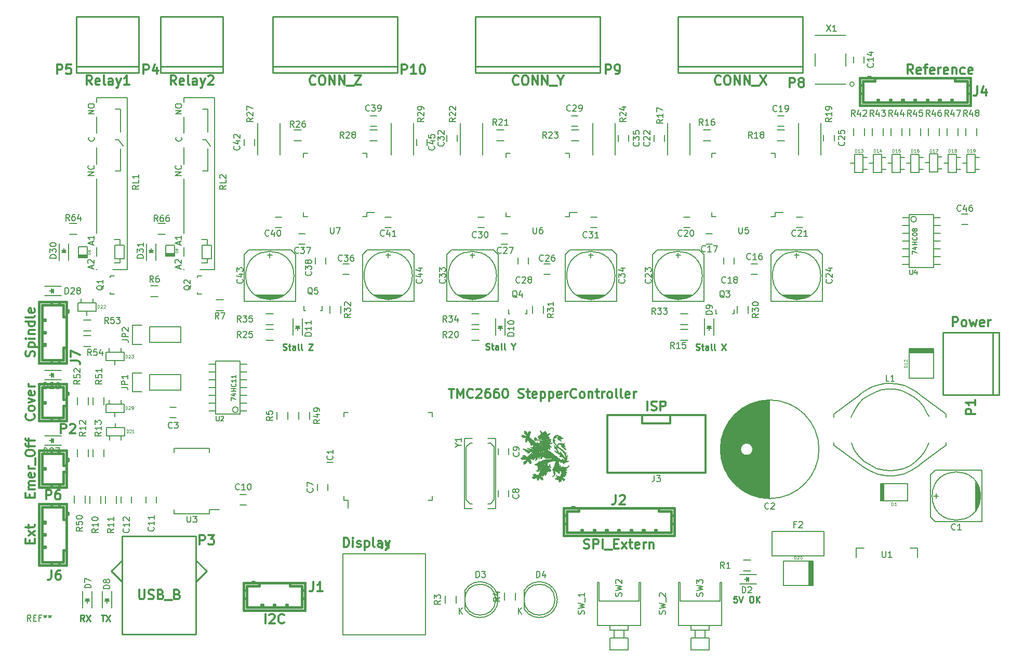
<source format=gbr>
G04 #@! TF.FileFunction,Legend,Top*
%FSLAX46Y46*%
G04 Gerber Fmt 4.6, Leading zero omitted, Abs format (unit mm)*
G04 Created by KiCad (PCBNEW 4.0.3-stable) date 09/19/16 22:18:01*
%MOMM*%
%LPD*%
G01*
G04 APERTURE LIST*
%ADD10C,0.100000*%
%ADD11C,0.250000*%
%ADD12C,0.300000*%
%ADD13C,0.150000*%
%ADD14C,0.304800*%
%ADD15C,0.299720*%
%ADD16C,0.381000*%
%ADD17C,0.254000*%
%ADD18C,0.127000*%
%ADD19C,0.010000*%
%ADD20C,0.203200*%
%ADD21C,0.099060*%
%ADD22C,0.119380*%
%ADD23C,0.149860*%
G04 APERTURE END LIST*
D10*
D11*
X180776762Y-147788381D02*
X180300571Y-147788381D01*
X180252952Y-148264571D01*
X180300571Y-148216952D01*
X180395809Y-148169333D01*
X180633905Y-148169333D01*
X180729143Y-148216952D01*
X180776762Y-148264571D01*
X180824381Y-148359810D01*
X180824381Y-148597905D01*
X180776762Y-148693143D01*
X180729143Y-148740762D01*
X180633905Y-148788381D01*
X180395809Y-148788381D01*
X180300571Y-148740762D01*
X180252952Y-148693143D01*
X181110095Y-147788381D02*
X181443428Y-148788381D01*
X181776762Y-147788381D01*
X183062476Y-147788381D02*
X183252953Y-147788381D01*
X183348191Y-147836000D01*
X183443429Y-147931238D01*
X183491048Y-148121714D01*
X183491048Y-148455048D01*
X183443429Y-148645524D01*
X183348191Y-148740762D01*
X183252953Y-148788381D01*
X183062476Y-148788381D01*
X182967238Y-148740762D01*
X182872000Y-148645524D01*
X182824381Y-148455048D01*
X182824381Y-148121714D01*
X182872000Y-147931238D01*
X182967238Y-147836000D01*
X183062476Y-147788381D01*
X183919619Y-148788381D02*
X183919619Y-147788381D01*
X184491048Y-148788381D02*
X184062476Y-148216952D01*
X184491048Y-147788381D02*
X183919619Y-148359810D01*
X74414286Y-151836381D02*
X74080952Y-151360190D01*
X73842857Y-151836381D02*
X73842857Y-150836381D01*
X74223810Y-150836381D01*
X74319048Y-150884000D01*
X74366667Y-150931619D01*
X74414286Y-151026857D01*
X74414286Y-151169714D01*
X74366667Y-151264952D01*
X74319048Y-151312571D01*
X74223810Y-151360190D01*
X73842857Y-151360190D01*
X74747619Y-150836381D02*
X75414286Y-151836381D01*
X75414286Y-150836381D02*
X74747619Y-151836381D01*
X77176191Y-150836381D02*
X77747620Y-150836381D01*
X77461905Y-151836381D02*
X77461905Y-150836381D01*
X77985715Y-150836381D02*
X78652382Y-151836381D01*
X78652382Y-150836381D02*
X77985715Y-151836381D01*
X174125237Y-107592762D02*
X174268094Y-107640381D01*
X174506190Y-107640381D01*
X174601428Y-107592762D01*
X174649047Y-107545143D01*
X174696666Y-107449905D01*
X174696666Y-107354667D01*
X174649047Y-107259429D01*
X174601428Y-107211810D01*
X174506190Y-107164190D01*
X174315713Y-107116571D01*
X174220475Y-107068952D01*
X174172856Y-107021333D01*
X174125237Y-106926095D01*
X174125237Y-106830857D01*
X174172856Y-106735619D01*
X174220475Y-106688000D01*
X174315713Y-106640381D01*
X174553809Y-106640381D01*
X174696666Y-106688000D01*
X174982380Y-106973714D02*
X175363332Y-106973714D01*
X175125237Y-106640381D02*
X175125237Y-107497524D01*
X175172856Y-107592762D01*
X175268094Y-107640381D01*
X175363332Y-107640381D01*
X176125238Y-107640381D02*
X176125238Y-107116571D01*
X176077619Y-107021333D01*
X175982381Y-106973714D01*
X175791904Y-106973714D01*
X175696666Y-107021333D01*
X176125238Y-107592762D02*
X176030000Y-107640381D01*
X175791904Y-107640381D01*
X175696666Y-107592762D01*
X175649047Y-107497524D01*
X175649047Y-107402286D01*
X175696666Y-107307048D01*
X175791904Y-107259429D01*
X176030000Y-107259429D01*
X176125238Y-107211810D01*
X176744285Y-107640381D02*
X176649047Y-107592762D01*
X176601428Y-107497524D01*
X176601428Y-106640381D01*
X177268095Y-107640381D02*
X177172857Y-107592762D01*
X177125238Y-107497524D01*
X177125238Y-106640381D01*
X178315715Y-106640381D02*
X178982382Y-107640381D01*
X178982382Y-106640381D02*
X178315715Y-107640381D01*
X139882856Y-107529262D02*
X140025713Y-107576881D01*
X140263809Y-107576881D01*
X140359047Y-107529262D01*
X140406666Y-107481643D01*
X140454285Y-107386405D01*
X140454285Y-107291167D01*
X140406666Y-107195929D01*
X140359047Y-107148310D01*
X140263809Y-107100690D01*
X140073332Y-107053071D01*
X139978094Y-107005452D01*
X139930475Y-106957833D01*
X139882856Y-106862595D01*
X139882856Y-106767357D01*
X139930475Y-106672119D01*
X139978094Y-106624500D01*
X140073332Y-106576881D01*
X140311428Y-106576881D01*
X140454285Y-106624500D01*
X140739999Y-106910214D02*
X141120951Y-106910214D01*
X140882856Y-106576881D02*
X140882856Y-107434024D01*
X140930475Y-107529262D01*
X141025713Y-107576881D01*
X141120951Y-107576881D01*
X141882857Y-107576881D02*
X141882857Y-107053071D01*
X141835238Y-106957833D01*
X141740000Y-106910214D01*
X141549523Y-106910214D01*
X141454285Y-106957833D01*
X141882857Y-107529262D02*
X141787619Y-107576881D01*
X141549523Y-107576881D01*
X141454285Y-107529262D01*
X141406666Y-107434024D01*
X141406666Y-107338786D01*
X141454285Y-107243548D01*
X141549523Y-107195929D01*
X141787619Y-107195929D01*
X141882857Y-107148310D01*
X142501904Y-107576881D02*
X142406666Y-107529262D01*
X142359047Y-107434024D01*
X142359047Y-106576881D01*
X143025714Y-107576881D02*
X142930476Y-107529262D01*
X142882857Y-107434024D01*
X142882857Y-106576881D01*
X144359048Y-107100690D02*
X144359048Y-107576881D01*
X144025715Y-106576881D02*
X144359048Y-107100690D01*
X144692382Y-106576881D01*
X106815237Y-107592762D02*
X106958094Y-107640381D01*
X107196190Y-107640381D01*
X107291428Y-107592762D01*
X107339047Y-107545143D01*
X107386666Y-107449905D01*
X107386666Y-107354667D01*
X107339047Y-107259429D01*
X107291428Y-107211810D01*
X107196190Y-107164190D01*
X107005713Y-107116571D01*
X106910475Y-107068952D01*
X106862856Y-107021333D01*
X106815237Y-106926095D01*
X106815237Y-106830857D01*
X106862856Y-106735619D01*
X106910475Y-106688000D01*
X107005713Y-106640381D01*
X107243809Y-106640381D01*
X107386666Y-106688000D01*
X107672380Y-106973714D02*
X108053332Y-106973714D01*
X107815237Y-106640381D02*
X107815237Y-107497524D01*
X107862856Y-107592762D01*
X107958094Y-107640381D01*
X108053332Y-107640381D01*
X108815238Y-107640381D02*
X108815238Y-107116571D01*
X108767619Y-107021333D01*
X108672381Y-106973714D01*
X108481904Y-106973714D01*
X108386666Y-107021333D01*
X108815238Y-107592762D02*
X108720000Y-107640381D01*
X108481904Y-107640381D01*
X108386666Y-107592762D01*
X108339047Y-107497524D01*
X108339047Y-107402286D01*
X108386666Y-107307048D01*
X108481904Y-107259429D01*
X108720000Y-107259429D01*
X108815238Y-107211810D01*
X109434285Y-107640381D02*
X109339047Y-107592762D01*
X109291428Y-107497524D01*
X109291428Y-106640381D01*
X109958095Y-107640381D02*
X109862857Y-107592762D01*
X109815238Y-107497524D01*
X109815238Y-106640381D01*
X111005715Y-106640381D02*
X111672382Y-106640381D01*
X111005715Y-107640381D01*
X111672382Y-107640381D01*
D12*
X116717429Y-139743571D02*
X116717429Y-138243571D01*
X117074572Y-138243571D01*
X117288857Y-138315000D01*
X117431715Y-138457857D01*
X117503143Y-138600714D01*
X117574572Y-138886429D01*
X117574572Y-139100714D01*
X117503143Y-139386429D01*
X117431715Y-139529286D01*
X117288857Y-139672143D01*
X117074572Y-139743571D01*
X116717429Y-139743571D01*
X118217429Y-139743571D02*
X118217429Y-138743571D01*
X118217429Y-138243571D02*
X118146000Y-138315000D01*
X118217429Y-138386429D01*
X118288857Y-138315000D01*
X118217429Y-138243571D01*
X118217429Y-138386429D01*
X118860286Y-139672143D02*
X119003143Y-139743571D01*
X119288858Y-139743571D01*
X119431715Y-139672143D01*
X119503143Y-139529286D01*
X119503143Y-139457857D01*
X119431715Y-139315000D01*
X119288858Y-139243571D01*
X119074572Y-139243571D01*
X118931715Y-139172143D01*
X118860286Y-139029286D01*
X118860286Y-138957857D01*
X118931715Y-138815000D01*
X119074572Y-138743571D01*
X119288858Y-138743571D01*
X119431715Y-138815000D01*
X120146001Y-138743571D02*
X120146001Y-140243571D01*
X120146001Y-138815000D02*
X120288858Y-138743571D01*
X120574572Y-138743571D01*
X120717429Y-138815000D01*
X120788858Y-138886429D01*
X120860287Y-139029286D01*
X120860287Y-139457857D01*
X120788858Y-139600714D01*
X120717429Y-139672143D01*
X120574572Y-139743571D01*
X120288858Y-139743571D01*
X120146001Y-139672143D01*
X121717430Y-139743571D02*
X121574572Y-139672143D01*
X121503144Y-139529286D01*
X121503144Y-138243571D01*
X122931715Y-139743571D02*
X122931715Y-138957857D01*
X122860286Y-138815000D01*
X122717429Y-138743571D01*
X122431715Y-138743571D01*
X122288858Y-138815000D01*
X122931715Y-139672143D02*
X122788858Y-139743571D01*
X122431715Y-139743571D01*
X122288858Y-139672143D01*
X122217429Y-139529286D01*
X122217429Y-139386429D01*
X122288858Y-139243571D01*
X122431715Y-139172143D01*
X122788858Y-139172143D01*
X122931715Y-139100714D01*
X123503144Y-138743571D02*
X123860287Y-139743571D01*
X124217429Y-138743571D02*
X123860287Y-139743571D01*
X123717429Y-140100714D01*
X123646001Y-140172143D01*
X123503144Y-140243571D01*
X166175715Y-117518571D02*
X166175715Y-116018571D01*
X166818572Y-117447143D02*
X167032858Y-117518571D01*
X167390001Y-117518571D01*
X167532858Y-117447143D01*
X167604287Y-117375714D01*
X167675715Y-117232857D01*
X167675715Y-117090000D01*
X167604287Y-116947143D01*
X167532858Y-116875714D01*
X167390001Y-116804286D01*
X167104287Y-116732857D01*
X166961429Y-116661429D01*
X166890001Y-116590000D01*
X166818572Y-116447143D01*
X166818572Y-116304286D01*
X166890001Y-116161429D01*
X166961429Y-116090000D01*
X167104287Y-116018571D01*
X167461429Y-116018571D01*
X167675715Y-116090000D01*
X168318572Y-117518571D02*
X168318572Y-116018571D01*
X168890000Y-116018571D01*
X169032858Y-116090000D01*
X169104286Y-116161429D01*
X169175715Y-116304286D01*
X169175715Y-116518571D01*
X169104286Y-116661429D01*
X169032858Y-116732857D01*
X168890000Y-116804286D01*
X168318572Y-116804286D01*
X133812288Y-113986571D02*
X134669431Y-113986571D01*
X134240860Y-115486571D02*
X134240860Y-113986571D01*
X135169431Y-115486571D02*
X135169431Y-113986571D01*
X135669431Y-115058000D01*
X136169431Y-113986571D01*
X136169431Y-115486571D01*
X137740860Y-115343714D02*
X137669431Y-115415143D01*
X137455145Y-115486571D01*
X137312288Y-115486571D01*
X137098003Y-115415143D01*
X136955145Y-115272286D01*
X136883717Y-115129429D01*
X136812288Y-114843714D01*
X136812288Y-114629429D01*
X136883717Y-114343714D01*
X136955145Y-114200857D01*
X137098003Y-114058000D01*
X137312288Y-113986571D01*
X137455145Y-113986571D01*
X137669431Y-114058000D01*
X137740860Y-114129429D01*
X138312288Y-114129429D02*
X138383717Y-114058000D01*
X138526574Y-113986571D01*
X138883717Y-113986571D01*
X139026574Y-114058000D01*
X139098003Y-114129429D01*
X139169431Y-114272286D01*
X139169431Y-114415143D01*
X139098003Y-114629429D01*
X138240860Y-115486571D01*
X139169431Y-115486571D01*
X140455145Y-113986571D02*
X140169431Y-113986571D01*
X140026574Y-114058000D01*
X139955145Y-114129429D01*
X139812288Y-114343714D01*
X139740859Y-114629429D01*
X139740859Y-115200857D01*
X139812288Y-115343714D01*
X139883716Y-115415143D01*
X140026574Y-115486571D01*
X140312288Y-115486571D01*
X140455145Y-115415143D01*
X140526574Y-115343714D01*
X140598002Y-115200857D01*
X140598002Y-114843714D01*
X140526574Y-114700857D01*
X140455145Y-114629429D01*
X140312288Y-114558000D01*
X140026574Y-114558000D01*
X139883716Y-114629429D01*
X139812288Y-114700857D01*
X139740859Y-114843714D01*
X141883716Y-113986571D02*
X141598002Y-113986571D01*
X141455145Y-114058000D01*
X141383716Y-114129429D01*
X141240859Y-114343714D01*
X141169430Y-114629429D01*
X141169430Y-115200857D01*
X141240859Y-115343714D01*
X141312287Y-115415143D01*
X141455145Y-115486571D01*
X141740859Y-115486571D01*
X141883716Y-115415143D01*
X141955145Y-115343714D01*
X142026573Y-115200857D01*
X142026573Y-114843714D01*
X141955145Y-114700857D01*
X141883716Y-114629429D01*
X141740859Y-114558000D01*
X141455145Y-114558000D01*
X141312287Y-114629429D01*
X141240859Y-114700857D01*
X141169430Y-114843714D01*
X142955144Y-113986571D02*
X143098001Y-113986571D01*
X143240858Y-114058000D01*
X143312287Y-114129429D01*
X143383716Y-114272286D01*
X143455144Y-114558000D01*
X143455144Y-114915143D01*
X143383716Y-115200857D01*
X143312287Y-115343714D01*
X143240858Y-115415143D01*
X143098001Y-115486571D01*
X142955144Y-115486571D01*
X142812287Y-115415143D01*
X142740858Y-115343714D01*
X142669430Y-115200857D01*
X142598001Y-114915143D01*
X142598001Y-114558000D01*
X142669430Y-114272286D01*
X142740858Y-114129429D01*
X142812287Y-114058000D01*
X142955144Y-113986571D01*
X145169429Y-115415143D02*
X145383715Y-115486571D01*
X145740858Y-115486571D01*
X145883715Y-115415143D01*
X145955144Y-115343714D01*
X146026572Y-115200857D01*
X146026572Y-115058000D01*
X145955144Y-114915143D01*
X145883715Y-114843714D01*
X145740858Y-114772286D01*
X145455144Y-114700857D01*
X145312286Y-114629429D01*
X145240858Y-114558000D01*
X145169429Y-114415143D01*
X145169429Y-114272286D01*
X145240858Y-114129429D01*
X145312286Y-114058000D01*
X145455144Y-113986571D01*
X145812286Y-113986571D01*
X146026572Y-114058000D01*
X146455143Y-114486571D02*
X147026572Y-114486571D01*
X146669429Y-113986571D02*
X146669429Y-115272286D01*
X146740857Y-115415143D01*
X146883715Y-115486571D01*
X147026572Y-115486571D01*
X148098000Y-115415143D02*
X147955143Y-115486571D01*
X147669429Y-115486571D01*
X147526572Y-115415143D01*
X147455143Y-115272286D01*
X147455143Y-114700857D01*
X147526572Y-114558000D01*
X147669429Y-114486571D01*
X147955143Y-114486571D01*
X148098000Y-114558000D01*
X148169429Y-114700857D01*
X148169429Y-114843714D01*
X147455143Y-114986571D01*
X148812286Y-114486571D02*
X148812286Y-115986571D01*
X148812286Y-114558000D02*
X148955143Y-114486571D01*
X149240857Y-114486571D01*
X149383714Y-114558000D01*
X149455143Y-114629429D01*
X149526572Y-114772286D01*
X149526572Y-115200857D01*
X149455143Y-115343714D01*
X149383714Y-115415143D01*
X149240857Y-115486571D01*
X148955143Y-115486571D01*
X148812286Y-115415143D01*
X150169429Y-114486571D02*
X150169429Y-115986571D01*
X150169429Y-114558000D02*
X150312286Y-114486571D01*
X150598000Y-114486571D01*
X150740857Y-114558000D01*
X150812286Y-114629429D01*
X150883715Y-114772286D01*
X150883715Y-115200857D01*
X150812286Y-115343714D01*
X150740857Y-115415143D01*
X150598000Y-115486571D01*
X150312286Y-115486571D01*
X150169429Y-115415143D01*
X152098000Y-115415143D02*
X151955143Y-115486571D01*
X151669429Y-115486571D01*
X151526572Y-115415143D01*
X151455143Y-115272286D01*
X151455143Y-114700857D01*
X151526572Y-114558000D01*
X151669429Y-114486571D01*
X151955143Y-114486571D01*
X152098000Y-114558000D01*
X152169429Y-114700857D01*
X152169429Y-114843714D01*
X151455143Y-114986571D01*
X152812286Y-115486571D02*
X152812286Y-114486571D01*
X152812286Y-114772286D02*
X152883714Y-114629429D01*
X152955143Y-114558000D01*
X153098000Y-114486571D01*
X153240857Y-114486571D01*
X154598000Y-115343714D02*
X154526571Y-115415143D01*
X154312285Y-115486571D01*
X154169428Y-115486571D01*
X153955143Y-115415143D01*
X153812285Y-115272286D01*
X153740857Y-115129429D01*
X153669428Y-114843714D01*
X153669428Y-114629429D01*
X153740857Y-114343714D01*
X153812285Y-114200857D01*
X153955143Y-114058000D01*
X154169428Y-113986571D01*
X154312285Y-113986571D01*
X154526571Y-114058000D01*
X154598000Y-114129429D01*
X155455143Y-115486571D02*
X155312285Y-115415143D01*
X155240857Y-115343714D01*
X155169428Y-115200857D01*
X155169428Y-114772286D01*
X155240857Y-114629429D01*
X155312285Y-114558000D01*
X155455143Y-114486571D01*
X155669428Y-114486571D01*
X155812285Y-114558000D01*
X155883714Y-114629429D01*
X155955143Y-114772286D01*
X155955143Y-115200857D01*
X155883714Y-115343714D01*
X155812285Y-115415143D01*
X155669428Y-115486571D01*
X155455143Y-115486571D01*
X156598000Y-114486571D02*
X156598000Y-115486571D01*
X156598000Y-114629429D02*
X156669428Y-114558000D01*
X156812286Y-114486571D01*
X157026571Y-114486571D01*
X157169428Y-114558000D01*
X157240857Y-114700857D01*
X157240857Y-115486571D01*
X157740857Y-114486571D02*
X158312286Y-114486571D01*
X157955143Y-113986571D02*
X157955143Y-115272286D01*
X158026571Y-115415143D01*
X158169429Y-115486571D01*
X158312286Y-115486571D01*
X158812286Y-115486571D02*
X158812286Y-114486571D01*
X158812286Y-114772286D02*
X158883714Y-114629429D01*
X158955143Y-114558000D01*
X159098000Y-114486571D01*
X159240857Y-114486571D01*
X159955143Y-115486571D02*
X159812285Y-115415143D01*
X159740857Y-115343714D01*
X159669428Y-115200857D01*
X159669428Y-114772286D01*
X159740857Y-114629429D01*
X159812285Y-114558000D01*
X159955143Y-114486571D01*
X160169428Y-114486571D01*
X160312285Y-114558000D01*
X160383714Y-114629429D01*
X160455143Y-114772286D01*
X160455143Y-115200857D01*
X160383714Y-115343714D01*
X160312285Y-115415143D01*
X160169428Y-115486571D01*
X159955143Y-115486571D01*
X161312286Y-115486571D02*
X161169428Y-115415143D01*
X161098000Y-115272286D01*
X161098000Y-113986571D01*
X162098000Y-115486571D02*
X161955142Y-115415143D01*
X161883714Y-115272286D01*
X161883714Y-113986571D01*
X163240856Y-115415143D02*
X163097999Y-115486571D01*
X162812285Y-115486571D01*
X162669428Y-115415143D01*
X162597999Y-115272286D01*
X162597999Y-114700857D01*
X162669428Y-114558000D01*
X162812285Y-114486571D01*
X163097999Y-114486571D01*
X163240856Y-114558000D01*
X163312285Y-114700857D01*
X163312285Y-114843714D01*
X162597999Y-114986571D01*
X163955142Y-115486571D02*
X163955142Y-114486571D01*
X163955142Y-114772286D02*
X164026570Y-114629429D01*
X164097999Y-114558000D01*
X164240856Y-114486571D01*
X164383713Y-114486571D01*
D13*
X220345000Y-132461000D02*
X220345000Y-130429000D01*
X220218000Y-130048000D02*
X220218000Y-132842000D01*
X220091000Y-133096000D02*
X220091000Y-129794000D01*
X219964000Y-129540000D02*
X219964000Y-133350000D01*
X219837000Y-129413000D02*
X219837000Y-133477000D01*
X219710000Y-133731000D02*
X219710000Y-129159000D01*
X220726000Y-135636000D02*
X220726000Y-127254000D01*
X220726000Y-127254000D02*
X213106000Y-127254000D01*
X213106000Y-127254000D02*
X212344000Y-128016000D01*
X212344000Y-128016000D02*
X212344000Y-134874000D01*
X212344000Y-134874000D02*
X213106000Y-135636000D01*
X213106000Y-135636000D02*
X220726000Y-135636000D01*
X212852000Y-131445000D02*
X213614000Y-131445000D01*
X213233000Y-131826000D02*
X213233000Y-131064000D01*
X220472000Y-131445000D02*
G75*
G03X220472000Y-131445000I-3937000J0D01*
G01*
X169498000Y-75879000D02*
X169498000Y-70679000D01*
X173148000Y-70679000D02*
X173148000Y-75879000D01*
X116777000Y-132143000D02*
X117452000Y-132143000D01*
X116777000Y-117793000D02*
X117452000Y-117793000D01*
X131127000Y-117793000D02*
X130452000Y-117793000D01*
X131127000Y-132143000D02*
X130452000Y-132143000D01*
X116777000Y-132143000D02*
X116777000Y-131468000D01*
X131127000Y-132143000D02*
X131127000Y-131468000D01*
X131127000Y-117793000D02*
X131127000Y-118468000D01*
X116777000Y-117793000D02*
X116777000Y-118468000D01*
X117452000Y-132143000D02*
X117452000Y-133418000D01*
X195003420Y-137193020D02*
X186504580Y-137193020D01*
X186504580Y-137193020D02*
X186504580Y-141190980D01*
X186504580Y-141190980D02*
X195003420Y-141190980D01*
X195003420Y-141190980D02*
X195003420Y-137193020D01*
X94823000Y-134357000D02*
X94823000Y-133707000D01*
X89073000Y-134357000D02*
X89073000Y-133707000D01*
X89073000Y-123707000D02*
X89073000Y-124357000D01*
X94823000Y-123707000D02*
X94823000Y-124357000D01*
X94823000Y-134357000D02*
X89073000Y-134357000D01*
X94823000Y-123707000D02*
X89073000Y-123707000D01*
X94823000Y-133707000D02*
X96423000Y-133707000D01*
X103632000Y-99314000D02*
X105664000Y-99314000D01*
X106045000Y-99187000D02*
X103251000Y-99187000D01*
X102997000Y-99060000D02*
X106299000Y-99060000D01*
X106553000Y-98933000D02*
X102743000Y-98933000D01*
X106680000Y-98806000D02*
X102616000Y-98806000D01*
X102362000Y-98679000D02*
X106934000Y-98679000D01*
X108585000Y-95504000D02*
G75*
G03X108585000Y-95504000I-3937000J0D01*
G01*
X100457000Y-99695000D02*
X108839000Y-99695000D01*
X108839000Y-99695000D02*
X108839000Y-92075000D01*
X108839000Y-92075000D02*
X108077000Y-91313000D01*
X108077000Y-91313000D02*
X101219000Y-91313000D01*
X101219000Y-91313000D02*
X100457000Y-92075000D01*
X100457000Y-92075000D02*
X100457000Y-99695000D01*
X104648000Y-91821000D02*
X104648000Y-92583000D01*
X104267000Y-92202000D02*
X105029000Y-92202000D01*
X120939000Y-71769000D02*
X122139000Y-71769000D01*
X122139000Y-73519000D02*
X120939000Y-73519000D01*
X120491000Y-85947000D02*
X120491000Y-85272000D01*
X110141000Y-85947000D02*
X110141000Y-85272000D01*
X110141000Y-75597000D02*
X110141000Y-76272000D01*
X120491000Y-75597000D02*
X120491000Y-76272000D01*
X120491000Y-85947000D02*
X119816000Y-85947000D01*
X120491000Y-75597000D02*
X119816000Y-75597000D01*
X110141000Y-75597000D02*
X110816000Y-75597000D01*
X110141000Y-85947000D02*
X110816000Y-85947000D01*
X120491000Y-85272000D02*
X121766000Y-85272000D01*
D14*
X175640000Y-118236000D02*
X159640000Y-118236000D01*
X159640000Y-127636000D02*
X175640000Y-127636000D01*
X175640000Y-127636000D02*
X175640000Y-118236000D01*
X159640000Y-127636000D02*
X159640000Y-118236000D01*
D15*
X165340000Y-118236000D02*
X165340000Y-119636000D01*
X165340000Y-119636000D02*
X169940000Y-119636000D01*
X169940000Y-119636000D02*
X169940000Y-118236000D01*
D16*
X152544780Y-137927080D02*
X170543220Y-137927080D01*
X170042840Y-137429240D02*
X153045160Y-137429240D01*
X152544780Y-133428740D02*
X170543220Y-133428740D01*
X163443920Y-137429240D02*
X163443920Y-136928860D01*
X163443920Y-136928860D02*
X163642040Y-136928860D01*
X163642040Y-136928860D02*
X163642040Y-137429240D01*
X167441880Y-137429240D02*
X167441880Y-136928860D01*
X167441880Y-136928860D02*
X167640000Y-136928860D01*
X167640000Y-136928860D02*
X167640000Y-137429240D01*
X161439860Y-137429240D02*
X161439860Y-136928860D01*
X161439860Y-136928860D02*
X161637980Y-136928860D01*
X161637980Y-136928860D02*
X161637980Y-137429240D01*
X165641020Y-136928860D02*
X165641020Y-137429240D01*
X165442900Y-136928860D02*
X165641020Y-136928860D01*
X165442900Y-137429240D02*
X165442900Y-136928860D01*
X157640020Y-136928860D02*
X157640020Y-137429240D01*
X157441900Y-136928860D02*
X157640020Y-136928860D01*
X157441900Y-137429240D02*
X157441900Y-136928860D01*
X155638500Y-136928860D02*
X155638500Y-137429240D01*
X155440380Y-136928860D02*
X155638500Y-136928860D01*
X155440380Y-137429240D02*
X155440380Y-136928860D01*
X159440880Y-137429240D02*
X159440880Y-136928860D01*
X159440880Y-136928860D02*
X159639000Y-136928860D01*
X159639000Y-136928860D02*
X159639000Y-137429240D01*
X170543220Y-134627620D02*
X170042840Y-134627620D01*
X170042840Y-135928100D02*
X170543220Y-135928100D01*
X153040080Y-135928100D02*
X152539700Y-135928100D01*
X153040080Y-134627620D02*
X152539700Y-134627620D01*
X155039060Y-133428740D02*
X155039060Y-133929120D01*
X155039060Y-133929120D02*
X153040080Y-133929120D01*
X153040080Y-133929120D02*
X153040080Y-137429240D01*
X170042840Y-137429240D02*
X170042840Y-133929120D01*
X170042840Y-133929120D02*
X168043860Y-133929120D01*
X168043860Y-133929120D02*
X168043860Y-133428740D01*
X152539700Y-133428740D02*
X152539700Y-137927080D01*
X170543220Y-133428740D02*
X170543220Y-137927080D01*
X154238960Y-133428740D02*
X154238960Y-133228080D01*
X154238960Y-133228080D02*
X153939240Y-133228080D01*
X153939240Y-133228080D02*
X153939240Y-133428740D01*
D13*
X86194000Y-132580000D02*
X86194000Y-131580000D01*
X84494000Y-131580000D02*
X84494000Y-132580000D01*
D16*
X200804780Y-67823080D02*
X218803220Y-67823080D01*
X218302840Y-67325240D02*
X201305160Y-67325240D01*
X200804780Y-63324740D02*
X218803220Y-63324740D01*
X211703920Y-67325240D02*
X211703920Y-66824860D01*
X211703920Y-66824860D02*
X211902040Y-66824860D01*
X211902040Y-66824860D02*
X211902040Y-67325240D01*
X215701880Y-67325240D02*
X215701880Y-66824860D01*
X215701880Y-66824860D02*
X215900000Y-66824860D01*
X215900000Y-66824860D02*
X215900000Y-67325240D01*
X209699860Y-67325240D02*
X209699860Y-66824860D01*
X209699860Y-66824860D02*
X209897980Y-66824860D01*
X209897980Y-66824860D02*
X209897980Y-67325240D01*
X213901020Y-66824860D02*
X213901020Y-67325240D01*
X213702900Y-66824860D02*
X213901020Y-66824860D01*
X213702900Y-67325240D02*
X213702900Y-66824860D01*
X205900020Y-66824860D02*
X205900020Y-67325240D01*
X205701900Y-66824860D02*
X205900020Y-66824860D01*
X205701900Y-67325240D02*
X205701900Y-66824860D01*
X203898500Y-66824860D02*
X203898500Y-67325240D01*
X203700380Y-66824860D02*
X203898500Y-66824860D01*
X203700380Y-67325240D02*
X203700380Y-66824860D01*
X207700880Y-67325240D02*
X207700880Y-66824860D01*
X207700880Y-66824860D02*
X207899000Y-66824860D01*
X207899000Y-66824860D02*
X207899000Y-67325240D01*
X218803220Y-64523620D02*
X218302840Y-64523620D01*
X218302840Y-65824100D02*
X218803220Y-65824100D01*
X201300080Y-65824100D02*
X200799700Y-65824100D01*
X201300080Y-64523620D02*
X200799700Y-64523620D01*
X203299060Y-63324740D02*
X203299060Y-63825120D01*
X203299060Y-63825120D02*
X201300080Y-63825120D01*
X201300080Y-63825120D02*
X201300080Y-67325240D01*
X218302840Y-67325240D02*
X218302840Y-63825120D01*
X218302840Y-63825120D02*
X216303860Y-63825120D01*
X216303860Y-63825120D02*
X216303860Y-63324740D01*
X200799700Y-63324740D02*
X200799700Y-67823080D01*
X218803220Y-63324740D02*
X218803220Y-67823080D01*
X202498960Y-63324740D02*
X202498960Y-63124080D01*
X202498960Y-63124080D02*
X202199240Y-63124080D01*
X202199240Y-63124080D02*
X202199240Y-63324740D01*
D13*
X219823000Y-71536000D02*
X219823000Y-72736000D01*
X218073000Y-72736000D02*
X218073000Y-71536000D01*
D16*
X67548760Y-116105940D02*
X68049140Y-116105940D01*
X68049140Y-116105940D02*
X68049140Y-116304060D01*
X68049140Y-116304060D02*
X67548760Y-116304060D01*
X70350380Y-119204740D02*
X70350380Y-118704360D01*
X69049900Y-118704360D02*
X69049900Y-119204740D01*
X69049900Y-113705640D02*
X69049900Y-113205260D01*
X70350380Y-113705640D02*
X70350380Y-113205260D01*
X71549260Y-115704620D02*
X71048880Y-115704620D01*
X71048880Y-115704620D02*
X71048880Y-113705640D01*
X71048880Y-113705640D02*
X67548760Y-113705640D01*
X67548760Y-113705640D02*
X67548760Y-118704360D01*
X67548760Y-118704360D02*
X71048880Y-118704360D01*
X71048880Y-118704360D02*
X71048880Y-116705380D01*
X71048880Y-116705380D02*
X71549260Y-116705380D01*
X71549260Y-113205260D02*
X67050920Y-113205260D01*
X71549260Y-119204740D02*
X67050920Y-119204740D01*
X71549260Y-114904520D02*
X71749920Y-114904520D01*
X71749920Y-114904520D02*
X71749920Y-114604800D01*
X71749920Y-114604800D02*
X71549260Y-114604800D01*
X71549260Y-119204740D02*
X71549260Y-113205260D01*
X67050920Y-113205260D02*
X67050920Y-119204740D01*
D13*
X116586000Y-140843000D02*
X116586000Y-154051000D01*
X130048000Y-140843000D02*
X130048000Y-154051000D01*
X116586000Y-154051000D02*
X130048000Y-154051000D01*
X129286000Y-140843000D02*
X130048000Y-140843000D01*
X116586000Y-140843000D02*
X129286000Y-140843000D01*
D17*
X92633800Y-141935200D02*
X94386400Y-143687800D01*
X94386400Y-143687800D02*
X92633800Y-145440400D01*
X80594200Y-141935200D02*
X78841600Y-143687800D01*
X78841600Y-143687800D02*
X80594200Y-145440400D01*
X80594200Y-143687800D02*
X80594200Y-154000200D01*
X80594200Y-154000200D02*
X92633800Y-154000200D01*
X92633800Y-154000200D02*
X92633800Y-143687800D01*
X92633800Y-143687800D02*
X92633800Y-137972800D01*
X92633800Y-137972800D02*
X80594200Y-137972800D01*
X80594200Y-137972800D02*
X80594200Y-143687800D01*
D13*
X109820000Y-73519000D02*
X108620000Y-73519000D01*
X108620000Y-71769000D02*
X109820000Y-71769000D01*
X187039000Y-85947000D02*
X187039000Y-85272000D01*
X176689000Y-85947000D02*
X176689000Y-85272000D01*
X176689000Y-75597000D02*
X176689000Y-76272000D01*
X187039000Y-75597000D02*
X187039000Y-76272000D01*
X187039000Y-85947000D02*
X186364000Y-85947000D01*
X187039000Y-75597000D02*
X186364000Y-75597000D01*
X176689000Y-75597000D02*
X177364000Y-75597000D01*
X176689000Y-85947000D02*
X177364000Y-85947000D01*
X187039000Y-85272000D02*
X188314000Y-85272000D01*
X114134000Y-130548000D02*
X114134000Y-129548000D01*
X112434000Y-129548000D02*
X112434000Y-130548000D01*
X100830000Y-131230000D02*
X99830000Y-131230000D01*
X99830000Y-132930000D02*
X100830000Y-132930000D01*
X183142000Y-95338000D02*
X184142000Y-95338000D01*
X184142000Y-93638000D02*
X183142000Y-93638000D01*
X176776000Y-88685000D02*
X175776000Y-88685000D01*
X175776000Y-90385000D02*
X176776000Y-90385000D01*
X180301000Y-93591000D02*
X180301000Y-92591000D01*
X178601000Y-92591000D02*
X178601000Y-93591000D01*
X172093000Y-87718000D02*
X173093000Y-87718000D01*
X173093000Y-86018000D02*
X172093000Y-86018000D01*
X191508000Y-86018000D02*
X190508000Y-86018000D01*
X190508000Y-87718000D02*
X191508000Y-87718000D01*
X149360000Y-95338000D02*
X150360000Y-95338000D01*
X150360000Y-93638000D02*
X149360000Y-93638000D01*
X143375000Y-88685000D02*
X142375000Y-88685000D01*
X142375000Y-90385000D02*
X143375000Y-90385000D01*
X146773000Y-93591000D02*
X146773000Y-92591000D01*
X145073000Y-92591000D02*
X145073000Y-93591000D01*
X154805000Y-69508000D02*
X153805000Y-69508000D01*
X153805000Y-71208000D02*
X154805000Y-71208000D01*
X138565000Y-87718000D02*
X139565000Y-87718000D01*
X139565000Y-86018000D02*
X138565000Y-86018000D01*
X135216000Y-73652000D02*
X135216000Y-72652000D01*
X133516000Y-72652000D02*
X133516000Y-73652000D01*
X113753000Y-93591000D02*
X113753000Y-92591000D01*
X112053000Y-92591000D02*
X112053000Y-93591000D01*
X122039000Y-69508000D02*
X121039000Y-69508000D01*
X121039000Y-71208000D02*
X122039000Y-71208000D01*
X105545000Y-87718000D02*
X106545000Y-87718000D01*
X106545000Y-86018000D02*
X105545000Y-86018000D01*
X124452000Y-86018000D02*
X123452000Y-86018000D01*
X123452000Y-87718000D02*
X124452000Y-87718000D01*
X102196000Y-74287000D02*
X102196000Y-73287000D01*
X100496000Y-73287000D02*
X100496000Y-74287000D01*
X130263000Y-74287000D02*
X130263000Y-73287000D01*
X128563000Y-73287000D02*
X128563000Y-74287000D01*
X181852000Y-141873000D02*
X183052000Y-141873000D01*
X183052000Y-143623000D02*
X181852000Y-143623000D01*
X144639000Y-147228000D02*
X144639000Y-148428000D01*
X142889000Y-148428000D02*
X142889000Y-147228000D01*
X105805000Y-118964000D02*
X105805000Y-117764000D01*
X107555000Y-117764000D02*
X107555000Y-118964000D01*
X86452000Y-98919000D02*
X85252000Y-98919000D01*
X85252000Y-97169000D02*
X86452000Y-97169000D01*
X97120000Y-101205000D02*
X95920000Y-101205000D01*
X95920000Y-99455000D02*
X97120000Y-99455000D01*
X77583000Y-123860000D02*
X77583000Y-125060000D01*
X75833000Y-125060000D02*
X75833000Y-123860000D01*
X172812000Y-106031000D02*
X171612000Y-106031000D01*
X171612000Y-104281000D02*
X172812000Y-104281000D01*
X134987000Y-147736000D02*
X134987000Y-148936000D01*
X133237000Y-148936000D02*
X133237000Y-147736000D01*
X82130000Y-132580000D02*
X82130000Y-131580000D01*
X80430000Y-131580000D02*
X80430000Y-132580000D01*
X188416500Y-69508000D02*
X187416500Y-69508000D01*
X187416500Y-71208000D02*
X188416500Y-71208000D01*
X168998000Y-73652000D02*
X168998000Y-72652000D01*
X167298000Y-72652000D02*
X167298000Y-73652000D01*
X196620500Y-73588500D02*
X196620500Y-72588500D01*
X194920500Y-72588500D02*
X194920500Y-73588500D01*
X157980000Y-86018000D02*
X156980000Y-86018000D01*
X156980000Y-87718000D02*
X157980000Y-87718000D01*
X163156000Y-73652000D02*
X163156000Y-72652000D01*
X161456000Y-72652000D02*
X161456000Y-73652000D01*
X116594000Y-95338000D02*
X117594000Y-95338000D01*
X117594000Y-93638000D02*
X116594000Y-93638000D01*
X110355000Y-88685000D02*
X109355000Y-88685000D01*
X109355000Y-90385000D02*
X110355000Y-90385000D01*
X136451772Y-149860904D02*
G75*
G03X136436660Y-146836000I2484888J1524904D01*
G01*
X136436660Y-149836000D02*
X136436660Y-146836000D01*
X141454596Y-148336000D02*
G75*
G03X141454596Y-148336000I-2517936J0D01*
G01*
X146103772Y-149860904D02*
G75*
G03X146088660Y-146836000I2484888J1524904D01*
G01*
X146088660Y-149836000D02*
X146088660Y-146836000D01*
X151106596Y-148336000D02*
G75*
G03X151106596Y-148336000I-2517936J0D01*
G01*
X77075000Y-131480000D02*
X77075000Y-132680000D01*
X75325000Y-132680000D02*
X75325000Y-131480000D01*
X79615000Y-131480000D02*
X79615000Y-132680000D01*
X77865000Y-132680000D02*
X77865000Y-131480000D01*
X73293000Y-125060000D02*
X73293000Y-123860000D01*
X75043000Y-123860000D02*
X75043000Y-125060000D01*
X176495000Y-73519000D02*
X175295000Y-73519000D01*
X175295000Y-71769000D02*
X176495000Y-71769000D01*
X187360000Y-71769000D02*
X188560000Y-71769000D01*
X188560000Y-73519000D02*
X187360000Y-73519000D01*
X190834000Y-75879000D02*
X190834000Y-70679000D01*
X194484000Y-70679000D02*
X194484000Y-75879000D01*
X138776000Y-106031000D02*
X137576000Y-106031000D01*
X137576000Y-104281000D02*
X138776000Y-104281000D01*
X142840000Y-73519000D02*
X141640000Y-73519000D01*
X141640000Y-71769000D02*
X142840000Y-71769000D01*
X135716000Y-75879000D02*
X135716000Y-70679000D01*
X139366000Y-70679000D02*
X139366000Y-75879000D01*
X153832000Y-71769000D02*
X155032000Y-71769000D01*
X155032000Y-73519000D02*
X153832000Y-73519000D01*
X157306000Y-75879000D02*
X157306000Y-70679000D01*
X160956000Y-70679000D02*
X160956000Y-75879000D01*
X104048000Y-104281000D02*
X105248000Y-104281000D01*
X105248000Y-106031000D02*
X104048000Y-106031000D01*
X102696000Y-75879000D02*
X102696000Y-70679000D01*
X106346000Y-70679000D02*
X106346000Y-75879000D01*
X124413000Y-75879000D02*
X124413000Y-70679000D01*
X128063000Y-70679000D02*
X128063000Y-75879000D01*
X80274160Y-92819220D02*
X80274160Y-93466920D01*
X80274160Y-93466920D02*
X79324200Y-93466920D01*
X79324200Y-89667080D02*
X80274160Y-89667080D01*
X80274160Y-89667080D02*
X80274160Y-90568780D01*
X80274160Y-90568780D02*
X80924400Y-90568780D01*
X80924400Y-90568780D02*
X80924400Y-92793820D01*
X80924400Y-92793820D02*
X79397860Y-92793820D01*
X79397860Y-92793820D02*
X79397860Y-90568780D01*
X79397860Y-90568780D02*
X80324960Y-90568780D01*
X80324960Y-72118220D02*
X80324960Y-68417440D01*
X80324960Y-68417440D02*
X79474060Y-68417440D01*
X80347820Y-74818240D02*
X80347820Y-78468220D01*
X80347820Y-78468220D02*
X79499460Y-78468220D01*
X79474060Y-73393300D02*
X79999840Y-73393300D01*
X79999840Y-73393300D02*
X80774540Y-74394060D01*
X76423520Y-94518480D02*
X76423520Y-94467680D01*
X76423520Y-67317620D02*
X76423520Y-66517520D01*
X76423520Y-72268080D02*
X76423520Y-69667120D01*
X76423520Y-77368400D02*
X76423520Y-74668380D01*
X76423520Y-80518000D02*
X76423520Y-79717900D01*
X76423520Y-88618060D02*
X76423520Y-80518000D01*
X76423520Y-92367100D02*
X76423520Y-90916760D01*
X76423520Y-66517520D02*
X81424780Y-66517520D01*
X81424780Y-66517520D02*
X81424780Y-94518480D01*
X81424780Y-94518480D02*
X79024480Y-94518480D01*
X94498160Y-92819220D02*
X94498160Y-93466920D01*
X94498160Y-93466920D02*
X93548200Y-93466920D01*
X93548200Y-89667080D02*
X94498160Y-89667080D01*
X94498160Y-89667080D02*
X94498160Y-90568780D01*
X94498160Y-90568780D02*
X95148400Y-90568780D01*
X95148400Y-90568780D02*
X95148400Y-92793820D01*
X95148400Y-92793820D02*
X93621860Y-92793820D01*
X93621860Y-92793820D02*
X93621860Y-90568780D01*
X93621860Y-90568780D02*
X94548960Y-90568780D01*
X94548960Y-72118220D02*
X94548960Y-68417440D01*
X94548960Y-68417440D02*
X93698060Y-68417440D01*
X94571820Y-74818240D02*
X94571820Y-78468220D01*
X94571820Y-78468220D02*
X93723460Y-78468220D01*
X93698060Y-73393300D02*
X94223840Y-73393300D01*
X94223840Y-73393300D02*
X94998540Y-74394060D01*
X90647520Y-94518480D02*
X90647520Y-94467680D01*
X90647520Y-67317620D02*
X90647520Y-66517520D01*
X90647520Y-72268080D02*
X90647520Y-69667120D01*
X90647520Y-77368400D02*
X90647520Y-74668380D01*
X90647520Y-80518000D02*
X90647520Y-79717900D01*
X90647520Y-88618060D02*
X90647520Y-80518000D01*
X90647520Y-92367100D02*
X90647520Y-90916760D01*
X90647520Y-66517520D02*
X95648780Y-66517520D01*
X95648780Y-66517520D02*
X95648780Y-94518480D01*
X95648780Y-94518480D02*
X93248480Y-94518480D01*
X153511000Y-85947000D02*
X153511000Y-85272000D01*
X143161000Y-85947000D02*
X143161000Y-85272000D01*
X143161000Y-75597000D02*
X143161000Y-76272000D01*
X153511000Y-75597000D02*
X153511000Y-76272000D01*
X153511000Y-85947000D02*
X152836000Y-85947000D01*
X153511000Y-75597000D02*
X152836000Y-75597000D01*
X143161000Y-75597000D02*
X143836000Y-75597000D01*
X143161000Y-85947000D02*
X143836000Y-85947000D01*
X153511000Y-85272000D02*
X154786000Y-85272000D01*
X170180000Y-99314000D02*
X172212000Y-99314000D01*
X172593000Y-99187000D02*
X169799000Y-99187000D01*
X169545000Y-99060000D02*
X172847000Y-99060000D01*
X173101000Y-98933000D02*
X169291000Y-98933000D01*
X173228000Y-98806000D02*
X169164000Y-98806000D01*
X168910000Y-98679000D02*
X173482000Y-98679000D01*
X175133000Y-95504000D02*
G75*
G03X175133000Y-95504000I-3937000J0D01*
G01*
X167005000Y-99695000D02*
X175387000Y-99695000D01*
X175387000Y-99695000D02*
X175387000Y-92075000D01*
X175387000Y-92075000D02*
X174625000Y-91313000D01*
X174625000Y-91313000D02*
X167767000Y-91313000D01*
X167767000Y-91313000D02*
X167005000Y-92075000D01*
X167005000Y-92075000D02*
X167005000Y-99695000D01*
X171196000Y-91821000D02*
X171196000Y-92583000D01*
X170815000Y-92202000D02*
X171577000Y-92202000D01*
X189484000Y-99314000D02*
X191516000Y-99314000D01*
X191897000Y-99187000D02*
X189103000Y-99187000D01*
X188849000Y-99060000D02*
X192151000Y-99060000D01*
X192405000Y-98933000D02*
X188595000Y-98933000D01*
X192532000Y-98806000D02*
X188468000Y-98806000D01*
X188214000Y-98679000D02*
X192786000Y-98679000D01*
X194437000Y-95504000D02*
G75*
G03X194437000Y-95504000I-3937000J0D01*
G01*
X186309000Y-99695000D02*
X194691000Y-99695000D01*
X194691000Y-99695000D02*
X194691000Y-92075000D01*
X194691000Y-92075000D02*
X193929000Y-91313000D01*
X193929000Y-91313000D02*
X187071000Y-91313000D01*
X187071000Y-91313000D02*
X186309000Y-92075000D01*
X186309000Y-92075000D02*
X186309000Y-99695000D01*
X190500000Y-91821000D02*
X190500000Y-92583000D01*
X190119000Y-92202000D02*
X190881000Y-92202000D01*
X136652000Y-99314000D02*
X138684000Y-99314000D01*
X139065000Y-99187000D02*
X136271000Y-99187000D01*
X136017000Y-99060000D02*
X139319000Y-99060000D01*
X139573000Y-98933000D02*
X135763000Y-98933000D01*
X139700000Y-98806000D02*
X135636000Y-98806000D01*
X135382000Y-98679000D02*
X139954000Y-98679000D01*
X141605000Y-95504000D02*
G75*
G03X141605000Y-95504000I-3937000J0D01*
G01*
X133477000Y-99695000D02*
X141859000Y-99695000D01*
X141859000Y-99695000D02*
X141859000Y-92075000D01*
X141859000Y-92075000D02*
X141097000Y-91313000D01*
X141097000Y-91313000D02*
X134239000Y-91313000D01*
X134239000Y-91313000D02*
X133477000Y-92075000D01*
X133477000Y-92075000D02*
X133477000Y-99695000D01*
X137668000Y-91821000D02*
X137668000Y-92583000D01*
X137287000Y-92202000D02*
X138049000Y-92202000D01*
X155956000Y-99314000D02*
X157988000Y-99314000D01*
X158369000Y-99187000D02*
X155575000Y-99187000D01*
X155321000Y-99060000D02*
X158623000Y-99060000D01*
X158877000Y-98933000D02*
X155067000Y-98933000D01*
X159004000Y-98806000D02*
X154940000Y-98806000D01*
X154686000Y-98679000D02*
X159258000Y-98679000D01*
X160909000Y-95504000D02*
G75*
G03X160909000Y-95504000I-3937000J0D01*
G01*
X152781000Y-99695000D02*
X161163000Y-99695000D01*
X161163000Y-99695000D02*
X161163000Y-92075000D01*
X161163000Y-92075000D02*
X160401000Y-91313000D01*
X160401000Y-91313000D02*
X153543000Y-91313000D01*
X153543000Y-91313000D02*
X152781000Y-92075000D01*
X152781000Y-92075000D02*
X152781000Y-99695000D01*
X156972000Y-91821000D02*
X156972000Y-92583000D01*
X156591000Y-92202000D02*
X157353000Y-92202000D01*
X122936000Y-99314000D02*
X124968000Y-99314000D01*
X125349000Y-99187000D02*
X122555000Y-99187000D01*
X122301000Y-99060000D02*
X125603000Y-99060000D01*
X125857000Y-98933000D02*
X122047000Y-98933000D01*
X125984000Y-98806000D02*
X121920000Y-98806000D01*
X121666000Y-98679000D02*
X126238000Y-98679000D01*
X127889000Y-95504000D02*
G75*
G03X127889000Y-95504000I-3937000J0D01*
G01*
X119761000Y-99695000D02*
X128143000Y-99695000D01*
X128143000Y-99695000D02*
X128143000Y-92075000D01*
X128143000Y-92075000D02*
X127381000Y-91313000D01*
X127381000Y-91313000D02*
X120523000Y-91313000D01*
X120523000Y-91313000D02*
X119761000Y-92075000D01*
X119761000Y-92075000D02*
X119761000Y-99695000D01*
X123952000Y-91821000D02*
X123952000Y-92583000D01*
X123571000Y-92202000D02*
X124333000Y-92202000D01*
X218432000Y-85510000D02*
X217432000Y-85510000D01*
X217432000Y-87210000D02*
X218432000Y-87210000D01*
D16*
X105509060Y-149120860D02*
X105509060Y-149621240D01*
X105310940Y-149120860D02*
X105509060Y-149120860D01*
X105310940Y-149621240D02*
X105310940Y-149120860D01*
X100408740Y-150119080D02*
X110411260Y-150119080D01*
X109910880Y-149621240D02*
X100909120Y-149621240D01*
X100408740Y-145620740D02*
X110411260Y-145620740D01*
X103507540Y-149120860D02*
X103507540Y-149621240D01*
X103309420Y-149120860D02*
X103507540Y-149120860D01*
X103309420Y-149621240D02*
X103309420Y-149120860D01*
X107309920Y-149621240D02*
X107309920Y-149120860D01*
X107309920Y-149120860D02*
X107508040Y-149120860D01*
X107508040Y-149120860D02*
X107508040Y-149621240D01*
X110411260Y-146819620D02*
X109910880Y-146819620D01*
X109910880Y-148120100D02*
X110411260Y-148120100D01*
X100909120Y-148120100D02*
X100408740Y-148120100D01*
X100909120Y-146819620D02*
X100408740Y-146819620D01*
X102908100Y-145620740D02*
X102908100Y-146121120D01*
X102908100Y-146121120D02*
X100909120Y-146121120D01*
X100909120Y-146121120D02*
X100909120Y-149621240D01*
X109910880Y-149621240D02*
X109910880Y-146121120D01*
X109910880Y-146121120D02*
X107911900Y-146121120D01*
X107911900Y-146121120D02*
X107911900Y-145620740D01*
X100408740Y-145620740D02*
X100408740Y-150119080D01*
X110411260Y-145620740D02*
X110411260Y-150119080D01*
X102108000Y-145620740D02*
X102108000Y-145420080D01*
X102108000Y-145420080D02*
X101808280Y-145420080D01*
X101808280Y-145420080D02*
X101808280Y-145620740D01*
X68049140Y-104874060D02*
X67548760Y-104874060D01*
X68049140Y-104675940D02*
X68049140Y-104874060D01*
X67548760Y-104675940D02*
X68049140Y-104675940D01*
X67050920Y-99773740D02*
X67050920Y-109776260D01*
X67548760Y-109275880D02*
X67548760Y-100274120D01*
X71549260Y-99773740D02*
X71549260Y-109776260D01*
X68049140Y-102872540D02*
X67548760Y-102872540D01*
X68049140Y-102674420D02*
X68049140Y-102872540D01*
X67548760Y-102674420D02*
X68049140Y-102674420D01*
X67548760Y-106674920D02*
X68049140Y-106674920D01*
X68049140Y-106674920D02*
X68049140Y-106873040D01*
X68049140Y-106873040D02*
X67548760Y-106873040D01*
X70350380Y-109776260D02*
X70350380Y-109275880D01*
X69049900Y-109275880D02*
X69049900Y-109776260D01*
X69049900Y-100274120D02*
X69049900Y-99773740D01*
X70350380Y-100274120D02*
X70350380Y-99773740D01*
X71549260Y-102273100D02*
X71048880Y-102273100D01*
X71048880Y-102273100D02*
X71048880Y-100274120D01*
X71048880Y-100274120D02*
X67548760Y-100274120D01*
X67548760Y-109275880D02*
X71048880Y-109275880D01*
X71048880Y-109275880D02*
X71048880Y-107276900D01*
X71048880Y-107276900D02*
X71549260Y-107276900D01*
X71549260Y-99773740D02*
X67050920Y-99773740D01*
X71549260Y-109776260D02*
X67050920Y-109776260D01*
X71549260Y-101473000D02*
X71749920Y-101473000D01*
X71749920Y-101473000D02*
X71749920Y-101173280D01*
X71749920Y-101173280D02*
X71549260Y-101173280D01*
D13*
X180862000Y-101692000D02*
X180862000Y-100492000D01*
X182612000Y-100492000D02*
X182612000Y-101692000D01*
X147461000Y-101692000D02*
X147461000Y-100492000D01*
X149211000Y-100492000D02*
X149211000Y-101692000D01*
X116191000Y-100492000D02*
X116191000Y-101692000D01*
X114441000Y-101692000D02*
X114441000Y-100492000D01*
X172812000Y-103491000D02*
X171612000Y-103491000D01*
X171612000Y-101741000D02*
X172812000Y-101741000D01*
X137576000Y-101741000D02*
X138776000Y-101741000D01*
X138776000Y-103491000D02*
X137576000Y-103491000D01*
X105248000Y-103491000D02*
X104048000Y-103491000D01*
X104048000Y-101741000D02*
X105248000Y-101741000D01*
X141898000Y-130564000D02*
X141898000Y-131564000D01*
X143598000Y-131564000D02*
X143598000Y-130564000D01*
D17*
X215138000Y-104775000D02*
X214376000Y-104775000D01*
X214376000Y-104775000D02*
X214376000Y-114935000D01*
X214376000Y-114935000D02*
X215138000Y-114935000D01*
X223520000Y-104775000D02*
X223520000Y-114935000D01*
X223520000Y-114935000D02*
X222504000Y-114935000D01*
X222504000Y-114935000D02*
X222504000Y-104775000D01*
X222504000Y-104775000D02*
X223520000Y-104775000D01*
X222758000Y-104775000D02*
X215138000Y-104775000D01*
X215138000Y-114935000D02*
X222758000Y-114935000D01*
X97028000Y-54102000D02*
X97028000Y-53340000D01*
X97028000Y-53340000D02*
X86868000Y-53340000D01*
X86868000Y-53340000D02*
X86868000Y-54102000D01*
X97028000Y-62484000D02*
X86868000Y-62484000D01*
X86868000Y-62484000D02*
X86868000Y-61468000D01*
X86868000Y-61468000D02*
X97028000Y-61468000D01*
X97028000Y-61468000D02*
X97028000Y-62484000D01*
X97028000Y-61722000D02*
X97028000Y-54102000D01*
X86868000Y-54102000D02*
X86868000Y-61722000D01*
X83312000Y-54102000D02*
X83312000Y-53340000D01*
X83312000Y-53340000D02*
X73152000Y-53340000D01*
X73152000Y-53340000D02*
X73152000Y-54102000D01*
X83312000Y-62484000D02*
X73152000Y-62484000D01*
X73152000Y-62484000D02*
X73152000Y-61468000D01*
X73152000Y-61468000D02*
X83312000Y-61468000D01*
X83312000Y-61468000D02*
X83312000Y-62484000D01*
X83312000Y-61722000D02*
X83312000Y-54102000D01*
X73152000Y-54102000D02*
X73152000Y-61722000D01*
X191516000Y-62484000D02*
X171196000Y-62484000D01*
X191516000Y-53340000D02*
X171196000Y-53340000D01*
X171196000Y-61468000D02*
X191516000Y-61468000D01*
X191516000Y-53340000D02*
X191516000Y-62484000D01*
X171196000Y-62484000D02*
X171196000Y-61468000D01*
X171196000Y-53340000D02*
X171196000Y-54102000D01*
X171196000Y-61722000D02*
X171196000Y-54102000D01*
X158496000Y-62484000D02*
X138176000Y-62484000D01*
X158496000Y-53340000D02*
X138176000Y-53340000D01*
X138176000Y-61468000D02*
X158496000Y-61468000D01*
X158496000Y-53340000D02*
X158496000Y-62484000D01*
X138176000Y-62484000D02*
X138176000Y-61468000D01*
X138176000Y-53340000D02*
X138176000Y-54102000D01*
X138176000Y-61722000D02*
X138176000Y-54102000D01*
X125476000Y-62484000D02*
X105156000Y-62484000D01*
X125476000Y-53340000D02*
X105156000Y-53340000D01*
X105156000Y-61468000D02*
X125476000Y-61468000D01*
X125476000Y-53340000D02*
X125476000Y-62484000D01*
X105156000Y-62484000D02*
X105156000Y-61468000D01*
X105156000Y-53340000D02*
X105156000Y-54102000D01*
X105156000Y-61722000D02*
X105156000Y-54102000D01*
D13*
X201535000Y-71536000D02*
X201535000Y-72736000D01*
X199785000Y-72736000D02*
X199785000Y-71536000D01*
X204583000Y-71536000D02*
X204583000Y-72736000D01*
X202833000Y-72736000D02*
X202833000Y-71536000D01*
X207631000Y-71536000D02*
X207631000Y-72736000D01*
X205881000Y-72736000D02*
X205881000Y-71536000D01*
X210679000Y-71536000D02*
X210679000Y-72736000D01*
X208929000Y-72736000D02*
X208929000Y-71536000D01*
X213727000Y-71536000D02*
X213727000Y-72736000D01*
X211977000Y-72736000D02*
X211977000Y-71536000D01*
X216775000Y-71536000D02*
X216775000Y-72736000D01*
X215025000Y-72736000D02*
X215025000Y-71536000D01*
X74330000Y-102757000D02*
X75530000Y-102757000D01*
X75530000Y-104507000D02*
X74330000Y-104507000D01*
X74330000Y-105297000D02*
X75530000Y-105297000D01*
X75530000Y-107047000D02*
X74330000Y-107047000D01*
D18*
X158038800Y-152539700D02*
X158038800Y-145529300D01*
X158038800Y-145529300D02*
X158292800Y-145529300D01*
X158292800Y-145529300D02*
X158292800Y-148526500D01*
X158292800Y-148526500D02*
X164795200Y-148526500D01*
X164795200Y-148526500D02*
X164795200Y-145529300D01*
X164795200Y-145529300D02*
X165049200Y-145529300D01*
X165049200Y-145529300D02*
X165049200Y-152539700D01*
X165049200Y-152539700D02*
X158038800Y-152539700D01*
X160731200Y-154546300D02*
X160731200Y-153301700D01*
X162356800Y-154546300D02*
X162356800Y-153301700D01*
X160045400Y-152539700D02*
X160045400Y-153301700D01*
X160045400Y-153301700D02*
X163042600Y-153301700D01*
X163042600Y-153301700D02*
X163042600Y-152539700D01*
X160045400Y-156502100D02*
X163042600Y-156502100D01*
X163042600Y-156502100D02*
X163042600Y-154546300D01*
X163042600Y-154546300D02*
X160045400Y-154546300D01*
X160045400Y-154546300D02*
X160045400Y-156502100D01*
X163042600Y-156502100D02*
X163042600Y-154546300D01*
X171246800Y-152539700D02*
X171246800Y-145529300D01*
X171246800Y-145529300D02*
X171500800Y-145529300D01*
X171500800Y-145529300D02*
X171500800Y-148526500D01*
X171500800Y-148526500D02*
X178003200Y-148526500D01*
X178003200Y-148526500D02*
X178003200Y-145529300D01*
X178003200Y-145529300D02*
X178257200Y-145529300D01*
X178257200Y-145529300D02*
X178257200Y-152539700D01*
X178257200Y-152539700D02*
X171246800Y-152539700D01*
X173939200Y-154546300D02*
X173939200Y-153301700D01*
X175564800Y-154546300D02*
X175564800Y-153301700D01*
X173253400Y-152539700D02*
X173253400Y-153301700D01*
X173253400Y-153301700D02*
X176250600Y-153301700D01*
X176250600Y-153301700D02*
X176250600Y-152539700D01*
X173253400Y-156502100D02*
X176250600Y-156502100D01*
X176250600Y-156502100D02*
X176250600Y-154546300D01*
X176250600Y-154546300D02*
X173253400Y-154546300D01*
X173253400Y-154546300D02*
X173253400Y-156502100D01*
X176250600Y-156502100D02*
X176250600Y-154546300D01*
D16*
X67548760Y-126900940D02*
X68049140Y-126900940D01*
X68049140Y-126900940D02*
X68049140Y-127099060D01*
X68049140Y-127099060D02*
X67548760Y-127099060D01*
X70350380Y-129999740D02*
X70350380Y-129499360D01*
X69049900Y-129499360D02*
X69049900Y-129999740D01*
X69049900Y-124500640D02*
X69049900Y-124000260D01*
X70350380Y-124500640D02*
X70350380Y-124000260D01*
X71549260Y-126499620D02*
X71048880Y-126499620D01*
X71048880Y-126499620D02*
X71048880Y-124500640D01*
X71048880Y-124500640D02*
X67548760Y-124500640D01*
X67548760Y-124500640D02*
X67548760Y-129499360D01*
X67548760Y-129499360D02*
X71048880Y-129499360D01*
X71048880Y-129499360D02*
X71048880Y-127500380D01*
X71048880Y-127500380D02*
X71549260Y-127500380D01*
X71549260Y-124000260D02*
X67050920Y-124000260D01*
X71549260Y-129999740D02*
X67050920Y-129999740D01*
X71549260Y-125699520D02*
X71749920Y-125699520D01*
X71749920Y-125699520D02*
X71749920Y-125399800D01*
X71749920Y-125399800D02*
X71549260Y-125399800D01*
X71549260Y-129999740D02*
X71549260Y-124000260D01*
X67050920Y-124000260D02*
X67050920Y-129999740D01*
D13*
X109361000Y-118964000D02*
X109361000Y-117764000D01*
X111111000Y-117764000D02*
X111111000Y-118964000D01*
X77583000Y-115398000D02*
X77583000Y-116598000D01*
X75833000Y-116598000D02*
X75833000Y-115398000D01*
X73293000Y-116598000D02*
X73293000Y-115398000D01*
X75043000Y-115398000D02*
X75043000Y-116598000D01*
X88400000Y-118706000D02*
X89400000Y-118706000D01*
X89400000Y-117006000D02*
X88400000Y-117006000D01*
X143598000Y-124706000D02*
X143598000Y-123706000D01*
X141898000Y-123706000D02*
X141898000Y-124706000D01*
X199810000Y-59825000D02*
X199810000Y-60825000D01*
X201510000Y-60825000D02*
X201510000Y-59825000D01*
X199873553Y-64325000D02*
G75*
G03X199873553Y-64325000I-353553J0D01*
G01*
X193520000Y-61325000D02*
X193520000Y-59325000D01*
X193520000Y-56325000D02*
X198520000Y-56325000D01*
X198520000Y-59325000D02*
X198520000Y-61325000D01*
X198520000Y-64325000D02*
X193520000Y-64325000D01*
D19*
G36*
X146261695Y-120852220D02*
X146300609Y-120893417D01*
X146335253Y-120939061D01*
X146345046Y-120934260D01*
X146366148Y-120906354D01*
X146412895Y-120932671D01*
X146467555Y-120994726D01*
X146512396Y-121074031D01*
X146527641Y-121124635D01*
X146555085Y-121239129D01*
X146596656Y-121363926D01*
X146642861Y-121475931D01*
X146684206Y-121552052D01*
X146710648Y-121569797D01*
X146721765Y-121520358D01*
X146731978Y-121409020D01*
X146739282Y-121258545D01*
X146739918Y-121237138D01*
X146745872Y-121077500D01*
X146756849Y-120985222D01*
X146778948Y-120943004D01*
X146818268Y-120933546D01*
X146846209Y-120935686D01*
X146911583Y-120930004D01*
X146919602Y-120906862D01*
X146925015Y-120852586D01*
X146938609Y-120840742D01*
X146987577Y-120849490D01*
X147007328Y-120880150D01*
X147060077Y-120938069D01*
X147091696Y-120946333D01*
X147143812Y-120974231D01*
X147133920Y-121055186D01*
X147066393Y-121179167D01*
X147007676Y-121296570D01*
X146953176Y-121451207D01*
X146932550Y-121530140D01*
X146882422Y-121754114D01*
X147069461Y-121947785D01*
X147207490Y-122079287D01*
X147374614Y-122222714D01*
X147503223Y-122323304D01*
X147654127Y-122443884D01*
X147799918Y-122575694D01*
X147895480Y-122675175D01*
X147976952Y-122774758D01*
X148006820Y-122829976D01*
X147991079Y-122858520D01*
X147961638Y-122870393D01*
X147854669Y-122877059D01*
X147802329Y-122864913D01*
X147751193Y-122848745D01*
X147748145Y-122868879D01*
X147792707Y-122941537D01*
X147799748Y-122952293D01*
X147848294Y-123035159D01*
X147864084Y-123080682D01*
X147863133Y-123082254D01*
X147819941Y-123108217D01*
X147733161Y-123155702D01*
X147722167Y-123161553D01*
X147655443Y-123205571D01*
X147650734Y-123229384D01*
X147659831Y-123230638D01*
X147744694Y-123209206D01*
X147807997Y-123175175D01*
X147904915Y-123130888D01*
X148035348Y-123095855D01*
X148058364Y-123091853D01*
X148225227Y-123065690D01*
X147932499Y-123360678D01*
X147802202Y-123486725D01*
X147689755Y-123585905D01*
X147610719Y-123644979D01*
X147585719Y-123655667D01*
X147535840Y-123688495D01*
X147531667Y-123708983D01*
X147493067Y-123777670D01*
X147388381Y-123852959D01*
X147234278Y-123923570D01*
X147193000Y-123938163D01*
X147116252Y-123969860D01*
X147103727Y-123988993D01*
X147116161Y-123991080D01*
X147208449Y-123978853D01*
X147299886Y-123951600D01*
X147379816Y-123932322D01*
X147446214Y-123956365D01*
X147530694Y-124035635D01*
X147534899Y-124040126D01*
X147611917Y-124136028D01*
X147630561Y-124205966D01*
X147615802Y-124249326D01*
X147546539Y-124325666D01*
X147499583Y-124350913D01*
X147424933Y-124406160D01*
X147383122Y-124470153D01*
X147318335Y-124552089D01*
X147213197Y-124630075D01*
X147193000Y-124641000D01*
X147113809Y-124684858D01*
X147111075Y-124697862D01*
X147150667Y-124690389D01*
X147265524Y-124645809D01*
X147363212Y-124589335D01*
X147515097Y-124532134D01*
X147606109Y-124534136D01*
X147725533Y-124539182D01*
X147816897Y-124523478D01*
X147899702Y-124504974D01*
X148032217Y-124490367D01*
X148129744Y-124484958D01*
X148367987Y-124477082D01*
X148316632Y-124625419D01*
X148265717Y-124723166D01*
X148189960Y-124818992D01*
X148109112Y-124893288D01*
X148042924Y-124926442D01*
X148019917Y-124920028D01*
X148015953Y-124869157D01*
X148034734Y-124773772D01*
X148037436Y-124764113D01*
X148055007Y-124666327D01*
X148037299Y-124629344D01*
X148036712Y-124629333D01*
X148006206Y-124665305D01*
X147997334Y-124726700D01*
X147977050Y-124825508D01*
X147947921Y-124873479D01*
X147926176Y-124920044D01*
X147975727Y-124952522D01*
X148091058Y-124954918D01*
X148206269Y-124882390D01*
X148310337Y-124743980D01*
X148361678Y-124636003D01*
X148430575Y-124476840D01*
X148493351Y-124381646D01*
X148569953Y-124333838D01*
X148680328Y-124316830D01*
X148748028Y-124314782D01*
X148950053Y-124311833D01*
X148935133Y-124468281D01*
X148940500Y-124599117D01*
X148998606Y-124701185D01*
X149028349Y-124732864D01*
X149128385Y-124813586D01*
X149205968Y-124842203D01*
X149246754Y-124817837D01*
X149238695Y-124745750D01*
X149211266Y-124614958D01*
X149208833Y-124470049D01*
X149229584Y-124344983D01*
X149263569Y-124280139D01*
X149299650Y-124255224D01*
X149298196Y-124294651D01*
X149287449Y-124333000D01*
X149255550Y-124434441D01*
X149235828Y-124491750D01*
X149242373Y-124536901D01*
X149296795Y-124540716D01*
X149375527Y-124507289D01*
X149440494Y-124456172D01*
X149496278Y-124379522D01*
X149517330Y-124279547D01*
X149514578Y-124159813D01*
X149514601Y-124034187D01*
X149531235Y-123962704D01*
X149558243Y-123955067D01*
X149589389Y-124020980D01*
X149593734Y-124036667D01*
X149633079Y-124110774D01*
X149683422Y-124104151D01*
X149730124Y-124026083D01*
X149760319Y-123962807D01*
X149783396Y-123974872D01*
X149796789Y-124004917D01*
X149810488Y-124101002D01*
X149802358Y-124142500D01*
X149795372Y-124198516D01*
X149830343Y-124197872D01*
X149891898Y-124146212D01*
X149934550Y-124093966D01*
X150016161Y-123981931D01*
X150266164Y-124165283D01*
X150437603Y-124295170D01*
X150623787Y-124442470D01*
X150749000Y-124545633D01*
X150895136Y-124663110D01*
X151044292Y-124773240D01*
X151151167Y-124844003D01*
X151308006Y-124949247D01*
X151450901Y-125065108D01*
X151563314Y-125176084D01*
X151628709Y-125266671D01*
X151638648Y-125301009D01*
X151662351Y-125396479D01*
X151682268Y-125433667D01*
X151707373Y-125457606D01*
X151703948Y-125408433D01*
X151695887Y-125371545D01*
X151666535Y-125245924D01*
X151850387Y-125403295D01*
X151998196Y-125510792D01*
X152125426Y-125556906D01*
X152175593Y-125560667D01*
X152269955Y-125554300D01*
X152300658Y-125522745D01*
X152290901Y-125456894D01*
X152278674Y-125386003D01*
X152307576Y-125376224D01*
X152372588Y-125403964D01*
X152471819Y-125481329D01*
X152501614Y-125575930D01*
X152456708Y-125667245D01*
X152416974Y-125715910D01*
X152441911Y-125729753D01*
X152453915Y-125730000D01*
X152526022Y-125700895D01*
X152587927Y-125648176D01*
X152639305Y-125536627D01*
X152623195Y-125408157D01*
X152550521Y-125277789D01*
X152432203Y-125160545D01*
X152279165Y-125071449D01*
X152138841Y-125030493D01*
X151996489Y-124995960D01*
X151888309Y-124950153D01*
X151831834Y-124902416D01*
X151835825Y-124868953D01*
X151906305Y-124844913D01*
X152020350Y-124844082D01*
X152140653Y-124864611D01*
X152201700Y-124887094D01*
X152270277Y-124917445D01*
X152277450Y-124910807D01*
X152233979Y-124874472D01*
X152150623Y-124815731D01*
X152038141Y-124741877D01*
X151907292Y-124660201D01*
X151768837Y-124577997D01*
X151637298Y-124504572D01*
X151392392Y-124367870D01*
X151201771Y-124250339D01*
X151071528Y-124156263D01*
X151007759Y-124089924D01*
X151006719Y-124061437D01*
X151070610Y-124051069D01*
X151174736Y-124084944D01*
X151295728Y-124151423D01*
X151410215Y-124238867D01*
X151456494Y-124285431D01*
X151534189Y-124364088D01*
X151584173Y-124397491D01*
X151594077Y-124390446D01*
X151561943Y-124333954D01*
X151536572Y-124319381D01*
X151490391Y-124268813D01*
X151437014Y-124164327D01*
X151407810Y-124086959D01*
X151322318Y-123907333D01*
X151198272Y-123736045D01*
X151170572Y-123706264D01*
X151049899Y-123557453D01*
X151003429Y-123434520D01*
X151003000Y-123423374D01*
X150986260Y-123304249D01*
X150959177Y-123229550D01*
X150936974Y-123162352D01*
X150959711Y-123147667D01*
X150999512Y-123183300D01*
X151056434Y-123275435D01*
X151102522Y-123369917D01*
X151167008Y-123501129D01*
X151228604Y-123603218D01*
X151260739Y-123641601D01*
X151294567Y-123658084D01*
X151309657Y-123624589D01*
X151309669Y-123576696D01*
X151426084Y-123576696D01*
X151443403Y-123709081D01*
X151476607Y-123855723D01*
X151512041Y-123966232D01*
X151630831Y-124191129D01*
X151808375Y-124389326D01*
X151913381Y-124483831D01*
X151988850Y-124547512D01*
X152018962Y-124567043D01*
X152019000Y-124566762D01*
X152005619Y-124519355D01*
X151977854Y-124441957D01*
X151956195Y-124331594D01*
X151972619Y-124243413D01*
X152021587Y-124206037D01*
X152023529Y-124206000D01*
X152052856Y-124241971D01*
X152061334Y-124303019D01*
X152094151Y-124394140D01*
X152184737Y-124516005D01*
X152253866Y-124588769D01*
X152385736Y-124732807D01*
X152522671Y-124905109D01*
X152603116Y-125020168D01*
X152759834Y-125262835D01*
X152773768Y-125104834D01*
X152770316Y-124955446D01*
X152743561Y-124796967D01*
X152738233Y-124777500D01*
X152643224Y-124551131D01*
X152625884Y-124523500D01*
X152738667Y-124523500D01*
X152759834Y-124544667D01*
X152781000Y-124523500D01*
X152759834Y-124502333D01*
X152738667Y-124523500D01*
X152625884Y-124523500D01*
X152495241Y-124315328D01*
X152315012Y-124102335D01*
X152285824Y-124073724D01*
X152195534Y-123994193D01*
X152068992Y-123891009D01*
X151922369Y-123776350D01*
X151771834Y-123662396D01*
X151633558Y-123561326D01*
X151523709Y-123485318D01*
X151458458Y-123446552D01*
X151449753Y-123444000D01*
X151427314Y-123480895D01*
X151426084Y-123576696D01*
X151309669Y-123576696D01*
X151309682Y-123526937D01*
X151306242Y-123465874D01*
X151302917Y-123328412D01*
X151323800Y-123233649D01*
X151382576Y-123143180D01*
X151447993Y-123068029D01*
X151583708Y-122942140D01*
X151727810Y-122867477D01*
X151901899Y-122837888D01*
X152127579Y-122847226D01*
X152196022Y-122855101D01*
X152357931Y-122871007D01*
X152493910Y-122876447D01*
X152575883Y-122870355D01*
X152578394Y-122869624D01*
X152641376Y-122867263D01*
X152648212Y-122903882D01*
X152601517Y-122957503D01*
X152565199Y-122980546D01*
X152476399Y-123028070D01*
X152565199Y-123090269D01*
X152633073Y-123158764D01*
X152654000Y-123211167D01*
X152685737Y-123277525D01*
X152746696Y-123334792D01*
X152804383Y-123392060D01*
X152808166Y-123430945D01*
X152753576Y-123435031D01*
X152704886Y-123410651D01*
X152602986Y-123349418D01*
X152500221Y-123304608D01*
X152426123Y-123288011D01*
X152409981Y-123292908D01*
X152428845Y-123329289D01*
X152496918Y-123408635D01*
X152601299Y-123516372D01*
X152648686Y-123562576D01*
X152768053Y-123686435D01*
X152857974Y-123797354D01*
X152903857Y-123876690D01*
X152906855Y-123892400D01*
X152896143Y-123929653D01*
X152857966Y-123913678D01*
X152780627Y-123838541D01*
X152762440Y-123819132D01*
X152663881Y-123725902D01*
X152599583Y-123698518D01*
X152573085Y-123711182D01*
X152537569Y-123724828D01*
X152527000Y-123662164D01*
X152485505Y-123563057D01*
X152395364Y-123494948D01*
X152233883Y-123396862D01*
X152139211Y-123311528D01*
X152097919Y-123224677D01*
X152093084Y-123173799D01*
X152061898Y-123068844D01*
X151980890Y-123012210D01*
X151868882Y-123002654D01*
X151744696Y-123038935D01*
X151627153Y-123119813D01*
X151554472Y-123209324D01*
X151499074Y-123308149D01*
X151470429Y-123377238D01*
X151469315Y-123385497D01*
X151487183Y-123388892D01*
X151509645Y-123360077D01*
X151545416Y-123328068D01*
X151596690Y-123347859D01*
X151667747Y-123409706D01*
X151753445Y-123484666D01*
X151885091Y-123592511D01*
X152040777Y-123715487D01*
X152124834Y-123780182D01*
X152340813Y-123956733D01*
X152513040Y-124121886D01*
X152632890Y-124266119D01*
X152691740Y-124379906D01*
X152696334Y-124411420D01*
X152712570Y-124439892D01*
X152767682Y-124406313D01*
X152802167Y-124375333D01*
X152908000Y-124275908D01*
X152907352Y-124399704D01*
X152895547Y-124508863D01*
X152872011Y-124578183D01*
X152862512Y-124648251D01*
X152875038Y-124764022D01*
X152902775Y-124891600D01*
X152938905Y-124997085D01*
X152964631Y-125038742D01*
X152979853Y-125035773D01*
X152970464Y-125001733D01*
X152979641Y-124917545D01*
X153035255Y-124840745D01*
X153113150Y-124776055D01*
X153145823Y-124782364D01*
X153133043Y-124858950D01*
X153082052Y-124988359D01*
X153022166Y-125170559D01*
X153016960Y-125342481D01*
X153019965Y-125367010D01*
X153029326Y-125489310D01*
X153008329Y-125561813D01*
X152953159Y-125613189D01*
X152897576Y-125656379D01*
X152902938Y-125680089D01*
X152979095Y-125699451D01*
X153013560Y-125705989D01*
X153139312Y-125718343D01*
X153241717Y-125710179D01*
X153248517Y-125708246D01*
X153314524Y-125703935D01*
X153331334Y-125723783D01*
X153294613Y-125760080D01*
X153205071Y-125792718D01*
X153193750Y-125795302D01*
X153061985Y-125835380D01*
X152918697Y-125894851D01*
X152899560Y-125904266D01*
X152773098Y-125954338D01*
X152672673Y-125954096D01*
X152632221Y-125941434D01*
X152524928Y-125905360D01*
X152492671Y-125907454D01*
X152534868Y-125947796D01*
X152543122Y-125953909D01*
X152595433Y-126025588D01*
X152588882Y-126123541D01*
X152560005Y-126238597D01*
X152395336Y-126068917D01*
X152304680Y-125968884D01*
X152244871Y-125890205D01*
X152230667Y-125859450D01*
X152200370Y-125801284D01*
X152195782Y-125798103D01*
X152169868Y-125815463D01*
X152164032Y-125868367D01*
X152136504Y-125951025D01*
X152093084Y-125975199D01*
X152032096Y-125960541D01*
X152019000Y-125905510D01*
X151992899Y-125836112D01*
X151930422Y-125757289D01*
X151923412Y-125751167D01*
X152315334Y-125751167D01*
X152336500Y-125772333D01*
X152357667Y-125751167D01*
X152336500Y-125730000D01*
X152315334Y-125751167D01*
X151923412Y-125751167D01*
X151855313Y-125691698D01*
X151791314Y-125661992D01*
X151770331Y-125668224D01*
X151754592Y-125724919D01*
X151744437Y-125841592D01*
X151739849Y-125993743D01*
X151740811Y-126156868D01*
X151747303Y-126306467D01*
X151759308Y-126418036D01*
X151770909Y-126460250D01*
X151834573Y-126523049D01*
X151906505Y-126526456D01*
X151948750Y-126481417D01*
X151977183Y-126452931D01*
X152011861Y-126488161D01*
X152034915Y-126582758D01*
X151981453Y-126671110D01*
X151932420Y-126704691D01*
X151825033Y-126726915D01*
X151728584Y-126669695D01*
X151639067Y-126530529D01*
X151632905Y-126517543D01*
X151585815Y-126420720D01*
X151566788Y-126397208D01*
X151570361Y-126442571D01*
X151575371Y-126470833D01*
X151639492Y-126623780D01*
X151754941Y-126729603D01*
X151901353Y-126772575D01*
X151961557Y-126769046D01*
X152094041Y-126733406D01*
X152205288Y-126681367D01*
X152301262Y-126640032D01*
X152405187Y-126655882D01*
X152426036Y-126663497D01*
X152548167Y-126710243D01*
X152448227Y-126791622D01*
X152387666Y-126847627D01*
X152376594Y-126872883D01*
X152378050Y-126873000D01*
X152428816Y-126849240D01*
X152511187Y-126791661D01*
X152516211Y-126787734D01*
X152607919Y-126733678D01*
X152714716Y-126719017D01*
X152819221Y-126728182D01*
X152947554Y-126737579D01*
X153041895Y-126715566D01*
X153143878Y-126649947D01*
X153178405Y-126622948D01*
X153275904Y-126547607D01*
X153342577Y-126500268D01*
X153358321Y-126492000D01*
X153374184Y-126519938D01*
X153330792Y-126600345D01*
X153230960Y-126728110D01*
X153223168Y-126737250D01*
X153129221Y-126839487D01*
X153055126Y-126889431D01*
X152969735Y-126902372D01*
X152895085Y-126898324D01*
X152808632Y-126893192D01*
X152789415Y-126896805D01*
X152809652Y-126901966D01*
X152918885Y-126950306D01*
X152988579Y-127053912D01*
X153015019Y-127137820D01*
X153017087Y-127222747D01*
X152979399Y-127250634D01*
X152922215Y-127224161D01*
X152865792Y-127146009D01*
X152853324Y-127116417D01*
X152789397Y-127057257D01*
X152708245Y-127048676D01*
X152590500Y-127055019D01*
X152708819Y-127072838D01*
X152791428Y-127097268D01*
X152807451Y-127147058D01*
X152800558Y-127174401D01*
X152806907Y-127274990D01*
X152867815Y-127403304D01*
X152971321Y-127534689D01*
X152979264Y-127542774D01*
X153031046Y-127618933D01*
X153004167Y-127663938D01*
X152911073Y-127677333D01*
X152792073Y-127640779D01*
X152684215Y-127550140D01*
X152617139Y-127433953D01*
X152608325Y-127385874D01*
X152596990Y-127350061D01*
X152584413Y-127368070D01*
X152590042Y-127455940D01*
X152654036Y-127570184D01*
X152764261Y-127690288D01*
X152786371Y-127709515D01*
X152885778Y-127832224D01*
X152908000Y-127935096D01*
X152891252Y-128033578D01*
X152847452Y-128059660D01*
X152786265Y-128017236D01*
X152717360Y-127910196D01*
X152688343Y-127846667D01*
X152634029Y-127729327D01*
X152587807Y-127652465D01*
X152567511Y-127635000D01*
X152566112Y-127669067D01*
X152596651Y-127757113D01*
X152636656Y-127846459D01*
X152710932Y-128022898D01*
X152734537Y-128147161D01*
X152708801Y-128233883D01*
X152675167Y-128270000D01*
X152608710Y-128300798D01*
X152543586Y-128266198D01*
X152483446Y-128233941D01*
X152432563Y-128269416D01*
X152416586Y-128290272D01*
X152368997Y-128365237D01*
X152374258Y-128414446D01*
X152441716Y-128465249D01*
X152484934Y-128490281D01*
X152585549Y-128576473D01*
X152616578Y-128680781D01*
X152624776Y-128745746D01*
X152639130Y-128731117D01*
X152640948Y-128724565D01*
X152675562Y-128674397D01*
X152702721Y-128676114D01*
X152709105Y-128718927D01*
X152665838Y-128784948D01*
X152594642Y-128851838D01*
X152517238Y-128897260D01*
X152480140Y-128905000D01*
X152407529Y-128869704D01*
X152380047Y-128824156D01*
X152316274Y-128707263D01*
X152236779Y-128663699D01*
X152162070Y-128690271D01*
X152112656Y-128783783D01*
X152103667Y-128867196D01*
X152097185Y-128974761D01*
X152068204Y-129021785D01*
X152004303Y-129032000D01*
X151903255Y-129070087D01*
X151863585Y-129124677D01*
X151824282Y-129180444D01*
X151797459Y-129177271D01*
X151759696Y-129077357D01*
X151742542Y-128968500D01*
X152019000Y-128968500D01*
X152040167Y-128989667D01*
X152061334Y-128968500D01*
X152040167Y-128947333D01*
X152019000Y-128968500D01*
X151742542Y-128968500D01*
X151739554Y-128949540D01*
X151740140Y-128830667D01*
X151762273Y-128760120D01*
X151780837Y-128724263D01*
X151744396Y-128713617D01*
X151640476Y-128723770D01*
X151479272Y-128723485D01*
X151397646Y-128688269D01*
X151346484Y-128652603D01*
X151344999Y-128679525D01*
X151354422Y-128706115D01*
X151361963Y-128758270D01*
X151341182Y-128756533D01*
X151302013Y-128695318D01*
X151299334Y-128673631D01*
X151267406Y-128634697D01*
X151208999Y-128640216D01*
X151141188Y-128642667D01*
X151135974Y-128611911D01*
X151175511Y-128568123D01*
X151190753Y-128566951D01*
X151239606Y-128540869D01*
X151268634Y-128501708D01*
X151305632Y-128461947D01*
X151372690Y-128444744D01*
X151491589Y-128446543D01*
X151568773Y-128452689D01*
X151704636Y-128464222D01*
X151761531Y-128466292D01*
X151744767Y-128457549D01*
X151659652Y-128436646D01*
X151645212Y-128433283D01*
X151511302Y-128387333D01*
X151434715Y-128316859D01*
X151412379Y-128273748D01*
X151362113Y-128196649D01*
X151310341Y-128174462D01*
X151309917Y-128174600D01*
X151264523Y-128157172D01*
X151257000Y-128125361D01*
X151267995Y-128077863D01*
X151309776Y-128063676D01*
X151395538Y-128084563D01*
X151538473Y-128142284D01*
X151605204Y-128171854D01*
X151773467Y-128237718D01*
X151888136Y-128250088D01*
X151966637Y-128201565D01*
X152026397Y-128084748D01*
X152048522Y-128016000D01*
X152453864Y-128016000D01*
X152457166Y-128107560D01*
X152465609Y-128132695D01*
X152472210Y-128111250D01*
X152479213Y-127987891D01*
X152472210Y-127920750D01*
X152461741Y-127900689D01*
X152455098Y-127953876D01*
X152453864Y-128016000D01*
X152048522Y-128016000D01*
X152060599Y-127978477D01*
X152123661Y-127816779D01*
X152201673Y-127723892D01*
X152230667Y-127706495D01*
X152324018Y-127620053D01*
X152352933Y-127498187D01*
X152316377Y-127361586D01*
X152252501Y-127269625D01*
X152142724Y-127148167D01*
X152228870Y-127296333D01*
X152297336Y-127449470D01*
X152309879Y-127569336D01*
X152265787Y-127642930D01*
X152248371Y-127651637D01*
X152186962Y-127673826D01*
X152174288Y-127677303D01*
X152166967Y-127640712D01*
X152160492Y-127562325D01*
X152122867Y-127448732D01*
X152040857Y-127358805D01*
X151940233Y-127315263D01*
X151885225Y-127319650D01*
X151797322Y-127314329D01*
X151669719Y-127266743D01*
X151614956Y-127238383D01*
X151513722Y-127186259D01*
X151455326Y-127165093D01*
X151449369Y-127172358D01*
X151500340Y-127215750D01*
X151597154Y-127274797D01*
X151633121Y-127293844D01*
X151783579Y-127386122D01*
X151866076Y-127472231D01*
X151873879Y-127544924D01*
X151871103Y-127549897D01*
X151828492Y-127554839D01*
X151760295Y-127490455D01*
X151758553Y-127488252D01*
X151678900Y-127413826D01*
X151604280Y-127383655D01*
X151603178Y-127383683D01*
X151568417Y-127392957D01*
X151612359Y-127418573D01*
X151624649Y-127423629D01*
X151736890Y-127511131D01*
X151798583Y-127649544D01*
X151805639Y-127727467D01*
X151801892Y-127791420D01*
X151784968Y-127786665D01*
X151743117Y-127713531D01*
X151659727Y-127622911D01*
X151512630Y-127526815D01*
X151424006Y-127482321D01*
X151245716Y-127390550D01*
X151206722Y-127359833D01*
X151468667Y-127359833D01*
X151489834Y-127381000D01*
X151511000Y-127359833D01*
X151489834Y-127338667D01*
X151468667Y-127359833D01*
X151206722Y-127359833D01*
X151144427Y-127310761D01*
X151115177Y-127233699D01*
X151153009Y-127150107D01*
X151212182Y-127086988D01*
X151293095Y-126998431D01*
X151337432Y-126924619D01*
X151340380Y-126908932D01*
X151324139Y-126891328D01*
X151291799Y-126933321D01*
X151225055Y-127020335D01*
X151141028Y-127103816D01*
X151063948Y-127204240D01*
X151039302Y-127297495D01*
X151048874Y-127422999D01*
X151070500Y-127575051D01*
X151098666Y-127723273D01*
X151127862Y-127837288D01*
X151144742Y-127878604D01*
X151145881Y-127923951D01*
X151114215Y-127931333D01*
X151036302Y-127893352D01*
X150957328Y-127794276D01*
X150890841Y-127656409D01*
X150850391Y-127502053D01*
X150849457Y-127495499D01*
X150840042Y-127364964D01*
X150862527Y-127280071D01*
X150913273Y-127216727D01*
X150977811Y-127137440D01*
X151003000Y-127078957D01*
X150981235Y-127075042D01*
X150927626Y-127127217D01*
X150915261Y-127142457D01*
X150818783Y-127227100D01*
X150719767Y-127254998D01*
X150651356Y-127226911D01*
X150659508Y-127181373D01*
X150710275Y-127095114D01*
X150753863Y-127036194D01*
X150826112Y-126929328D01*
X150896681Y-126799544D01*
X150957161Y-126666824D01*
X150994884Y-126562891D01*
X151327215Y-126562891D01*
X151368472Y-126632017D01*
X151371441Y-126636020D01*
X151435989Y-126710055D01*
X151462304Y-126717813D01*
X151441649Y-126661662D01*
X151419084Y-126623122D01*
X151364354Y-126555105D01*
X151329507Y-126534333D01*
X151327215Y-126562891D01*
X150994884Y-126562891D01*
X150999146Y-126551150D01*
X151010600Y-126491425D01*
X151124760Y-126491425D01*
X151128161Y-126492000D01*
X151176150Y-126462360D01*
X151251102Y-126388404D01*
X151276144Y-126359684D01*
X151302619Y-126322667D01*
X151431550Y-126322667D01*
X151436252Y-126420311D01*
X151452748Y-126519597D01*
X151474597Y-126591321D01*
X151494353Y-126607425D01*
X151495910Y-126560821D01*
X151482575Y-126460303D01*
X151472448Y-126404662D01*
X151450291Y-126312713D01*
X151435569Y-126294222D01*
X151431550Y-126322667D01*
X151302619Y-126322667D01*
X151339078Y-126271693D01*
X151362399Y-126210939D01*
X151358778Y-126200934D01*
X151322814Y-126208997D01*
X151308451Y-126235595D01*
X151264448Y-126307488D01*
X151189171Y-126394345D01*
X151133299Y-126459687D01*
X151124760Y-126491425D01*
X151010600Y-126491425D01*
X151014229Y-126472506D01*
X151000626Y-126449667D01*
X150999070Y-126419104D01*
X151038168Y-126341766D01*
X151067776Y-126295592D01*
X151119706Y-126208656D01*
X151151112Y-126119401D01*
X151166935Y-126002939D01*
X151172116Y-125834379D01*
X151172334Y-125768924D01*
X151167559Y-125591779D01*
X151154622Y-125455279D01*
X151135596Y-125378278D01*
X151128303Y-125369118D01*
X151102128Y-125378691D01*
X151111081Y-125448718D01*
X151137890Y-125555530D01*
X150921824Y-125473432D01*
X150784010Y-125426774D01*
X150667291Y-125397032D01*
X150621546Y-125391333D01*
X150551752Y-125370945D01*
X150550072Y-125363837D01*
X150967113Y-125363837D01*
X150991804Y-125391226D01*
X150994943Y-125391333D01*
X151043860Y-125357413D01*
X151062000Y-125324296D01*
X151063148Y-125274668D01*
X151037425Y-125274025D01*
X150986654Y-125312803D01*
X150967113Y-125363837D01*
X150550072Y-125363837D01*
X150541764Y-125328694D01*
X150542992Y-125327833D01*
X150876000Y-125327833D01*
X150897167Y-125349000D01*
X150918334Y-125327833D01*
X150897167Y-125306667D01*
X150876000Y-125327833D01*
X150542992Y-125327833D01*
X150586551Y-125297316D01*
X150624531Y-125258205D01*
X150649825Y-125194018D01*
X150649765Y-125144375D01*
X150637707Y-125137333D01*
X150594040Y-125159808D01*
X150513178Y-125214596D01*
X150503869Y-125221371D01*
X150443664Y-125259216D01*
X150376099Y-125281689D01*
X150281551Y-125290811D01*
X150140399Y-125288606D01*
X149951784Y-125278265D01*
X149744712Y-125263005D01*
X149599554Y-125244088D01*
X149493578Y-125216078D01*
X149404052Y-125173538D01*
X149337951Y-125131497D01*
X149221342Y-125061449D01*
X149123464Y-125017993D01*
X149090361Y-125011104D01*
X149027087Y-124974077D01*
X149000876Y-124915083D01*
X148990501Y-124901045D01*
X148981667Y-124958998D01*
X148976765Y-125061760D01*
X148966924Y-125210387D01*
X148941727Y-125297201D01*
X148894295Y-125344629D01*
X148889117Y-125347510D01*
X148818585Y-125382285D01*
X148793867Y-125391002D01*
X148784901Y-125352663D01*
X148776474Y-125254829D01*
X148772591Y-125174955D01*
X148761771Y-125022945D01*
X148738901Y-124944013D01*
X148697214Y-124926732D01*
X148640886Y-124952636D01*
X148584344Y-125035832D01*
X148550315Y-125200227D01*
X148547667Y-125226305D01*
X148526500Y-125454833D01*
X148452417Y-125350164D01*
X148394471Y-125256292D01*
X148387148Y-125184304D01*
X148431767Y-125097615D01*
X148463146Y-125052461D01*
X148514293Y-124954628D01*
X148525407Y-124875642D01*
X148523760Y-124870292D01*
X148526199Y-124800228D01*
X148544781Y-124779283D01*
X148587653Y-124726236D01*
X148590000Y-124712447D01*
X148564451Y-124720248D01*
X148497670Y-124778665D01*
X148410084Y-124868723D01*
X148302864Y-124996538D01*
X148247084Y-125100208D01*
X148228120Y-125208547D01*
X148227522Y-125228483D01*
X148211193Y-125351070D01*
X148153508Y-125445785D01*
X148079355Y-125515077D01*
X147988944Y-125584792D01*
X147928417Y-125620161D01*
X147916961Y-125620804D01*
X147928873Y-125579973D01*
X147978098Y-125494297D01*
X148015603Y-125437847D01*
X148094298Y-125292882D01*
X148113197Y-125177736D01*
X148112324Y-125172497D01*
X148098382Y-125108609D01*
X148091583Y-125124033D01*
X148087765Y-125185066D01*
X148060327Y-125289675D01*
X148018500Y-125349000D01*
X147975982Y-125372599D01*
X147958118Y-125337475D01*
X147955000Y-125256817D01*
X147969029Y-125143076D01*
X148003072Y-125064070D01*
X148005800Y-125061133D01*
X148030281Y-125018033D01*
X148012466Y-125010333D01*
X147967618Y-125044728D01*
X147908310Y-125130890D01*
X147887583Y-125169083D01*
X147834606Y-125272059D01*
X147799300Y-125338529D01*
X147793948Y-125347774D01*
X147765097Y-125335757D01*
X147743348Y-125306690D01*
X147738164Y-125218325D01*
X147787983Y-125112419D01*
X147841889Y-125015365D01*
X147868409Y-124948252D01*
X147869012Y-124941836D01*
X147853161Y-124932803D01*
X147815742Y-124981635D01*
X147767207Y-125067817D01*
X147718002Y-125170832D01*
X147678579Y-125270167D01*
X147659384Y-125345305D01*
X147658884Y-125354400D01*
X147635934Y-125458624D01*
X147595406Y-125518135D01*
X147540149Y-125543635D01*
X147482923Y-125508792D01*
X147448648Y-125470402D01*
X147385788Y-125380599D01*
X147373604Y-125304516D01*
X147416928Y-125220303D01*
X147520592Y-125106115D01*
X147531667Y-125095000D01*
X147634537Y-124986144D01*
X147688795Y-124917294D01*
X147693132Y-124894809D01*
X147646238Y-124925048D01*
X147548637Y-125012612D01*
X147435878Y-125144092D01*
X147332415Y-125302292D01*
X147302244Y-125360739D01*
X147246257Y-125476470D01*
X147209218Y-125526378D01*
X147174964Y-125521683D01*
X147132090Y-125478862D01*
X147076852Y-125368618D01*
X147103693Y-125256039D01*
X147210402Y-125146748D01*
X147280222Y-125102204D01*
X147377672Y-125040863D01*
X147430469Y-124995321D01*
X147433509Y-124982731D01*
X147380963Y-124983358D01*
X147294516Y-125030172D01*
X147196042Y-125105663D01*
X147107413Y-125192317D01*
X147050502Y-125272622D01*
X147042098Y-125296109D01*
X147016787Y-125403222D01*
X146998761Y-125469409D01*
X147015822Y-125531821D01*
X147080244Y-125617453D01*
X147106115Y-125643260D01*
X147171976Y-125713011D01*
X147208128Y-125784274D01*
X147218996Y-125880398D01*
X147209003Y-126024733D01*
X147197295Y-126124466D01*
X147164475Y-126124899D01*
X147087558Y-126084122D01*
X147055417Y-126062620D01*
X146974816Y-126009172D01*
X146954107Y-126006049D01*
X146981334Y-126045455D01*
X147022196Y-126102429D01*
X147007012Y-126111919D01*
X146981334Y-126104778D01*
X146926497Y-126058169D01*
X146855335Y-125960641D01*
X146812000Y-125886350D01*
X146726162Y-125749530D01*
X146657433Y-125694581D01*
X146604213Y-125720799D01*
X146576592Y-125782917D01*
X146526619Y-125872134D01*
X146439540Y-125974169D01*
X146414989Y-125997483D01*
X146347943Y-126062506D01*
X146329776Y-126090281D01*
X146341242Y-126086840D01*
X146382976Y-126082865D01*
X146379546Y-126115691D01*
X146325925Y-126158023D01*
X146225888Y-126174091D01*
X146125799Y-126189776D01*
X146092334Y-126229506D01*
X146067059Y-126263677D01*
X146046312Y-126256887D01*
X146017390Y-126197820D01*
X146021182Y-126148555D01*
X146023951Y-126083545D01*
X146008233Y-126068667D01*
X145965790Y-126034982D01*
X145949166Y-126002928D01*
X145963124Y-125935594D01*
X146058070Y-125865345D01*
X146156292Y-125802491D01*
X146273973Y-125713009D01*
X146391642Y-125613748D01*
X146489828Y-125521557D01*
X146549059Y-125453286D01*
X146558000Y-125432733D01*
X146522233Y-125422137D01*
X146433053Y-125435530D01*
X146399250Y-125444127D01*
X146265362Y-125469680D01*
X146094125Y-125487651D01*
X145987743Y-125492585D01*
X145843115Y-125491461D01*
X145758764Y-125476429D01*
X145710540Y-125439937D01*
X145694185Y-125412500D01*
X145753667Y-125412500D01*
X145774834Y-125433667D01*
X145796000Y-125412500D01*
X145774834Y-125391333D01*
X145753667Y-125412500D01*
X145694185Y-125412500D01*
X145685617Y-125398128D01*
X145642768Y-125336999D01*
X145615583Y-125355794D01*
X145584131Y-125389861D01*
X145542514Y-125363272D01*
X145513157Y-125297613D01*
X145541169Y-125244420D01*
X145607859Y-125238235D01*
X145609782Y-125238952D01*
X145658763Y-125227744D01*
X145669000Y-125177009D01*
X145699808Y-125092286D01*
X145781189Y-125063519D01*
X145896581Y-125095077D01*
X145923667Y-125109827D01*
X146047879Y-125159131D01*
X146162365Y-125174756D01*
X146230625Y-125167963D01*
X146215646Y-125156018D01*
X146198167Y-125151941D01*
X146084286Y-125127776D01*
X146018250Y-125113712D01*
X145938434Y-125063956D01*
X145923000Y-125008198D01*
X145895280Y-124927186D01*
X145859743Y-124898735D01*
X145810184Y-124863469D01*
X145833640Y-124830864D01*
X145918538Y-124807186D01*
X146044578Y-124798667D01*
X146184859Y-124808849D01*
X146282945Y-124850183D01*
X146367500Y-124925667D01*
X146460753Y-125006039D01*
X146543266Y-125049915D01*
X146560699Y-125052666D01*
X146613700Y-125022915D01*
X146710860Y-124941127D01*
X146840040Y-124818503D01*
X146989099Y-124666243D01*
X147050195Y-124601036D01*
X147468167Y-124149406D01*
X147307795Y-124175305D01*
X147164292Y-124221933D01*
X147029365Y-124300876D01*
X147018797Y-124309435D01*
X146923028Y-124368468D01*
X146812775Y-124407605D01*
X146713774Y-124421710D01*
X146651761Y-124405651D01*
X146642667Y-124384461D01*
X146677381Y-124340130D01*
X146763962Y-124279023D01*
X146876065Y-124216791D01*
X146987348Y-124169086D01*
X147023667Y-124158092D01*
X147129500Y-124131350D01*
X147018793Y-124126342D01*
X146908477Y-124148792D01*
X146795495Y-124209921D01*
X146792769Y-124212041D01*
X146709502Y-124269515D01*
X146642699Y-124277918D01*
X146548821Y-124241387D01*
X146537991Y-124236244D01*
X146413685Y-124163422D01*
X146282152Y-124067176D01*
X146262720Y-124050778D01*
X146529778Y-124050778D01*
X146535589Y-124075945D01*
X146558000Y-124079000D01*
X146592845Y-124063511D01*
X146586222Y-124050778D01*
X146535983Y-124045711D01*
X146529778Y-124050778D01*
X146262720Y-124050778D01*
X146256015Y-124045121D01*
X146126954Y-123941894D01*
X145991036Y-123846788D01*
X145990041Y-123846167D01*
X146240500Y-123846167D01*
X146321145Y-123941417D01*
X146392501Y-124010081D01*
X146444617Y-124036667D01*
X146473062Y-124028805D01*
X146469806Y-124025632D01*
X146427609Y-123994141D01*
X146349858Y-123933185D01*
X146346334Y-123930382D01*
X146240500Y-123846167D01*
X145990041Y-123846167D01*
X145967710Y-123832239D01*
X145880281Y-123771141D01*
X145864560Y-123733778D01*
X145886327Y-123719259D01*
X145970611Y-123715544D01*
X146069738Y-123739790D01*
X146159811Y-123765916D01*
X146208689Y-123765089D01*
X146253110Y-123773076D01*
X146341281Y-123816728D01*
X146382734Y-123841489D01*
X146604263Y-123958994D01*
X146785146Y-124007636D01*
X146928667Y-123990214D01*
X147042166Y-123947062D01*
X146831833Y-123823253D01*
X146706380Y-123755244D01*
X146603885Y-123709967D01*
X146560117Y-123698722D01*
X146522325Y-123685276D01*
X146547659Y-123649074D01*
X146599052Y-123628227D01*
X146690376Y-123642008D01*
X146835060Y-123691407D01*
X147005793Y-123751527D01*
X147128964Y-123776940D01*
X147233352Y-123769551D01*
X147347736Y-123731265D01*
X147360028Y-123726149D01*
X147494444Y-123669632D01*
X147290805Y-123601761D01*
X147087167Y-123533891D01*
X147240208Y-123531279D01*
X147381105Y-123504478D01*
X147500885Y-123444000D01*
X147598672Y-123384051D01*
X147681514Y-123359333D01*
X147752120Y-123340507D01*
X147852069Y-123294735D01*
X147952117Y-123238074D01*
X148023021Y-123186581D01*
X148039667Y-123162672D01*
X148007019Y-123168875D01*
X147924361Y-123208018D01*
X147874277Y-123235203D01*
X147733924Y-123296744D01*
X147617423Y-123302535D01*
X147588527Y-123296193D01*
X147519645Y-123269093D01*
X147515860Y-123246709D01*
X147518488Y-123245618D01*
X147533808Y-123205401D01*
X147479104Y-123123837D01*
X147396930Y-123041771D01*
X147345911Y-123031430D01*
X147311871Y-123093027D01*
X147302616Y-123126500D01*
X147271095Y-123205713D01*
X147241680Y-123232333D01*
X147192361Y-123193384D01*
X147143823Y-123089498D01*
X147103814Y-122940120D01*
X147088583Y-122848132D01*
X147066694Y-122727947D01*
X147034281Y-122671391D01*
X146978293Y-122657464D01*
X146970181Y-122657632D01*
X146915272Y-122650941D01*
X146887679Y-122612051D01*
X146878319Y-122520141D01*
X146877642Y-122445452D01*
X146876255Y-122321066D01*
X146866768Y-122268764D01*
X146841889Y-122275964D01*
X146804049Y-122318452D01*
X146757824Y-122369033D01*
X146736266Y-122364967D01*
X146729588Y-122294358D01*
X146728742Y-122226917D01*
X146720779Y-122116997D01*
X146702421Y-122053350D01*
X146693467Y-122047000D01*
X146621846Y-122083471D01*
X146583508Y-122173501D01*
X146585501Y-122258589D01*
X146584158Y-122358224D01*
X146521544Y-122440615D01*
X146498542Y-122459591D01*
X146422677Y-122533740D01*
X146388788Y-122595480D01*
X146388667Y-122598026D01*
X146375176Y-122628482D01*
X146325167Y-122597333D01*
X146290994Y-122533689D01*
X146269038Y-122427749D01*
X146260582Y-122307774D01*
X146266912Y-122202026D01*
X146289312Y-122138767D01*
X146304000Y-122131667D01*
X146343273Y-122098203D01*
X146346334Y-122078350D01*
X146378786Y-122016952D01*
X146435123Y-121969583D01*
X146492985Y-121919219D01*
X146498205Y-121888427D01*
X146442567Y-121873986D01*
X146332686Y-121867505D01*
X146198588Y-121868719D01*
X146070297Y-121877365D01*
X145978420Y-121893004D01*
X145890896Y-121877724D01*
X145766988Y-121795905D01*
X145734149Y-121768025D01*
X145639675Y-121681993D01*
X145610995Y-121644833D01*
X145711334Y-121644833D01*
X145732500Y-121666000D01*
X145753667Y-121644833D01*
X145732500Y-121623667D01*
X145711334Y-121644833D01*
X145610995Y-121644833D01*
X145603080Y-121634578D01*
X145617501Y-121609835D01*
X145660065Y-121595936D01*
X145733319Y-121562596D01*
X145753667Y-121534062D01*
X145788654Y-121500531D01*
X145879485Y-121498821D01*
X146004961Y-121525638D01*
X146143883Y-121577689D01*
X146194102Y-121602500D01*
X146361684Y-121680834D01*
X146469214Y-121706220D01*
X146514338Y-121678194D01*
X146515667Y-121666000D01*
X146487940Y-121624854D01*
X146479428Y-121623666D01*
X146435508Y-121591468D01*
X146362213Y-121509176D01*
X146275440Y-121398242D01*
X146191084Y-121280122D01*
X146125040Y-121176267D01*
X146093205Y-121108133D01*
X146092334Y-121101222D01*
X146119820Y-121025893D01*
X146141339Y-120998927D01*
X146167386Y-120940168D01*
X146136156Y-120884627D01*
X146106875Y-120834324D01*
X146149308Y-120819676D01*
X146169713Y-120819333D01*
X146261695Y-120852220D01*
X146261695Y-120852220D01*
G37*
X146261695Y-120852220D02*
X146300609Y-120893417D01*
X146335253Y-120939061D01*
X146345046Y-120934260D01*
X146366148Y-120906354D01*
X146412895Y-120932671D01*
X146467555Y-120994726D01*
X146512396Y-121074031D01*
X146527641Y-121124635D01*
X146555085Y-121239129D01*
X146596656Y-121363926D01*
X146642861Y-121475931D01*
X146684206Y-121552052D01*
X146710648Y-121569797D01*
X146721765Y-121520358D01*
X146731978Y-121409020D01*
X146739282Y-121258545D01*
X146739918Y-121237138D01*
X146745872Y-121077500D01*
X146756849Y-120985222D01*
X146778948Y-120943004D01*
X146818268Y-120933546D01*
X146846209Y-120935686D01*
X146911583Y-120930004D01*
X146919602Y-120906862D01*
X146925015Y-120852586D01*
X146938609Y-120840742D01*
X146987577Y-120849490D01*
X147007328Y-120880150D01*
X147060077Y-120938069D01*
X147091696Y-120946333D01*
X147143812Y-120974231D01*
X147133920Y-121055186D01*
X147066393Y-121179167D01*
X147007676Y-121296570D01*
X146953176Y-121451207D01*
X146932550Y-121530140D01*
X146882422Y-121754114D01*
X147069461Y-121947785D01*
X147207490Y-122079287D01*
X147374614Y-122222714D01*
X147503223Y-122323304D01*
X147654127Y-122443884D01*
X147799918Y-122575694D01*
X147895480Y-122675175D01*
X147976952Y-122774758D01*
X148006820Y-122829976D01*
X147991079Y-122858520D01*
X147961638Y-122870393D01*
X147854669Y-122877059D01*
X147802329Y-122864913D01*
X147751193Y-122848745D01*
X147748145Y-122868879D01*
X147792707Y-122941537D01*
X147799748Y-122952293D01*
X147848294Y-123035159D01*
X147864084Y-123080682D01*
X147863133Y-123082254D01*
X147819941Y-123108217D01*
X147733161Y-123155702D01*
X147722167Y-123161553D01*
X147655443Y-123205571D01*
X147650734Y-123229384D01*
X147659831Y-123230638D01*
X147744694Y-123209206D01*
X147807997Y-123175175D01*
X147904915Y-123130888D01*
X148035348Y-123095855D01*
X148058364Y-123091853D01*
X148225227Y-123065690D01*
X147932499Y-123360678D01*
X147802202Y-123486725D01*
X147689755Y-123585905D01*
X147610719Y-123644979D01*
X147585719Y-123655667D01*
X147535840Y-123688495D01*
X147531667Y-123708983D01*
X147493067Y-123777670D01*
X147388381Y-123852959D01*
X147234278Y-123923570D01*
X147193000Y-123938163D01*
X147116252Y-123969860D01*
X147103727Y-123988993D01*
X147116161Y-123991080D01*
X147208449Y-123978853D01*
X147299886Y-123951600D01*
X147379816Y-123932322D01*
X147446214Y-123956365D01*
X147530694Y-124035635D01*
X147534899Y-124040126D01*
X147611917Y-124136028D01*
X147630561Y-124205966D01*
X147615802Y-124249326D01*
X147546539Y-124325666D01*
X147499583Y-124350913D01*
X147424933Y-124406160D01*
X147383122Y-124470153D01*
X147318335Y-124552089D01*
X147213197Y-124630075D01*
X147193000Y-124641000D01*
X147113809Y-124684858D01*
X147111075Y-124697862D01*
X147150667Y-124690389D01*
X147265524Y-124645809D01*
X147363212Y-124589335D01*
X147515097Y-124532134D01*
X147606109Y-124534136D01*
X147725533Y-124539182D01*
X147816897Y-124523478D01*
X147899702Y-124504974D01*
X148032217Y-124490367D01*
X148129744Y-124484958D01*
X148367987Y-124477082D01*
X148316632Y-124625419D01*
X148265717Y-124723166D01*
X148189960Y-124818992D01*
X148109112Y-124893288D01*
X148042924Y-124926442D01*
X148019917Y-124920028D01*
X148015953Y-124869157D01*
X148034734Y-124773772D01*
X148037436Y-124764113D01*
X148055007Y-124666327D01*
X148037299Y-124629344D01*
X148036712Y-124629333D01*
X148006206Y-124665305D01*
X147997334Y-124726700D01*
X147977050Y-124825508D01*
X147947921Y-124873479D01*
X147926176Y-124920044D01*
X147975727Y-124952522D01*
X148091058Y-124954918D01*
X148206269Y-124882390D01*
X148310337Y-124743980D01*
X148361678Y-124636003D01*
X148430575Y-124476840D01*
X148493351Y-124381646D01*
X148569953Y-124333838D01*
X148680328Y-124316830D01*
X148748028Y-124314782D01*
X148950053Y-124311833D01*
X148935133Y-124468281D01*
X148940500Y-124599117D01*
X148998606Y-124701185D01*
X149028349Y-124732864D01*
X149128385Y-124813586D01*
X149205968Y-124842203D01*
X149246754Y-124817837D01*
X149238695Y-124745750D01*
X149211266Y-124614958D01*
X149208833Y-124470049D01*
X149229584Y-124344983D01*
X149263569Y-124280139D01*
X149299650Y-124255224D01*
X149298196Y-124294651D01*
X149287449Y-124333000D01*
X149255550Y-124434441D01*
X149235828Y-124491750D01*
X149242373Y-124536901D01*
X149296795Y-124540716D01*
X149375527Y-124507289D01*
X149440494Y-124456172D01*
X149496278Y-124379522D01*
X149517330Y-124279547D01*
X149514578Y-124159813D01*
X149514601Y-124034187D01*
X149531235Y-123962704D01*
X149558243Y-123955067D01*
X149589389Y-124020980D01*
X149593734Y-124036667D01*
X149633079Y-124110774D01*
X149683422Y-124104151D01*
X149730124Y-124026083D01*
X149760319Y-123962807D01*
X149783396Y-123974872D01*
X149796789Y-124004917D01*
X149810488Y-124101002D01*
X149802358Y-124142500D01*
X149795372Y-124198516D01*
X149830343Y-124197872D01*
X149891898Y-124146212D01*
X149934550Y-124093966D01*
X150016161Y-123981931D01*
X150266164Y-124165283D01*
X150437603Y-124295170D01*
X150623787Y-124442470D01*
X150749000Y-124545633D01*
X150895136Y-124663110D01*
X151044292Y-124773240D01*
X151151167Y-124844003D01*
X151308006Y-124949247D01*
X151450901Y-125065108D01*
X151563314Y-125176084D01*
X151628709Y-125266671D01*
X151638648Y-125301009D01*
X151662351Y-125396479D01*
X151682268Y-125433667D01*
X151707373Y-125457606D01*
X151703948Y-125408433D01*
X151695887Y-125371545D01*
X151666535Y-125245924D01*
X151850387Y-125403295D01*
X151998196Y-125510792D01*
X152125426Y-125556906D01*
X152175593Y-125560667D01*
X152269955Y-125554300D01*
X152300658Y-125522745D01*
X152290901Y-125456894D01*
X152278674Y-125386003D01*
X152307576Y-125376224D01*
X152372588Y-125403964D01*
X152471819Y-125481329D01*
X152501614Y-125575930D01*
X152456708Y-125667245D01*
X152416974Y-125715910D01*
X152441911Y-125729753D01*
X152453915Y-125730000D01*
X152526022Y-125700895D01*
X152587927Y-125648176D01*
X152639305Y-125536627D01*
X152623195Y-125408157D01*
X152550521Y-125277789D01*
X152432203Y-125160545D01*
X152279165Y-125071449D01*
X152138841Y-125030493D01*
X151996489Y-124995960D01*
X151888309Y-124950153D01*
X151831834Y-124902416D01*
X151835825Y-124868953D01*
X151906305Y-124844913D01*
X152020350Y-124844082D01*
X152140653Y-124864611D01*
X152201700Y-124887094D01*
X152270277Y-124917445D01*
X152277450Y-124910807D01*
X152233979Y-124874472D01*
X152150623Y-124815731D01*
X152038141Y-124741877D01*
X151907292Y-124660201D01*
X151768837Y-124577997D01*
X151637298Y-124504572D01*
X151392392Y-124367870D01*
X151201771Y-124250339D01*
X151071528Y-124156263D01*
X151007759Y-124089924D01*
X151006719Y-124061437D01*
X151070610Y-124051069D01*
X151174736Y-124084944D01*
X151295728Y-124151423D01*
X151410215Y-124238867D01*
X151456494Y-124285431D01*
X151534189Y-124364088D01*
X151584173Y-124397491D01*
X151594077Y-124390446D01*
X151561943Y-124333954D01*
X151536572Y-124319381D01*
X151490391Y-124268813D01*
X151437014Y-124164327D01*
X151407810Y-124086959D01*
X151322318Y-123907333D01*
X151198272Y-123736045D01*
X151170572Y-123706264D01*
X151049899Y-123557453D01*
X151003429Y-123434520D01*
X151003000Y-123423374D01*
X150986260Y-123304249D01*
X150959177Y-123229550D01*
X150936974Y-123162352D01*
X150959711Y-123147667D01*
X150999512Y-123183300D01*
X151056434Y-123275435D01*
X151102522Y-123369917D01*
X151167008Y-123501129D01*
X151228604Y-123603218D01*
X151260739Y-123641601D01*
X151294567Y-123658084D01*
X151309657Y-123624589D01*
X151309669Y-123576696D01*
X151426084Y-123576696D01*
X151443403Y-123709081D01*
X151476607Y-123855723D01*
X151512041Y-123966232D01*
X151630831Y-124191129D01*
X151808375Y-124389326D01*
X151913381Y-124483831D01*
X151988850Y-124547512D01*
X152018962Y-124567043D01*
X152019000Y-124566762D01*
X152005619Y-124519355D01*
X151977854Y-124441957D01*
X151956195Y-124331594D01*
X151972619Y-124243413D01*
X152021587Y-124206037D01*
X152023529Y-124206000D01*
X152052856Y-124241971D01*
X152061334Y-124303019D01*
X152094151Y-124394140D01*
X152184737Y-124516005D01*
X152253866Y-124588769D01*
X152385736Y-124732807D01*
X152522671Y-124905109D01*
X152603116Y-125020168D01*
X152759834Y-125262835D01*
X152773768Y-125104834D01*
X152770316Y-124955446D01*
X152743561Y-124796967D01*
X152738233Y-124777500D01*
X152643224Y-124551131D01*
X152625884Y-124523500D01*
X152738667Y-124523500D01*
X152759834Y-124544667D01*
X152781000Y-124523500D01*
X152759834Y-124502333D01*
X152738667Y-124523500D01*
X152625884Y-124523500D01*
X152495241Y-124315328D01*
X152315012Y-124102335D01*
X152285824Y-124073724D01*
X152195534Y-123994193D01*
X152068992Y-123891009D01*
X151922369Y-123776350D01*
X151771834Y-123662396D01*
X151633558Y-123561326D01*
X151523709Y-123485318D01*
X151458458Y-123446552D01*
X151449753Y-123444000D01*
X151427314Y-123480895D01*
X151426084Y-123576696D01*
X151309669Y-123576696D01*
X151309682Y-123526937D01*
X151306242Y-123465874D01*
X151302917Y-123328412D01*
X151323800Y-123233649D01*
X151382576Y-123143180D01*
X151447993Y-123068029D01*
X151583708Y-122942140D01*
X151727810Y-122867477D01*
X151901899Y-122837888D01*
X152127579Y-122847226D01*
X152196022Y-122855101D01*
X152357931Y-122871007D01*
X152493910Y-122876447D01*
X152575883Y-122870355D01*
X152578394Y-122869624D01*
X152641376Y-122867263D01*
X152648212Y-122903882D01*
X152601517Y-122957503D01*
X152565199Y-122980546D01*
X152476399Y-123028070D01*
X152565199Y-123090269D01*
X152633073Y-123158764D01*
X152654000Y-123211167D01*
X152685737Y-123277525D01*
X152746696Y-123334792D01*
X152804383Y-123392060D01*
X152808166Y-123430945D01*
X152753576Y-123435031D01*
X152704886Y-123410651D01*
X152602986Y-123349418D01*
X152500221Y-123304608D01*
X152426123Y-123288011D01*
X152409981Y-123292908D01*
X152428845Y-123329289D01*
X152496918Y-123408635D01*
X152601299Y-123516372D01*
X152648686Y-123562576D01*
X152768053Y-123686435D01*
X152857974Y-123797354D01*
X152903857Y-123876690D01*
X152906855Y-123892400D01*
X152896143Y-123929653D01*
X152857966Y-123913678D01*
X152780627Y-123838541D01*
X152762440Y-123819132D01*
X152663881Y-123725902D01*
X152599583Y-123698518D01*
X152573085Y-123711182D01*
X152537569Y-123724828D01*
X152527000Y-123662164D01*
X152485505Y-123563057D01*
X152395364Y-123494948D01*
X152233883Y-123396862D01*
X152139211Y-123311528D01*
X152097919Y-123224677D01*
X152093084Y-123173799D01*
X152061898Y-123068844D01*
X151980890Y-123012210D01*
X151868882Y-123002654D01*
X151744696Y-123038935D01*
X151627153Y-123119813D01*
X151554472Y-123209324D01*
X151499074Y-123308149D01*
X151470429Y-123377238D01*
X151469315Y-123385497D01*
X151487183Y-123388892D01*
X151509645Y-123360077D01*
X151545416Y-123328068D01*
X151596690Y-123347859D01*
X151667747Y-123409706D01*
X151753445Y-123484666D01*
X151885091Y-123592511D01*
X152040777Y-123715487D01*
X152124834Y-123780182D01*
X152340813Y-123956733D01*
X152513040Y-124121886D01*
X152632890Y-124266119D01*
X152691740Y-124379906D01*
X152696334Y-124411420D01*
X152712570Y-124439892D01*
X152767682Y-124406313D01*
X152802167Y-124375333D01*
X152908000Y-124275908D01*
X152907352Y-124399704D01*
X152895547Y-124508863D01*
X152872011Y-124578183D01*
X152862512Y-124648251D01*
X152875038Y-124764022D01*
X152902775Y-124891600D01*
X152938905Y-124997085D01*
X152964631Y-125038742D01*
X152979853Y-125035773D01*
X152970464Y-125001733D01*
X152979641Y-124917545D01*
X153035255Y-124840745D01*
X153113150Y-124776055D01*
X153145823Y-124782364D01*
X153133043Y-124858950D01*
X153082052Y-124988359D01*
X153022166Y-125170559D01*
X153016960Y-125342481D01*
X153019965Y-125367010D01*
X153029326Y-125489310D01*
X153008329Y-125561813D01*
X152953159Y-125613189D01*
X152897576Y-125656379D01*
X152902938Y-125680089D01*
X152979095Y-125699451D01*
X153013560Y-125705989D01*
X153139312Y-125718343D01*
X153241717Y-125710179D01*
X153248517Y-125708246D01*
X153314524Y-125703935D01*
X153331334Y-125723783D01*
X153294613Y-125760080D01*
X153205071Y-125792718D01*
X153193750Y-125795302D01*
X153061985Y-125835380D01*
X152918697Y-125894851D01*
X152899560Y-125904266D01*
X152773098Y-125954338D01*
X152672673Y-125954096D01*
X152632221Y-125941434D01*
X152524928Y-125905360D01*
X152492671Y-125907454D01*
X152534868Y-125947796D01*
X152543122Y-125953909D01*
X152595433Y-126025588D01*
X152588882Y-126123541D01*
X152560005Y-126238597D01*
X152395336Y-126068917D01*
X152304680Y-125968884D01*
X152244871Y-125890205D01*
X152230667Y-125859450D01*
X152200370Y-125801284D01*
X152195782Y-125798103D01*
X152169868Y-125815463D01*
X152164032Y-125868367D01*
X152136504Y-125951025D01*
X152093084Y-125975199D01*
X152032096Y-125960541D01*
X152019000Y-125905510D01*
X151992899Y-125836112D01*
X151930422Y-125757289D01*
X151923412Y-125751167D01*
X152315334Y-125751167D01*
X152336500Y-125772333D01*
X152357667Y-125751167D01*
X152336500Y-125730000D01*
X152315334Y-125751167D01*
X151923412Y-125751167D01*
X151855313Y-125691698D01*
X151791314Y-125661992D01*
X151770331Y-125668224D01*
X151754592Y-125724919D01*
X151744437Y-125841592D01*
X151739849Y-125993743D01*
X151740811Y-126156868D01*
X151747303Y-126306467D01*
X151759308Y-126418036D01*
X151770909Y-126460250D01*
X151834573Y-126523049D01*
X151906505Y-126526456D01*
X151948750Y-126481417D01*
X151977183Y-126452931D01*
X152011861Y-126488161D01*
X152034915Y-126582758D01*
X151981453Y-126671110D01*
X151932420Y-126704691D01*
X151825033Y-126726915D01*
X151728584Y-126669695D01*
X151639067Y-126530529D01*
X151632905Y-126517543D01*
X151585815Y-126420720D01*
X151566788Y-126397208D01*
X151570361Y-126442571D01*
X151575371Y-126470833D01*
X151639492Y-126623780D01*
X151754941Y-126729603D01*
X151901353Y-126772575D01*
X151961557Y-126769046D01*
X152094041Y-126733406D01*
X152205288Y-126681367D01*
X152301262Y-126640032D01*
X152405187Y-126655882D01*
X152426036Y-126663497D01*
X152548167Y-126710243D01*
X152448227Y-126791622D01*
X152387666Y-126847627D01*
X152376594Y-126872883D01*
X152378050Y-126873000D01*
X152428816Y-126849240D01*
X152511187Y-126791661D01*
X152516211Y-126787734D01*
X152607919Y-126733678D01*
X152714716Y-126719017D01*
X152819221Y-126728182D01*
X152947554Y-126737579D01*
X153041895Y-126715566D01*
X153143878Y-126649947D01*
X153178405Y-126622948D01*
X153275904Y-126547607D01*
X153342577Y-126500268D01*
X153358321Y-126492000D01*
X153374184Y-126519938D01*
X153330792Y-126600345D01*
X153230960Y-126728110D01*
X153223168Y-126737250D01*
X153129221Y-126839487D01*
X153055126Y-126889431D01*
X152969735Y-126902372D01*
X152895085Y-126898324D01*
X152808632Y-126893192D01*
X152789415Y-126896805D01*
X152809652Y-126901966D01*
X152918885Y-126950306D01*
X152988579Y-127053912D01*
X153015019Y-127137820D01*
X153017087Y-127222747D01*
X152979399Y-127250634D01*
X152922215Y-127224161D01*
X152865792Y-127146009D01*
X152853324Y-127116417D01*
X152789397Y-127057257D01*
X152708245Y-127048676D01*
X152590500Y-127055019D01*
X152708819Y-127072838D01*
X152791428Y-127097268D01*
X152807451Y-127147058D01*
X152800558Y-127174401D01*
X152806907Y-127274990D01*
X152867815Y-127403304D01*
X152971321Y-127534689D01*
X152979264Y-127542774D01*
X153031046Y-127618933D01*
X153004167Y-127663938D01*
X152911073Y-127677333D01*
X152792073Y-127640779D01*
X152684215Y-127550140D01*
X152617139Y-127433953D01*
X152608325Y-127385874D01*
X152596990Y-127350061D01*
X152584413Y-127368070D01*
X152590042Y-127455940D01*
X152654036Y-127570184D01*
X152764261Y-127690288D01*
X152786371Y-127709515D01*
X152885778Y-127832224D01*
X152908000Y-127935096D01*
X152891252Y-128033578D01*
X152847452Y-128059660D01*
X152786265Y-128017236D01*
X152717360Y-127910196D01*
X152688343Y-127846667D01*
X152634029Y-127729327D01*
X152587807Y-127652465D01*
X152567511Y-127635000D01*
X152566112Y-127669067D01*
X152596651Y-127757113D01*
X152636656Y-127846459D01*
X152710932Y-128022898D01*
X152734537Y-128147161D01*
X152708801Y-128233883D01*
X152675167Y-128270000D01*
X152608710Y-128300798D01*
X152543586Y-128266198D01*
X152483446Y-128233941D01*
X152432563Y-128269416D01*
X152416586Y-128290272D01*
X152368997Y-128365237D01*
X152374258Y-128414446D01*
X152441716Y-128465249D01*
X152484934Y-128490281D01*
X152585549Y-128576473D01*
X152616578Y-128680781D01*
X152624776Y-128745746D01*
X152639130Y-128731117D01*
X152640948Y-128724565D01*
X152675562Y-128674397D01*
X152702721Y-128676114D01*
X152709105Y-128718927D01*
X152665838Y-128784948D01*
X152594642Y-128851838D01*
X152517238Y-128897260D01*
X152480140Y-128905000D01*
X152407529Y-128869704D01*
X152380047Y-128824156D01*
X152316274Y-128707263D01*
X152236779Y-128663699D01*
X152162070Y-128690271D01*
X152112656Y-128783783D01*
X152103667Y-128867196D01*
X152097185Y-128974761D01*
X152068204Y-129021785D01*
X152004303Y-129032000D01*
X151903255Y-129070087D01*
X151863585Y-129124677D01*
X151824282Y-129180444D01*
X151797459Y-129177271D01*
X151759696Y-129077357D01*
X151742542Y-128968500D01*
X152019000Y-128968500D01*
X152040167Y-128989667D01*
X152061334Y-128968500D01*
X152040167Y-128947333D01*
X152019000Y-128968500D01*
X151742542Y-128968500D01*
X151739554Y-128949540D01*
X151740140Y-128830667D01*
X151762273Y-128760120D01*
X151780837Y-128724263D01*
X151744396Y-128713617D01*
X151640476Y-128723770D01*
X151479272Y-128723485D01*
X151397646Y-128688269D01*
X151346484Y-128652603D01*
X151344999Y-128679525D01*
X151354422Y-128706115D01*
X151361963Y-128758270D01*
X151341182Y-128756533D01*
X151302013Y-128695318D01*
X151299334Y-128673631D01*
X151267406Y-128634697D01*
X151208999Y-128640216D01*
X151141188Y-128642667D01*
X151135974Y-128611911D01*
X151175511Y-128568123D01*
X151190753Y-128566951D01*
X151239606Y-128540869D01*
X151268634Y-128501708D01*
X151305632Y-128461947D01*
X151372690Y-128444744D01*
X151491589Y-128446543D01*
X151568773Y-128452689D01*
X151704636Y-128464222D01*
X151761531Y-128466292D01*
X151744767Y-128457549D01*
X151659652Y-128436646D01*
X151645212Y-128433283D01*
X151511302Y-128387333D01*
X151434715Y-128316859D01*
X151412379Y-128273748D01*
X151362113Y-128196649D01*
X151310341Y-128174462D01*
X151309917Y-128174600D01*
X151264523Y-128157172D01*
X151257000Y-128125361D01*
X151267995Y-128077863D01*
X151309776Y-128063676D01*
X151395538Y-128084563D01*
X151538473Y-128142284D01*
X151605204Y-128171854D01*
X151773467Y-128237718D01*
X151888136Y-128250088D01*
X151966637Y-128201565D01*
X152026397Y-128084748D01*
X152048522Y-128016000D01*
X152453864Y-128016000D01*
X152457166Y-128107560D01*
X152465609Y-128132695D01*
X152472210Y-128111250D01*
X152479213Y-127987891D01*
X152472210Y-127920750D01*
X152461741Y-127900689D01*
X152455098Y-127953876D01*
X152453864Y-128016000D01*
X152048522Y-128016000D01*
X152060599Y-127978477D01*
X152123661Y-127816779D01*
X152201673Y-127723892D01*
X152230667Y-127706495D01*
X152324018Y-127620053D01*
X152352933Y-127498187D01*
X152316377Y-127361586D01*
X152252501Y-127269625D01*
X152142724Y-127148167D01*
X152228870Y-127296333D01*
X152297336Y-127449470D01*
X152309879Y-127569336D01*
X152265787Y-127642930D01*
X152248371Y-127651637D01*
X152186962Y-127673826D01*
X152174288Y-127677303D01*
X152166967Y-127640712D01*
X152160492Y-127562325D01*
X152122867Y-127448732D01*
X152040857Y-127358805D01*
X151940233Y-127315263D01*
X151885225Y-127319650D01*
X151797322Y-127314329D01*
X151669719Y-127266743D01*
X151614956Y-127238383D01*
X151513722Y-127186259D01*
X151455326Y-127165093D01*
X151449369Y-127172358D01*
X151500340Y-127215750D01*
X151597154Y-127274797D01*
X151633121Y-127293844D01*
X151783579Y-127386122D01*
X151866076Y-127472231D01*
X151873879Y-127544924D01*
X151871103Y-127549897D01*
X151828492Y-127554839D01*
X151760295Y-127490455D01*
X151758553Y-127488252D01*
X151678900Y-127413826D01*
X151604280Y-127383655D01*
X151603178Y-127383683D01*
X151568417Y-127392957D01*
X151612359Y-127418573D01*
X151624649Y-127423629D01*
X151736890Y-127511131D01*
X151798583Y-127649544D01*
X151805639Y-127727467D01*
X151801892Y-127791420D01*
X151784968Y-127786665D01*
X151743117Y-127713531D01*
X151659727Y-127622911D01*
X151512630Y-127526815D01*
X151424006Y-127482321D01*
X151245716Y-127390550D01*
X151206722Y-127359833D01*
X151468667Y-127359833D01*
X151489834Y-127381000D01*
X151511000Y-127359833D01*
X151489834Y-127338667D01*
X151468667Y-127359833D01*
X151206722Y-127359833D01*
X151144427Y-127310761D01*
X151115177Y-127233699D01*
X151153009Y-127150107D01*
X151212182Y-127086988D01*
X151293095Y-126998431D01*
X151337432Y-126924619D01*
X151340380Y-126908932D01*
X151324139Y-126891328D01*
X151291799Y-126933321D01*
X151225055Y-127020335D01*
X151141028Y-127103816D01*
X151063948Y-127204240D01*
X151039302Y-127297495D01*
X151048874Y-127422999D01*
X151070500Y-127575051D01*
X151098666Y-127723273D01*
X151127862Y-127837288D01*
X151144742Y-127878604D01*
X151145881Y-127923951D01*
X151114215Y-127931333D01*
X151036302Y-127893352D01*
X150957328Y-127794276D01*
X150890841Y-127656409D01*
X150850391Y-127502053D01*
X150849457Y-127495499D01*
X150840042Y-127364964D01*
X150862527Y-127280071D01*
X150913273Y-127216727D01*
X150977811Y-127137440D01*
X151003000Y-127078957D01*
X150981235Y-127075042D01*
X150927626Y-127127217D01*
X150915261Y-127142457D01*
X150818783Y-127227100D01*
X150719767Y-127254998D01*
X150651356Y-127226911D01*
X150659508Y-127181373D01*
X150710275Y-127095114D01*
X150753863Y-127036194D01*
X150826112Y-126929328D01*
X150896681Y-126799544D01*
X150957161Y-126666824D01*
X150994884Y-126562891D01*
X151327215Y-126562891D01*
X151368472Y-126632017D01*
X151371441Y-126636020D01*
X151435989Y-126710055D01*
X151462304Y-126717813D01*
X151441649Y-126661662D01*
X151419084Y-126623122D01*
X151364354Y-126555105D01*
X151329507Y-126534333D01*
X151327215Y-126562891D01*
X150994884Y-126562891D01*
X150999146Y-126551150D01*
X151010600Y-126491425D01*
X151124760Y-126491425D01*
X151128161Y-126492000D01*
X151176150Y-126462360D01*
X151251102Y-126388404D01*
X151276144Y-126359684D01*
X151302619Y-126322667D01*
X151431550Y-126322667D01*
X151436252Y-126420311D01*
X151452748Y-126519597D01*
X151474597Y-126591321D01*
X151494353Y-126607425D01*
X151495910Y-126560821D01*
X151482575Y-126460303D01*
X151472448Y-126404662D01*
X151450291Y-126312713D01*
X151435569Y-126294222D01*
X151431550Y-126322667D01*
X151302619Y-126322667D01*
X151339078Y-126271693D01*
X151362399Y-126210939D01*
X151358778Y-126200934D01*
X151322814Y-126208997D01*
X151308451Y-126235595D01*
X151264448Y-126307488D01*
X151189171Y-126394345D01*
X151133299Y-126459687D01*
X151124760Y-126491425D01*
X151010600Y-126491425D01*
X151014229Y-126472506D01*
X151000626Y-126449667D01*
X150999070Y-126419104D01*
X151038168Y-126341766D01*
X151067776Y-126295592D01*
X151119706Y-126208656D01*
X151151112Y-126119401D01*
X151166935Y-126002939D01*
X151172116Y-125834379D01*
X151172334Y-125768924D01*
X151167559Y-125591779D01*
X151154622Y-125455279D01*
X151135596Y-125378278D01*
X151128303Y-125369118D01*
X151102128Y-125378691D01*
X151111081Y-125448718D01*
X151137890Y-125555530D01*
X150921824Y-125473432D01*
X150784010Y-125426774D01*
X150667291Y-125397032D01*
X150621546Y-125391333D01*
X150551752Y-125370945D01*
X150550072Y-125363837D01*
X150967113Y-125363837D01*
X150991804Y-125391226D01*
X150994943Y-125391333D01*
X151043860Y-125357413D01*
X151062000Y-125324296D01*
X151063148Y-125274668D01*
X151037425Y-125274025D01*
X150986654Y-125312803D01*
X150967113Y-125363837D01*
X150550072Y-125363837D01*
X150541764Y-125328694D01*
X150542992Y-125327833D01*
X150876000Y-125327833D01*
X150897167Y-125349000D01*
X150918334Y-125327833D01*
X150897167Y-125306667D01*
X150876000Y-125327833D01*
X150542992Y-125327833D01*
X150586551Y-125297316D01*
X150624531Y-125258205D01*
X150649825Y-125194018D01*
X150649765Y-125144375D01*
X150637707Y-125137333D01*
X150594040Y-125159808D01*
X150513178Y-125214596D01*
X150503869Y-125221371D01*
X150443664Y-125259216D01*
X150376099Y-125281689D01*
X150281551Y-125290811D01*
X150140399Y-125288606D01*
X149951784Y-125278265D01*
X149744712Y-125263005D01*
X149599554Y-125244088D01*
X149493578Y-125216078D01*
X149404052Y-125173538D01*
X149337951Y-125131497D01*
X149221342Y-125061449D01*
X149123464Y-125017993D01*
X149090361Y-125011104D01*
X149027087Y-124974077D01*
X149000876Y-124915083D01*
X148990501Y-124901045D01*
X148981667Y-124958998D01*
X148976765Y-125061760D01*
X148966924Y-125210387D01*
X148941727Y-125297201D01*
X148894295Y-125344629D01*
X148889117Y-125347510D01*
X148818585Y-125382285D01*
X148793867Y-125391002D01*
X148784901Y-125352663D01*
X148776474Y-125254829D01*
X148772591Y-125174955D01*
X148761771Y-125022945D01*
X148738901Y-124944013D01*
X148697214Y-124926732D01*
X148640886Y-124952636D01*
X148584344Y-125035832D01*
X148550315Y-125200227D01*
X148547667Y-125226305D01*
X148526500Y-125454833D01*
X148452417Y-125350164D01*
X148394471Y-125256292D01*
X148387148Y-125184304D01*
X148431767Y-125097615D01*
X148463146Y-125052461D01*
X148514293Y-124954628D01*
X148525407Y-124875642D01*
X148523760Y-124870292D01*
X148526199Y-124800228D01*
X148544781Y-124779283D01*
X148587653Y-124726236D01*
X148590000Y-124712447D01*
X148564451Y-124720248D01*
X148497670Y-124778665D01*
X148410084Y-124868723D01*
X148302864Y-124996538D01*
X148247084Y-125100208D01*
X148228120Y-125208547D01*
X148227522Y-125228483D01*
X148211193Y-125351070D01*
X148153508Y-125445785D01*
X148079355Y-125515077D01*
X147988944Y-125584792D01*
X147928417Y-125620161D01*
X147916961Y-125620804D01*
X147928873Y-125579973D01*
X147978098Y-125494297D01*
X148015603Y-125437847D01*
X148094298Y-125292882D01*
X148113197Y-125177736D01*
X148112324Y-125172497D01*
X148098382Y-125108609D01*
X148091583Y-125124033D01*
X148087765Y-125185066D01*
X148060327Y-125289675D01*
X148018500Y-125349000D01*
X147975982Y-125372599D01*
X147958118Y-125337475D01*
X147955000Y-125256817D01*
X147969029Y-125143076D01*
X148003072Y-125064070D01*
X148005800Y-125061133D01*
X148030281Y-125018033D01*
X148012466Y-125010333D01*
X147967618Y-125044728D01*
X147908310Y-125130890D01*
X147887583Y-125169083D01*
X147834606Y-125272059D01*
X147799300Y-125338529D01*
X147793948Y-125347774D01*
X147765097Y-125335757D01*
X147743348Y-125306690D01*
X147738164Y-125218325D01*
X147787983Y-125112419D01*
X147841889Y-125015365D01*
X147868409Y-124948252D01*
X147869012Y-124941836D01*
X147853161Y-124932803D01*
X147815742Y-124981635D01*
X147767207Y-125067817D01*
X147718002Y-125170832D01*
X147678579Y-125270167D01*
X147659384Y-125345305D01*
X147658884Y-125354400D01*
X147635934Y-125458624D01*
X147595406Y-125518135D01*
X147540149Y-125543635D01*
X147482923Y-125508792D01*
X147448648Y-125470402D01*
X147385788Y-125380599D01*
X147373604Y-125304516D01*
X147416928Y-125220303D01*
X147520592Y-125106115D01*
X147531667Y-125095000D01*
X147634537Y-124986144D01*
X147688795Y-124917294D01*
X147693132Y-124894809D01*
X147646238Y-124925048D01*
X147548637Y-125012612D01*
X147435878Y-125144092D01*
X147332415Y-125302292D01*
X147302244Y-125360739D01*
X147246257Y-125476470D01*
X147209218Y-125526378D01*
X147174964Y-125521683D01*
X147132090Y-125478862D01*
X147076852Y-125368618D01*
X147103693Y-125256039D01*
X147210402Y-125146748D01*
X147280222Y-125102204D01*
X147377672Y-125040863D01*
X147430469Y-124995321D01*
X147433509Y-124982731D01*
X147380963Y-124983358D01*
X147294516Y-125030172D01*
X147196042Y-125105663D01*
X147107413Y-125192317D01*
X147050502Y-125272622D01*
X147042098Y-125296109D01*
X147016787Y-125403222D01*
X146998761Y-125469409D01*
X147015822Y-125531821D01*
X147080244Y-125617453D01*
X147106115Y-125643260D01*
X147171976Y-125713011D01*
X147208128Y-125784274D01*
X147218996Y-125880398D01*
X147209003Y-126024733D01*
X147197295Y-126124466D01*
X147164475Y-126124899D01*
X147087558Y-126084122D01*
X147055417Y-126062620D01*
X146974816Y-126009172D01*
X146954107Y-126006049D01*
X146981334Y-126045455D01*
X147022196Y-126102429D01*
X147007012Y-126111919D01*
X146981334Y-126104778D01*
X146926497Y-126058169D01*
X146855335Y-125960641D01*
X146812000Y-125886350D01*
X146726162Y-125749530D01*
X146657433Y-125694581D01*
X146604213Y-125720799D01*
X146576592Y-125782917D01*
X146526619Y-125872134D01*
X146439540Y-125974169D01*
X146414989Y-125997483D01*
X146347943Y-126062506D01*
X146329776Y-126090281D01*
X146341242Y-126086840D01*
X146382976Y-126082865D01*
X146379546Y-126115691D01*
X146325925Y-126158023D01*
X146225888Y-126174091D01*
X146125799Y-126189776D01*
X146092334Y-126229506D01*
X146067059Y-126263677D01*
X146046312Y-126256887D01*
X146017390Y-126197820D01*
X146021182Y-126148555D01*
X146023951Y-126083545D01*
X146008233Y-126068667D01*
X145965790Y-126034982D01*
X145949166Y-126002928D01*
X145963124Y-125935594D01*
X146058070Y-125865345D01*
X146156292Y-125802491D01*
X146273973Y-125713009D01*
X146391642Y-125613748D01*
X146489828Y-125521557D01*
X146549059Y-125453286D01*
X146558000Y-125432733D01*
X146522233Y-125422137D01*
X146433053Y-125435530D01*
X146399250Y-125444127D01*
X146265362Y-125469680D01*
X146094125Y-125487651D01*
X145987743Y-125492585D01*
X145843115Y-125491461D01*
X145758764Y-125476429D01*
X145710540Y-125439937D01*
X145694185Y-125412500D01*
X145753667Y-125412500D01*
X145774834Y-125433667D01*
X145796000Y-125412500D01*
X145774834Y-125391333D01*
X145753667Y-125412500D01*
X145694185Y-125412500D01*
X145685617Y-125398128D01*
X145642768Y-125336999D01*
X145615583Y-125355794D01*
X145584131Y-125389861D01*
X145542514Y-125363272D01*
X145513157Y-125297613D01*
X145541169Y-125244420D01*
X145607859Y-125238235D01*
X145609782Y-125238952D01*
X145658763Y-125227744D01*
X145669000Y-125177009D01*
X145699808Y-125092286D01*
X145781189Y-125063519D01*
X145896581Y-125095077D01*
X145923667Y-125109827D01*
X146047879Y-125159131D01*
X146162365Y-125174756D01*
X146230625Y-125167963D01*
X146215646Y-125156018D01*
X146198167Y-125151941D01*
X146084286Y-125127776D01*
X146018250Y-125113712D01*
X145938434Y-125063956D01*
X145923000Y-125008198D01*
X145895280Y-124927186D01*
X145859743Y-124898735D01*
X145810184Y-124863469D01*
X145833640Y-124830864D01*
X145918538Y-124807186D01*
X146044578Y-124798667D01*
X146184859Y-124808849D01*
X146282945Y-124850183D01*
X146367500Y-124925667D01*
X146460753Y-125006039D01*
X146543266Y-125049915D01*
X146560699Y-125052666D01*
X146613700Y-125022915D01*
X146710860Y-124941127D01*
X146840040Y-124818503D01*
X146989099Y-124666243D01*
X147050195Y-124601036D01*
X147468167Y-124149406D01*
X147307795Y-124175305D01*
X147164292Y-124221933D01*
X147029365Y-124300876D01*
X147018797Y-124309435D01*
X146923028Y-124368468D01*
X146812775Y-124407605D01*
X146713774Y-124421710D01*
X146651761Y-124405651D01*
X146642667Y-124384461D01*
X146677381Y-124340130D01*
X146763962Y-124279023D01*
X146876065Y-124216791D01*
X146987348Y-124169086D01*
X147023667Y-124158092D01*
X147129500Y-124131350D01*
X147018793Y-124126342D01*
X146908477Y-124148792D01*
X146795495Y-124209921D01*
X146792769Y-124212041D01*
X146709502Y-124269515D01*
X146642699Y-124277918D01*
X146548821Y-124241387D01*
X146537991Y-124236244D01*
X146413685Y-124163422D01*
X146282152Y-124067176D01*
X146262720Y-124050778D01*
X146529778Y-124050778D01*
X146535589Y-124075945D01*
X146558000Y-124079000D01*
X146592845Y-124063511D01*
X146586222Y-124050778D01*
X146535983Y-124045711D01*
X146529778Y-124050778D01*
X146262720Y-124050778D01*
X146256015Y-124045121D01*
X146126954Y-123941894D01*
X145991036Y-123846788D01*
X145990041Y-123846167D01*
X146240500Y-123846167D01*
X146321145Y-123941417D01*
X146392501Y-124010081D01*
X146444617Y-124036667D01*
X146473062Y-124028805D01*
X146469806Y-124025632D01*
X146427609Y-123994141D01*
X146349858Y-123933185D01*
X146346334Y-123930382D01*
X146240500Y-123846167D01*
X145990041Y-123846167D01*
X145967710Y-123832239D01*
X145880281Y-123771141D01*
X145864560Y-123733778D01*
X145886327Y-123719259D01*
X145970611Y-123715544D01*
X146069738Y-123739790D01*
X146159811Y-123765916D01*
X146208689Y-123765089D01*
X146253110Y-123773076D01*
X146341281Y-123816728D01*
X146382734Y-123841489D01*
X146604263Y-123958994D01*
X146785146Y-124007636D01*
X146928667Y-123990214D01*
X147042166Y-123947062D01*
X146831833Y-123823253D01*
X146706380Y-123755244D01*
X146603885Y-123709967D01*
X146560117Y-123698722D01*
X146522325Y-123685276D01*
X146547659Y-123649074D01*
X146599052Y-123628227D01*
X146690376Y-123642008D01*
X146835060Y-123691407D01*
X147005793Y-123751527D01*
X147128964Y-123776940D01*
X147233352Y-123769551D01*
X147347736Y-123731265D01*
X147360028Y-123726149D01*
X147494444Y-123669632D01*
X147290805Y-123601761D01*
X147087167Y-123533891D01*
X147240208Y-123531279D01*
X147381105Y-123504478D01*
X147500885Y-123444000D01*
X147598672Y-123384051D01*
X147681514Y-123359333D01*
X147752120Y-123340507D01*
X147852069Y-123294735D01*
X147952117Y-123238074D01*
X148023021Y-123186581D01*
X148039667Y-123162672D01*
X148007019Y-123168875D01*
X147924361Y-123208018D01*
X147874277Y-123235203D01*
X147733924Y-123296744D01*
X147617423Y-123302535D01*
X147588527Y-123296193D01*
X147519645Y-123269093D01*
X147515860Y-123246709D01*
X147518488Y-123245618D01*
X147533808Y-123205401D01*
X147479104Y-123123837D01*
X147396930Y-123041771D01*
X147345911Y-123031430D01*
X147311871Y-123093027D01*
X147302616Y-123126500D01*
X147271095Y-123205713D01*
X147241680Y-123232333D01*
X147192361Y-123193384D01*
X147143823Y-123089498D01*
X147103814Y-122940120D01*
X147088583Y-122848132D01*
X147066694Y-122727947D01*
X147034281Y-122671391D01*
X146978293Y-122657464D01*
X146970181Y-122657632D01*
X146915272Y-122650941D01*
X146887679Y-122612051D01*
X146878319Y-122520141D01*
X146877642Y-122445452D01*
X146876255Y-122321066D01*
X146866768Y-122268764D01*
X146841889Y-122275964D01*
X146804049Y-122318452D01*
X146757824Y-122369033D01*
X146736266Y-122364967D01*
X146729588Y-122294358D01*
X146728742Y-122226917D01*
X146720779Y-122116997D01*
X146702421Y-122053350D01*
X146693467Y-122047000D01*
X146621846Y-122083471D01*
X146583508Y-122173501D01*
X146585501Y-122258589D01*
X146584158Y-122358224D01*
X146521544Y-122440615D01*
X146498542Y-122459591D01*
X146422677Y-122533740D01*
X146388788Y-122595480D01*
X146388667Y-122598026D01*
X146375176Y-122628482D01*
X146325167Y-122597333D01*
X146290994Y-122533689D01*
X146269038Y-122427749D01*
X146260582Y-122307774D01*
X146266912Y-122202026D01*
X146289312Y-122138767D01*
X146304000Y-122131667D01*
X146343273Y-122098203D01*
X146346334Y-122078350D01*
X146378786Y-122016952D01*
X146435123Y-121969583D01*
X146492985Y-121919219D01*
X146498205Y-121888427D01*
X146442567Y-121873986D01*
X146332686Y-121867505D01*
X146198588Y-121868719D01*
X146070297Y-121877365D01*
X145978420Y-121893004D01*
X145890896Y-121877724D01*
X145766988Y-121795905D01*
X145734149Y-121768025D01*
X145639675Y-121681993D01*
X145610995Y-121644833D01*
X145711334Y-121644833D01*
X145732500Y-121666000D01*
X145753667Y-121644833D01*
X145732500Y-121623667D01*
X145711334Y-121644833D01*
X145610995Y-121644833D01*
X145603080Y-121634578D01*
X145617501Y-121609835D01*
X145660065Y-121595936D01*
X145733319Y-121562596D01*
X145753667Y-121534062D01*
X145788654Y-121500531D01*
X145879485Y-121498821D01*
X146004961Y-121525638D01*
X146143883Y-121577689D01*
X146194102Y-121602500D01*
X146361684Y-121680834D01*
X146469214Y-121706220D01*
X146514338Y-121678194D01*
X146515667Y-121666000D01*
X146487940Y-121624854D01*
X146479428Y-121623666D01*
X146435508Y-121591468D01*
X146362213Y-121509176D01*
X146275440Y-121398242D01*
X146191084Y-121280122D01*
X146125040Y-121176267D01*
X146093205Y-121108133D01*
X146092334Y-121101222D01*
X146119820Y-121025893D01*
X146141339Y-120998927D01*
X146167386Y-120940168D01*
X146136156Y-120884627D01*
X146106875Y-120834324D01*
X146149308Y-120819676D01*
X146169713Y-120819333D01*
X146261695Y-120852220D01*
G36*
X150525315Y-125427125D02*
X150727502Y-125460006D01*
X150921457Y-125515447D01*
X151044642Y-125564099D01*
X151109870Y-125612690D01*
X151129951Y-125667948D01*
X151130000Y-125671353D01*
X151109448Y-125714988D01*
X151035212Y-125715423D01*
X151009537Y-125710269D01*
X150892501Y-125705718D01*
X150722880Y-125724359D01*
X150527784Y-125760793D01*
X150334321Y-125809620D01*
X150169600Y-125865442D01*
X150120093Y-125887409D01*
X149987017Y-125988920D01*
X149880639Y-126135192D01*
X149823680Y-126292499D01*
X149819700Y-126333250D01*
X149849455Y-126420693D01*
X149922612Y-126510273D01*
X150008802Y-126569047D01*
X150044079Y-126576667D01*
X150093174Y-126540916D01*
X150151666Y-126450468D01*
X150176892Y-126396750D01*
X150252627Y-126216833D01*
X150296396Y-126402600D01*
X150319313Y-126522671D01*
X150311981Y-126591744D01*
X150270137Y-126639401D01*
X150261325Y-126646017D01*
X150123598Y-126698858D01*
X149974935Y-126681883D01*
X149884500Y-126630486D01*
X149860567Y-126616793D01*
X149888726Y-126656304D01*
X149944667Y-126720200D01*
X150059504Y-126828654D01*
X150179746Y-126915804D01*
X150226851Y-126940626D01*
X150341920Y-127031955D01*
X150400751Y-127168996D01*
X150392901Y-127326246D01*
X150389469Y-127337715D01*
X150329934Y-127404962D01*
X150228906Y-127421784D01*
X150116259Y-127383305D01*
X150114967Y-127382493D01*
X150034807Y-127373371D01*
X149977124Y-127411104D01*
X149916127Y-127456857D01*
X149891491Y-127461879D01*
X149768573Y-127233801D01*
X149699040Y-127050776D01*
X149687250Y-127000609D01*
X149658070Y-126851833D01*
X149653202Y-126991613D01*
X149671752Y-127118148D01*
X149723917Y-127259777D01*
X149742481Y-127294978D01*
X149836629Y-127458564D01*
X149722855Y-127705532D01*
X149661039Y-127848088D01*
X149615047Y-127969684D01*
X149596958Y-128034156D01*
X149569989Y-128102537D01*
X149530018Y-128098226D01*
X149490656Y-128028907D01*
X149473990Y-127964749D01*
X149455510Y-127886100D01*
X149443380Y-127870063D01*
X149442240Y-127876107D01*
X149403586Y-127928736D01*
X149320636Y-127982325D01*
X149216850Y-128062134D01*
X149146470Y-128159232D01*
X149094321Y-128231471D01*
X149050843Y-128224852D01*
X149022157Y-128145145D01*
X149013982Y-128034378D01*
X149026768Y-127944591D01*
X149079525Y-127876551D01*
X149187425Y-127806746D01*
X149302762Y-127749856D01*
X149368247Y-127740815D01*
X149394159Y-127761717D01*
X149419466Y-127762744D01*
X149440840Y-127688110D01*
X149446049Y-127650683D01*
X149467814Y-127521109D01*
X149496132Y-127416747D01*
X149500510Y-127405805D01*
X149515349Y-127349681D01*
X149487834Y-127354374D01*
X149447396Y-127413471D01*
X149415227Y-127515901D01*
X149414192Y-127521250D01*
X149380175Y-127617282D01*
X149306265Y-127693510D01*
X149190470Y-127763181D01*
X149064963Y-127844310D01*
X148989741Y-127923447D01*
X148977948Y-127952500D01*
X148934400Y-128043400D01*
X148875923Y-128105833D01*
X148817761Y-128185998D01*
X148823805Y-128262970D01*
X148887983Y-128308804D01*
X148920777Y-128312333D01*
X149016994Y-128347296D01*
X149101486Y-128429628D01*
X149140208Y-128525493D01*
X149140334Y-128530537D01*
X149106406Y-128613611D01*
X149025463Y-128698557D01*
X148928761Y-128758750D01*
X148858360Y-128770732D01*
X148791883Y-128722455D01*
X148764191Y-128672167D01*
X148801667Y-128672167D01*
X148822834Y-128693333D01*
X148844000Y-128672167D01*
X148822834Y-128651000D01*
X148801667Y-128672167D01*
X148764191Y-128672167D01*
X148737993Y-128624594D01*
X148736019Y-128618703D01*
X148685243Y-128495648D01*
X148633792Y-128423758D01*
X148591985Y-128414376D01*
X148575998Y-128442838D01*
X148527601Y-128604769D01*
X148487928Y-128701528D01*
X148447196Y-128750561D01*
X148395619Y-128769314D01*
X148392641Y-128769761D01*
X148326048Y-128801216D01*
X148324347Y-128865011D01*
X148332757Y-128935508D01*
X148303127Y-128932614D01*
X148237567Y-128857481D01*
X148191469Y-128792443D01*
X148135265Y-128688048D01*
X148431666Y-128688048D01*
X148462678Y-128667758D01*
X148468253Y-128662289D01*
X148501692Y-128606785D01*
X148497158Y-128586380D01*
X148465667Y-128599084D01*
X148444555Y-128638591D01*
X148431666Y-128688048D01*
X148135265Y-128688048D01*
X148126540Y-128671842D01*
X148122582Y-128569662D01*
X148182680Y-128458640D01*
X148236777Y-128392374D01*
X148237655Y-128371563D01*
X148172647Y-128391099D01*
X148051945Y-128447355D01*
X147867497Y-128525775D01*
X147735963Y-128549310D01*
X147708561Y-128545534D01*
X147639534Y-128539513D01*
X147636451Y-128564636D01*
X147640978Y-128603298D01*
X147598699Y-128602212D01*
X147536045Y-128564116D01*
X147524107Y-128553008D01*
X147439434Y-128485209D01*
X147386768Y-128451981D01*
X147344485Y-128420873D01*
X147349699Y-128386598D01*
X147411442Y-128332352D01*
X147476331Y-128285389D01*
X147567471Y-128215081D01*
X147812099Y-128215081D01*
X147870334Y-128220982D01*
X147930431Y-128214330D01*
X147923250Y-128199630D01*
X147836579Y-128194039D01*
X147817417Y-128199630D01*
X147812099Y-128215081D01*
X147567471Y-128215081D01*
X147578648Y-128206459D01*
X147609109Y-128164167D01*
X147701000Y-128164167D01*
X147722167Y-128185333D01*
X147743334Y-128164167D01*
X147722167Y-128143000D01*
X147701000Y-128164167D01*
X147609109Y-128164167D01*
X147625234Y-128141781D01*
X147632363Y-128061068D01*
X147626343Y-128006187D01*
X147631337Y-127877240D01*
X147684665Y-127815225D01*
X147779833Y-127824719D01*
X147838910Y-127856306D01*
X147937090Y-127907180D01*
X148072932Y-127963366D01*
X148130020Y-127983723D01*
X148259609Y-128021298D01*
X148345429Y-128025102D01*
X148420878Y-127996195D01*
X148426353Y-127993133D01*
X148540017Y-127932725D01*
X148653500Y-127876929D01*
X148763991Y-127809994D01*
X148844000Y-127737938D01*
X148872284Y-127696516D01*
X148846080Y-127707542D01*
X148785374Y-127752547D01*
X148683181Y-127811419D01*
X148578262Y-127842950D01*
X148496306Y-127842843D01*
X148463001Y-127806799D01*
X148463000Y-127806488D01*
X148497149Y-127751323D01*
X148582599Y-127678291D01*
X148693854Y-127605173D01*
X148805419Y-127549748D01*
X148853412Y-127534212D01*
X149005887Y-127457412D01*
X149115987Y-127319816D01*
X149157089Y-127201973D01*
X149167688Y-127110144D01*
X149161954Y-127051315D01*
X149144934Y-127043757D01*
X149125940Y-127089191D01*
X149075133Y-127255567D01*
X149028215Y-127359867D01*
X148973039Y-127423149D01*
X148912301Y-127459594D01*
X148794506Y-127494807D01*
X148691036Y-127471183D01*
X148614258Y-127418812D01*
X148591185Y-127367985D01*
X148628996Y-127339755D01*
X148645848Y-127338667D01*
X148688138Y-127301254D01*
X148734427Y-127205190D01*
X148758141Y-127131377D01*
X148796985Y-127007135D01*
X148840437Y-126941541D01*
X148910907Y-126910470D01*
X148974396Y-126898534D01*
X149138304Y-126834549D01*
X149178254Y-126791958D01*
X149825166Y-126791958D01*
X149829411Y-126810045D01*
X149872847Y-126873000D01*
X149941666Y-126984023D01*
X150011757Y-127117689D01*
X150020517Y-127136393D01*
X150067978Y-127221138D01*
X150100238Y-127242993D01*
X150106604Y-127231213D01*
X150094553Y-127156931D01*
X150047386Y-127051711D01*
X150032009Y-127025495D01*
X149955342Y-126916624D01*
X149881066Y-126833776D01*
X149870569Y-126824842D01*
X149825166Y-126791958D01*
X149178254Y-126791958D01*
X149265785Y-126698642D01*
X149356026Y-126500968D01*
X149416821Y-126375623D01*
X149497313Y-126275493D01*
X149506603Y-126267707D01*
X149577944Y-126197161D01*
X149606000Y-126142278D01*
X149582233Y-126135316D01*
X149524537Y-126182550D01*
X149519684Y-126187684D01*
X149433796Y-126253926D01*
X149350487Y-126280656D01*
X149292611Y-126266078D01*
X149283021Y-126208393D01*
X149283637Y-126206250D01*
X149309377Y-126110881D01*
X149335341Y-126005167D01*
X149370583Y-125905013D01*
X149411435Y-125847065D01*
X149430896Y-125819062D01*
X149415365Y-125815315D01*
X149360458Y-125837916D01*
X149261334Y-125897202D01*
X149164497Y-125962833D01*
X149022891Y-126057406D01*
X148927760Y-126101052D01*
X148861279Y-126097931D01*
X148805627Y-126052201D01*
X148801667Y-126047500D01*
X148771173Y-125997141D01*
X148806340Y-125984020D01*
X148809730Y-125984000D01*
X148876141Y-125955412D01*
X148964799Y-125884503D01*
X148987057Y-125862333D01*
X149103622Y-125740666D01*
X148999940Y-125760486D01*
X148900128Y-125768868D01*
X148869748Y-125747283D01*
X148902669Y-125703954D01*
X148992759Y-125647104D01*
X149129600Y-125586581D01*
X149367131Y-125516274D01*
X149651113Y-125463143D01*
X149955900Y-125429220D01*
X150255849Y-125416537D01*
X150525315Y-125427125D01*
X150525315Y-125427125D01*
G37*
X150525315Y-125427125D02*
X150727502Y-125460006D01*
X150921457Y-125515447D01*
X151044642Y-125564099D01*
X151109870Y-125612690D01*
X151129951Y-125667948D01*
X151130000Y-125671353D01*
X151109448Y-125714988D01*
X151035212Y-125715423D01*
X151009537Y-125710269D01*
X150892501Y-125705718D01*
X150722880Y-125724359D01*
X150527784Y-125760793D01*
X150334321Y-125809620D01*
X150169600Y-125865442D01*
X150120093Y-125887409D01*
X149987017Y-125988920D01*
X149880639Y-126135192D01*
X149823680Y-126292499D01*
X149819700Y-126333250D01*
X149849455Y-126420693D01*
X149922612Y-126510273D01*
X150008802Y-126569047D01*
X150044079Y-126576667D01*
X150093174Y-126540916D01*
X150151666Y-126450468D01*
X150176892Y-126396750D01*
X150252627Y-126216833D01*
X150296396Y-126402600D01*
X150319313Y-126522671D01*
X150311981Y-126591744D01*
X150270137Y-126639401D01*
X150261325Y-126646017D01*
X150123598Y-126698858D01*
X149974935Y-126681883D01*
X149884500Y-126630486D01*
X149860567Y-126616793D01*
X149888726Y-126656304D01*
X149944667Y-126720200D01*
X150059504Y-126828654D01*
X150179746Y-126915804D01*
X150226851Y-126940626D01*
X150341920Y-127031955D01*
X150400751Y-127168996D01*
X150392901Y-127326246D01*
X150389469Y-127337715D01*
X150329934Y-127404962D01*
X150228906Y-127421784D01*
X150116259Y-127383305D01*
X150114967Y-127382493D01*
X150034807Y-127373371D01*
X149977124Y-127411104D01*
X149916127Y-127456857D01*
X149891491Y-127461879D01*
X149768573Y-127233801D01*
X149699040Y-127050776D01*
X149687250Y-127000609D01*
X149658070Y-126851833D01*
X149653202Y-126991613D01*
X149671752Y-127118148D01*
X149723917Y-127259777D01*
X149742481Y-127294978D01*
X149836629Y-127458564D01*
X149722855Y-127705532D01*
X149661039Y-127848088D01*
X149615047Y-127969684D01*
X149596958Y-128034156D01*
X149569989Y-128102537D01*
X149530018Y-128098226D01*
X149490656Y-128028907D01*
X149473990Y-127964749D01*
X149455510Y-127886100D01*
X149443380Y-127870063D01*
X149442240Y-127876107D01*
X149403586Y-127928736D01*
X149320636Y-127982325D01*
X149216850Y-128062134D01*
X149146470Y-128159232D01*
X149094321Y-128231471D01*
X149050843Y-128224852D01*
X149022157Y-128145145D01*
X149013982Y-128034378D01*
X149026768Y-127944591D01*
X149079525Y-127876551D01*
X149187425Y-127806746D01*
X149302762Y-127749856D01*
X149368247Y-127740815D01*
X149394159Y-127761717D01*
X149419466Y-127762744D01*
X149440840Y-127688110D01*
X149446049Y-127650683D01*
X149467814Y-127521109D01*
X149496132Y-127416747D01*
X149500510Y-127405805D01*
X149515349Y-127349681D01*
X149487834Y-127354374D01*
X149447396Y-127413471D01*
X149415227Y-127515901D01*
X149414192Y-127521250D01*
X149380175Y-127617282D01*
X149306265Y-127693510D01*
X149190470Y-127763181D01*
X149064963Y-127844310D01*
X148989741Y-127923447D01*
X148977948Y-127952500D01*
X148934400Y-128043400D01*
X148875923Y-128105833D01*
X148817761Y-128185998D01*
X148823805Y-128262970D01*
X148887983Y-128308804D01*
X148920777Y-128312333D01*
X149016994Y-128347296D01*
X149101486Y-128429628D01*
X149140208Y-128525493D01*
X149140334Y-128530537D01*
X149106406Y-128613611D01*
X149025463Y-128698557D01*
X148928761Y-128758750D01*
X148858360Y-128770732D01*
X148791883Y-128722455D01*
X148764191Y-128672167D01*
X148801667Y-128672167D01*
X148822834Y-128693333D01*
X148844000Y-128672167D01*
X148822834Y-128651000D01*
X148801667Y-128672167D01*
X148764191Y-128672167D01*
X148737993Y-128624594D01*
X148736019Y-128618703D01*
X148685243Y-128495648D01*
X148633792Y-128423758D01*
X148591985Y-128414376D01*
X148575998Y-128442838D01*
X148527601Y-128604769D01*
X148487928Y-128701528D01*
X148447196Y-128750561D01*
X148395619Y-128769314D01*
X148392641Y-128769761D01*
X148326048Y-128801216D01*
X148324347Y-128865011D01*
X148332757Y-128935508D01*
X148303127Y-128932614D01*
X148237567Y-128857481D01*
X148191469Y-128792443D01*
X148135265Y-128688048D01*
X148431666Y-128688048D01*
X148462678Y-128667758D01*
X148468253Y-128662289D01*
X148501692Y-128606785D01*
X148497158Y-128586380D01*
X148465667Y-128599084D01*
X148444555Y-128638591D01*
X148431666Y-128688048D01*
X148135265Y-128688048D01*
X148126540Y-128671842D01*
X148122582Y-128569662D01*
X148182680Y-128458640D01*
X148236777Y-128392374D01*
X148237655Y-128371563D01*
X148172647Y-128391099D01*
X148051945Y-128447355D01*
X147867497Y-128525775D01*
X147735963Y-128549310D01*
X147708561Y-128545534D01*
X147639534Y-128539513D01*
X147636451Y-128564636D01*
X147640978Y-128603298D01*
X147598699Y-128602212D01*
X147536045Y-128564116D01*
X147524107Y-128553008D01*
X147439434Y-128485209D01*
X147386768Y-128451981D01*
X147344485Y-128420873D01*
X147349699Y-128386598D01*
X147411442Y-128332352D01*
X147476331Y-128285389D01*
X147567471Y-128215081D01*
X147812099Y-128215081D01*
X147870334Y-128220982D01*
X147930431Y-128214330D01*
X147923250Y-128199630D01*
X147836579Y-128194039D01*
X147817417Y-128199630D01*
X147812099Y-128215081D01*
X147567471Y-128215081D01*
X147578648Y-128206459D01*
X147609109Y-128164167D01*
X147701000Y-128164167D01*
X147722167Y-128185333D01*
X147743334Y-128164167D01*
X147722167Y-128143000D01*
X147701000Y-128164167D01*
X147609109Y-128164167D01*
X147625234Y-128141781D01*
X147632363Y-128061068D01*
X147626343Y-128006187D01*
X147631337Y-127877240D01*
X147684665Y-127815225D01*
X147779833Y-127824719D01*
X147838910Y-127856306D01*
X147937090Y-127907180D01*
X148072932Y-127963366D01*
X148130020Y-127983723D01*
X148259609Y-128021298D01*
X148345429Y-128025102D01*
X148420878Y-127996195D01*
X148426353Y-127993133D01*
X148540017Y-127932725D01*
X148653500Y-127876929D01*
X148763991Y-127809994D01*
X148844000Y-127737938D01*
X148872284Y-127696516D01*
X148846080Y-127707542D01*
X148785374Y-127752547D01*
X148683181Y-127811419D01*
X148578262Y-127842950D01*
X148496306Y-127842843D01*
X148463001Y-127806799D01*
X148463000Y-127806488D01*
X148497149Y-127751323D01*
X148582599Y-127678291D01*
X148693854Y-127605173D01*
X148805419Y-127549748D01*
X148853412Y-127534212D01*
X149005887Y-127457412D01*
X149115987Y-127319816D01*
X149157089Y-127201973D01*
X149167688Y-127110144D01*
X149161954Y-127051315D01*
X149144934Y-127043757D01*
X149125940Y-127089191D01*
X149075133Y-127255567D01*
X149028215Y-127359867D01*
X148973039Y-127423149D01*
X148912301Y-127459594D01*
X148794506Y-127494807D01*
X148691036Y-127471183D01*
X148614258Y-127418812D01*
X148591185Y-127367985D01*
X148628996Y-127339755D01*
X148645848Y-127338667D01*
X148688138Y-127301254D01*
X148734427Y-127205190D01*
X148758141Y-127131377D01*
X148796985Y-127007135D01*
X148840437Y-126941541D01*
X148910907Y-126910470D01*
X148974396Y-126898534D01*
X149138304Y-126834549D01*
X149178254Y-126791958D01*
X149825166Y-126791958D01*
X149829411Y-126810045D01*
X149872847Y-126873000D01*
X149941666Y-126984023D01*
X150011757Y-127117689D01*
X150020517Y-127136393D01*
X150067978Y-127221138D01*
X150100238Y-127242993D01*
X150106604Y-127231213D01*
X150094553Y-127156931D01*
X150047386Y-127051711D01*
X150032009Y-127025495D01*
X149955342Y-126916624D01*
X149881066Y-126833776D01*
X149870569Y-126824842D01*
X149825166Y-126791958D01*
X149178254Y-126791958D01*
X149265785Y-126698642D01*
X149356026Y-126500968D01*
X149416821Y-126375623D01*
X149497313Y-126275493D01*
X149506603Y-126267707D01*
X149577944Y-126197161D01*
X149606000Y-126142278D01*
X149582233Y-126135316D01*
X149524537Y-126182550D01*
X149519684Y-126187684D01*
X149433796Y-126253926D01*
X149350487Y-126280656D01*
X149292611Y-126266078D01*
X149283021Y-126208393D01*
X149283637Y-126206250D01*
X149309377Y-126110881D01*
X149335341Y-126005167D01*
X149370583Y-125905013D01*
X149411435Y-125847065D01*
X149430896Y-125819062D01*
X149415365Y-125815315D01*
X149360458Y-125837916D01*
X149261334Y-125897202D01*
X149164497Y-125962833D01*
X149022891Y-126057406D01*
X148927760Y-126101052D01*
X148861279Y-126097931D01*
X148805627Y-126052201D01*
X148801667Y-126047500D01*
X148771173Y-125997141D01*
X148806340Y-125984020D01*
X148809730Y-125984000D01*
X148876141Y-125955412D01*
X148964799Y-125884503D01*
X148987057Y-125862333D01*
X149103622Y-125740666D01*
X148999940Y-125760486D01*
X148900128Y-125768868D01*
X148869748Y-125747283D01*
X148902669Y-125703954D01*
X148992759Y-125647104D01*
X149129600Y-125586581D01*
X149367131Y-125516274D01*
X149651113Y-125463143D01*
X149955900Y-125429220D01*
X150255849Y-125416537D01*
X150525315Y-125427125D01*
G36*
X149140003Y-128710565D02*
X149140334Y-128730483D01*
X149119211Y-128804973D01*
X149072005Y-128816754D01*
X149037465Y-128782796D01*
X149045896Y-128728906D01*
X149077300Y-128692946D01*
X149125608Y-128666167D01*
X149140003Y-128710565D01*
X149140003Y-128710565D01*
G37*
X149140003Y-128710565D02*
X149140334Y-128730483D01*
X149119211Y-128804973D01*
X149072005Y-128816754D01*
X149037465Y-128782796D01*
X149045896Y-128728906D01*
X149077300Y-128692946D01*
X149125608Y-128666167D01*
X149140003Y-128710565D01*
G36*
X151045161Y-127974738D02*
X151024262Y-128057458D01*
X150960180Y-128140748D01*
X150868277Y-128204238D01*
X150770167Y-128227667D01*
X150690609Y-128213175D01*
X150664334Y-128185333D01*
X150687847Y-128150665D01*
X150696084Y-128151387D01*
X150793695Y-128140158D01*
X150889519Y-128078069D01*
X150943918Y-127992304D01*
X150975710Y-127923684D01*
X151007516Y-127912957D01*
X151045161Y-127974738D01*
X151045161Y-127974738D01*
G37*
X151045161Y-127974738D02*
X151024262Y-128057458D01*
X150960180Y-128140748D01*
X150868277Y-128204238D01*
X150770167Y-128227667D01*
X150690609Y-128213175D01*
X150664334Y-128185333D01*
X150687847Y-128150665D01*
X150696084Y-128151387D01*
X150793695Y-128140158D01*
X150889519Y-128078069D01*
X150943918Y-127992304D01*
X150975710Y-127923684D01*
X151007516Y-127912957D01*
X151045161Y-127974738D01*
G36*
X147572860Y-127921289D02*
X147574000Y-127931333D01*
X147539542Y-127968485D01*
X147508002Y-127973667D01*
X147464184Y-127953144D01*
X147468167Y-127931333D01*
X147522288Y-127890615D01*
X147534165Y-127889000D01*
X147572860Y-127921289D01*
X147572860Y-127921289D01*
G37*
X147572860Y-127921289D02*
X147574000Y-127931333D01*
X147539542Y-127968485D01*
X147508002Y-127973667D01*
X147464184Y-127953144D01*
X147468167Y-127931333D01*
X147522288Y-127890615D01*
X147534165Y-127889000D01*
X147572860Y-127921289D01*
G36*
X148839623Y-125793856D02*
X148935350Y-125815126D01*
X148958442Y-125837285D01*
X148919926Y-125874247D01*
X148909458Y-125881970D01*
X148812702Y-125929947D01*
X148751242Y-125941667D01*
X148684535Y-125961276D01*
X148689441Y-126012627D01*
X148764612Y-126084505D01*
X148768753Y-126087433D01*
X148889046Y-126145190D01*
X149002557Y-126132843D01*
X149132158Y-126047883D01*
X149132613Y-126047500D01*
X149218181Y-125979753D01*
X149273757Y-125943550D01*
X149280065Y-125941667D01*
X149289448Y-125974670D01*
X149273986Y-126050696D01*
X149242932Y-126135269D01*
X149215241Y-126183229D01*
X149196471Y-126257744D01*
X149243919Y-126312405D01*
X149293851Y-126322667D01*
X149329829Y-126334408D01*
X149335958Y-126380000D01*
X149310698Y-126474992D01*
X149266539Y-126597833D01*
X149184487Y-126725362D01*
X149062303Y-126815155D01*
X148925717Y-126854333D01*
X148801550Y-126830604D01*
X148713568Y-126783517D01*
X148805472Y-126709098D01*
X148883666Y-126596452D01*
X148929617Y-126425755D01*
X148945291Y-126302670D01*
X148949671Y-126219358D01*
X148946259Y-126200191D01*
X148930571Y-126203618D01*
X148910732Y-126255069D01*
X148882402Y-126368100D01*
X148859584Y-126470833D01*
X148803824Y-126615166D01*
X148731177Y-126680408D01*
X148649206Y-126761686D01*
X148601672Y-126914703D01*
X148590000Y-127080539D01*
X148559816Y-127237094D01*
X148468306Y-127335946D01*
X148314039Y-127378396D01*
X148259516Y-127380352D01*
X148127820Y-127372418D01*
X148027020Y-127353156D01*
X148002323Y-127342646D01*
X147973869Y-127318362D01*
X147986855Y-127297921D01*
X148054446Y-127274841D01*
X148189803Y-127242640D01*
X148218362Y-127236268D01*
X148322799Y-127184650D01*
X148383116Y-127118063D01*
X148405495Y-127042464D01*
X148422623Y-126922910D01*
X148433708Y-126781585D01*
X148437960Y-126640673D01*
X148434587Y-126522356D01*
X148422796Y-126448820D01*
X148407430Y-126436703D01*
X148391582Y-126486686D01*
X148383394Y-126596998D01*
X148384536Y-126739851D01*
X148384691Y-126938067D01*
X148364360Y-127062019D01*
X148321519Y-127120072D01*
X148290810Y-127127000D01*
X148278546Y-127097723D01*
X148302574Y-127043802D01*
X148328386Y-126977569D01*
X148323356Y-126890944D01*
X148285367Y-126757352D01*
X148278036Y-126735557D01*
X148201540Y-126510510D01*
X148312513Y-126301799D01*
X148383131Y-126179274D01*
X148446018Y-126087446D01*
X148474993Y-126056488D01*
X148498951Y-126031348D01*
X148463000Y-126036748D01*
X148405459Y-126083228D01*
X148341179Y-126177862D01*
X148325470Y-126208485D01*
X148226755Y-126341484D01*
X148099944Y-126400039D01*
X147957099Y-126379628D01*
X147918994Y-126360926D01*
X147835335Y-126299728D01*
X147793655Y-126243260D01*
X147801040Y-126209159D01*
X147859733Y-126213469D01*
X147996682Y-126215273D01*
X148135330Y-126145014D01*
X148256394Y-126012657D01*
X148260484Y-126006391D01*
X148394969Y-125871759D01*
X148577586Y-125796140D01*
X148789822Y-125786327D01*
X148839623Y-125793856D01*
X148839623Y-125793856D01*
G37*
X148839623Y-125793856D02*
X148935350Y-125815126D01*
X148958442Y-125837285D01*
X148919926Y-125874247D01*
X148909458Y-125881970D01*
X148812702Y-125929947D01*
X148751242Y-125941667D01*
X148684535Y-125961276D01*
X148689441Y-126012627D01*
X148764612Y-126084505D01*
X148768753Y-126087433D01*
X148889046Y-126145190D01*
X149002557Y-126132843D01*
X149132158Y-126047883D01*
X149132613Y-126047500D01*
X149218181Y-125979753D01*
X149273757Y-125943550D01*
X149280065Y-125941667D01*
X149289448Y-125974670D01*
X149273986Y-126050696D01*
X149242932Y-126135269D01*
X149215241Y-126183229D01*
X149196471Y-126257744D01*
X149243919Y-126312405D01*
X149293851Y-126322667D01*
X149329829Y-126334408D01*
X149335958Y-126380000D01*
X149310698Y-126474992D01*
X149266539Y-126597833D01*
X149184487Y-126725362D01*
X149062303Y-126815155D01*
X148925717Y-126854333D01*
X148801550Y-126830604D01*
X148713568Y-126783517D01*
X148805472Y-126709098D01*
X148883666Y-126596452D01*
X148929617Y-126425755D01*
X148945291Y-126302670D01*
X148949671Y-126219358D01*
X148946259Y-126200191D01*
X148930571Y-126203618D01*
X148910732Y-126255069D01*
X148882402Y-126368100D01*
X148859584Y-126470833D01*
X148803824Y-126615166D01*
X148731177Y-126680408D01*
X148649206Y-126761686D01*
X148601672Y-126914703D01*
X148590000Y-127080539D01*
X148559816Y-127237094D01*
X148468306Y-127335946D01*
X148314039Y-127378396D01*
X148259516Y-127380352D01*
X148127820Y-127372418D01*
X148027020Y-127353156D01*
X148002323Y-127342646D01*
X147973869Y-127318362D01*
X147986855Y-127297921D01*
X148054446Y-127274841D01*
X148189803Y-127242640D01*
X148218362Y-127236268D01*
X148322799Y-127184650D01*
X148383116Y-127118063D01*
X148405495Y-127042464D01*
X148422623Y-126922910D01*
X148433708Y-126781585D01*
X148437960Y-126640673D01*
X148434587Y-126522356D01*
X148422796Y-126448820D01*
X148407430Y-126436703D01*
X148391582Y-126486686D01*
X148383394Y-126596998D01*
X148384536Y-126739851D01*
X148384691Y-126938067D01*
X148364360Y-127062019D01*
X148321519Y-127120072D01*
X148290810Y-127127000D01*
X148278546Y-127097723D01*
X148302574Y-127043802D01*
X148328386Y-126977569D01*
X148323356Y-126890944D01*
X148285367Y-126757352D01*
X148278036Y-126735557D01*
X148201540Y-126510510D01*
X148312513Y-126301799D01*
X148383131Y-126179274D01*
X148446018Y-126087446D01*
X148474993Y-126056488D01*
X148498951Y-126031348D01*
X148463000Y-126036748D01*
X148405459Y-126083228D01*
X148341179Y-126177862D01*
X148325470Y-126208485D01*
X148226755Y-126341484D01*
X148099944Y-126400039D01*
X147957099Y-126379628D01*
X147918994Y-126360926D01*
X147835335Y-126299728D01*
X147793655Y-126243260D01*
X147801040Y-126209159D01*
X147859733Y-126213469D01*
X147996682Y-126215273D01*
X148135330Y-126145014D01*
X148256394Y-126012657D01*
X148260484Y-126006391D01*
X148394969Y-125871759D01*
X148577586Y-125796140D01*
X148789822Y-125786327D01*
X148839623Y-125793856D01*
G36*
X148728587Y-126860206D02*
X148739227Y-126874715D01*
X148751986Y-126946281D01*
X148736437Y-127037269D01*
X148702606Y-127108984D01*
X148673860Y-127127000D01*
X148644479Y-127090268D01*
X148632334Y-127002498D01*
X148647318Y-126900072D01*
X148683693Y-126847513D01*
X148728587Y-126860206D01*
X148728587Y-126860206D01*
G37*
X148728587Y-126860206D02*
X148739227Y-126874715D01*
X148751986Y-126946281D01*
X148736437Y-127037269D01*
X148702606Y-127108984D01*
X148673860Y-127127000D01*
X148644479Y-127090268D01*
X148632334Y-127002498D01*
X148647318Y-126900072D01*
X148683693Y-126847513D01*
X148728587Y-126860206D01*
G36*
X150402308Y-126727945D02*
X150404513Y-126781590D01*
X150359570Y-126798264D01*
X150288949Y-126770563D01*
X150223068Y-126729212D01*
X150228387Y-126703695D01*
X150264278Y-126687547D01*
X150348016Y-126684143D01*
X150402308Y-126727945D01*
X150402308Y-126727945D01*
G37*
X150402308Y-126727945D02*
X150404513Y-126781590D01*
X150359570Y-126798264D01*
X150288949Y-126770563D01*
X150223068Y-126729212D01*
X150228387Y-126703695D01*
X150264278Y-126687547D01*
X150348016Y-126684143D01*
X150402308Y-126727945D01*
G36*
X148493479Y-124909057D02*
X148464197Y-124968000D01*
X148411666Y-125063832D01*
X148386106Y-125090989D01*
X148378496Y-125057429D01*
X148378334Y-125043739D01*
X148408591Y-124965163D01*
X148448764Y-124920267D01*
X148494622Y-124886675D01*
X148493479Y-124909057D01*
X148493479Y-124909057D01*
G37*
X148493479Y-124909057D02*
X148464197Y-124968000D01*
X148411666Y-125063832D01*
X148386106Y-125090989D01*
X148378496Y-125057429D01*
X148378334Y-125043739D01*
X148408591Y-124965163D01*
X148448764Y-124920267D01*
X148494622Y-124886675D01*
X148493479Y-124909057D01*
G36*
X149130552Y-123363837D02*
X149149445Y-123479371D01*
X149160352Y-123576494D01*
X149176325Y-123768102D01*
X149186342Y-123960584D01*
X149188275Y-124100167D01*
X149182350Y-124335089D01*
X149174869Y-124535599D01*
X149166530Y-124688097D01*
X149158032Y-124778985D01*
X149152401Y-124798667D01*
X149117328Y-124772322D01*
X149055667Y-124714000D01*
X149001977Y-124648308D01*
X148977549Y-124574467D01*
X148981545Y-124471527D01*
X149013127Y-124318542D01*
X149036212Y-124227422D01*
X149080586Y-123949035D01*
X149073580Y-123694476D01*
X149064631Y-123530099D01*
X149071085Y-123399965D01*
X149086982Y-123338192D01*
X149110610Y-123319632D01*
X149130552Y-123363837D01*
X149130552Y-123363837D01*
G37*
X149130552Y-123363837D02*
X149149445Y-123479371D01*
X149160352Y-123576494D01*
X149176325Y-123768102D01*
X149186342Y-123960584D01*
X149188275Y-124100167D01*
X149182350Y-124335089D01*
X149174869Y-124535599D01*
X149166530Y-124688097D01*
X149158032Y-124778985D01*
X149152401Y-124798667D01*
X149117328Y-124772322D01*
X149055667Y-124714000D01*
X149001977Y-124648308D01*
X148977549Y-124574467D01*
X148981545Y-124471527D01*
X149013127Y-124318542D01*
X149036212Y-124227422D01*
X149080586Y-123949035D01*
X149073580Y-123694476D01*
X149064631Y-123530099D01*
X149071085Y-123399965D01*
X149086982Y-123338192D01*
X149110610Y-123319632D01*
X149130552Y-123363837D01*
G36*
X148133009Y-124066650D02*
X148086206Y-124161697D01*
X147999098Y-124253569D01*
X147991868Y-124259068D01*
X147910707Y-124332196D01*
X147871099Y-124393642D01*
X147870334Y-124399932D01*
X147834148Y-124458936D01*
X147746243Y-124493633D01*
X147637593Y-124497880D01*
X147539266Y-124465592D01*
X147518092Y-124427916D01*
X147553475Y-124364972D01*
X147616606Y-124296907D01*
X147709385Y-124215518D01*
X147785169Y-124168379D01*
X147804182Y-124163667D01*
X147871282Y-124141320D01*
X147972314Y-124085560D01*
X148005567Y-124063877D01*
X148152615Y-123964087D01*
X148133009Y-124066650D01*
X148133009Y-124066650D01*
G37*
X148133009Y-124066650D02*
X148086206Y-124161697D01*
X147999098Y-124253569D01*
X147991868Y-124259068D01*
X147910707Y-124332196D01*
X147871099Y-124393642D01*
X147870334Y-124399932D01*
X147834148Y-124458936D01*
X147746243Y-124493633D01*
X147637593Y-124497880D01*
X147539266Y-124465592D01*
X147518092Y-124427916D01*
X147553475Y-124364972D01*
X147616606Y-124296907D01*
X147709385Y-124215518D01*
X147785169Y-124168379D01*
X147804182Y-124163667D01*
X147871282Y-124141320D01*
X147972314Y-124085560D01*
X148005567Y-124063877D01*
X148152615Y-123964087D01*
X148133009Y-124066650D01*
G36*
X149244965Y-122805350D02*
X149264090Y-122907248D01*
X149281580Y-123051134D01*
X149283000Y-123066046D01*
X149306447Y-123254355D01*
X149343280Y-123481309D01*
X149386308Y-123703421D01*
X149394912Y-123742931D01*
X149442920Y-123970179D01*
X149468698Y-124132561D01*
X149472159Y-124246932D01*
X149453214Y-124330147D01*
X149411777Y-124399060D01*
X149391383Y-124423560D01*
X149303767Y-124523500D01*
X149329531Y-124403731D01*
X149331234Y-124298039D01*
X149308644Y-124140010D01*
X149268333Y-123966979D01*
X149221477Y-123763257D01*
X149196425Y-123558624D01*
X149189656Y-123318448D01*
X149191196Y-123208332D01*
X149197657Y-123026487D01*
X149207425Y-122881001D01*
X149219032Y-122789421D01*
X149228098Y-122766667D01*
X149244965Y-122805350D01*
X149244965Y-122805350D01*
G37*
X149244965Y-122805350D02*
X149264090Y-122907248D01*
X149281580Y-123051134D01*
X149283000Y-123066046D01*
X149306447Y-123254355D01*
X149343280Y-123481309D01*
X149386308Y-123703421D01*
X149394912Y-123742931D01*
X149442920Y-123970179D01*
X149468698Y-124132561D01*
X149472159Y-124246932D01*
X149453214Y-124330147D01*
X149411777Y-124399060D01*
X149391383Y-124423560D01*
X149303767Y-124523500D01*
X149329531Y-124403731D01*
X149331234Y-124298039D01*
X149308644Y-124140010D01*
X149268333Y-123966979D01*
X149221477Y-123763257D01*
X149196425Y-123558624D01*
X149189656Y-123318448D01*
X149191196Y-123208332D01*
X149197657Y-123026487D01*
X149207425Y-122881001D01*
X149219032Y-122789421D01*
X149228098Y-122766667D01*
X149244965Y-122805350D01*
G36*
X148629287Y-123265671D02*
X148629659Y-123336828D01*
X148610734Y-123402517D01*
X148596343Y-123418913D01*
X148567259Y-123467506D01*
X148523210Y-123575692D01*
X148472878Y-123721766D01*
X148464106Y-123749495D01*
X148412095Y-123905525D01*
X148363595Y-124032935D01*
X148328079Y-124107100D01*
X148324730Y-124111773D01*
X148299451Y-124170955D01*
X148305679Y-124189790D01*
X148339562Y-124175773D01*
X148387993Y-124098455D01*
X148442113Y-123975903D01*
X148493061Y-123826182D01*
X148505334Y-123782667D01*
X148551054Y-123636810D01*
X148602746Y-123504989D01*
X148617407Y-123474366D01*
X148678304Y-123392130D01*
X148722106Y-123386156D01*
X148731399Y-123448042D01*
X148711113Y-123519582D01*
X148681669Y-123623176D01*
X148651314Y-123774291D01*
X148631366Y-123905550D01*
X148600969Y-124077806D01*
X148555559Y-124195598D01*
X148483191Y-124289075D01*
X148476885Y-124295408D01*
X148372725Y-124370276D01*
X148244114Y-124425238D01*
X148117148Y-124453644D01*
X148017922Y-124448841D01*
X147979033Y-124422304D01*
X147988259Y-124366592D01*
X148048713Y-124291150D01*
X148061481Y-124279681D01*
X148126456Y-124209513D01*
X148165723Y-124120448D01*
X148189217Y-123985258D01*
X148196684Y-123909187D01*
X148218131Y-123745823D01*
X148249580Y-123601039D01*
X148277614Y-123521421D01*
X148339134Y-123436313D01*
X148431340Y-123344220D01*
X148527516Y-123268579D01*
X148600946Y-123232830D01*
X148607119Y-123232333D01*
X148629287Y-123265671D01*
X148629287Y-123265671D01*
G37*
X148629287Y-123265671D02*
X148629659Y-123336828D01*
X148610734Y-123402517D01*
X148596343Y-123418913D01*
X148567259Y-123467506D01*
X148523210Y-123575692D01*
X148472878Y-123721766D01*
X148464106Y-123749495D01*
X148412095Y-123905525D01*
X148363595Y-124032935D01*
X148328079Y-124107100D01*
X148324730Y-124111773D01*
X148299451Y-124170955D01*
X148305679Y-124189790D01*
X148339562Y-124175773D01*
X148387993Y-124098455D01*
X148442113Y-123975903D01*
X148493061Y-123826182D01*
X148505334Y-123782667D01*
X148551054Y-123636810D01*
X148602746Y-123504989D01*
X148617407Y-123474366D01*
X148678304Y-123392130D01*
X148722106Y-123386156D01*
X148731399Y-123448042D01*
X148711113Y-123519582D01*
X148681669Y-123623176D01*
X148651314Y-123774291D01*
X148631366Y-123905550D01*
X148600969Y-124077806D01*
X148555559Y-124195598D01*
X148483191Y-124289075D01*
X148476885Y-124295408D01*
X148372725Y-124370276D01*
X148244114Y-124425238D01*
X148117148Y-124453644D01*
X148017922Y-124448841D01*
X147979033Y-124422304D01*
X147988259Y-124366592D01*
X148048713Y-124291150D01*
X148061481Y-124279681D01*
X148126456Y-124209513D01*
X148165723Y-124120448D01*
X148189217Y-123985258D01*
X148196684Y-123909187D01*
X148218131Y-123745823D01*
X148249580Y-123601039D01*
X148277614Y-123521421D01*
X148339134Y-123436313D01*
X148431340Y-123344220D01*
X148527516Y-123268579D01*
X148600946Y-123232830D01*
X148607119Y-123232333D01*
X148629287Y-123265671D01*
G36*
X149007863Y-123419217D02*
X149018726Y-123518876D01*
X149022276Y-123597566D01*
X149028103Y-123821745D01*
X149025268Y-123978389D01*
X149011741Y-124084368D01*
X148985492Y-124156556D01*
X148948939Y-124206988D01*
X148832886Y-124277140D01*
X148690931Y-124278280D01*
X148647366Y-124264113D01*
X148619224Y-124209414D01*
X148633580Y-124129872D01*
X148660234Y-124024748D01*
X148692185Y-123875014D01*
X148713217Y-123764198D01*
X148750864Y-123591542D01*
X148786603Y-123489877D01*
X148815892Y-123461704D01*
X148834189Y-123509523D01*
X148836951Y-123635833D01*
X148833482Y-123698000D01*
X148818254Y-123855209D01*
X148798115Y-123987901D01*
X148780478Y-124057833D01*
X148763291Y-124114170D01*
X148789631Y-124102368D01*
X148804680Y-124088806D01*
X148839302Y-124015699D01*
X148866254Y-123879097D01*
X148879115Y-123740835D01*
X148897775Y-123561307D01*
X148928476Y-123439545D01*
X148954538Y-123397762D01*
X148988027Y-123383448D01*
X149007863Y-123419217D01*
X149007863Y-123419217D01*
G37*
X149007863Y-123419217D02*
X149018726Y-123518876D01*
X149022276Y-123597566D01*
X149028103Y-123821745D01*
X149025268Y-123978389D01*
X149011741Y-124084368D01*
X148985492Y-124156556D01*
X148948939Y-124206988D01*
X148832886Y-124277140D01*
X148690931Y-124278280D01*
X148647366Y-124264113D01*
X148619224Y-124209414D01*
X148633580Y-124129872D01*
X148660234Y-124024748D01*
X148692185Y-123875014D01*
X148713217Y-123764198D01*
X148750864Y-123591542D01*
X148786603Y-123489877D01*
X148815892Y-123461704D01*
X148834189Y-123509523D01*
X148836951Y-123635833D01*
X148833482Y-123698000D01*
X148818254Y-123855209D01*
X148798115Y-123987901D01*
X148780478Y-124057833D01*
X148763291Y-124114170D01*
X148789631Y-124102368D01*
X148804680Y-124088806D01*
X148839302Y-124015699D01*
X148866254Y-123879097D01*
X148879115Y-123740835D01*
X148897775Y-123561307D01*
X148928476Y-123439545D01*
X148954538Y-123397762D01*
X148988027Y-123383448D01*
X149007863Y-123419217D01*
G36*
X148741915Y-120835199D02*
X148793533Y-120872054D01*
X148887463Y-120935483D01*
X148940290Y-120960136D01*
X148993058Y-121004694D01*
X148988617Y-121093570D01*
X148982907Y-121177391D01*
X149008744Y-121200333D01*
X149080842Y-121199887D01*
X149087417Y-121199788D01*
X149112629Y-121163370D01*
X149120076Y-121104538D01*
X149123526Y-121094500D01*
X149479000Y-121094500D01*
X149500167Y-121115667D01*
X149521334Y-121094500D01*
X149500167Y-121073333D01*
X149479000Y-121094500D01*
X149123526Y-121094500D01*
X149147052Y-121026066D01*
X149190344Y-121009264D01*
X149273699Y-120981871D01*
X149307399Y-120958468D01*
X149485824Y-120958468D01*
X149496124Y-120982126D01*
X149538750Y-121027572D01*
X149563255Y-121018250D01*
X149563667Y-121012332D01*
X149533598Y-120976525D01*
X149514793Y-120963457D01*
X149485824Y-120958468D01*
X149307399Y-120958468D01*
X149340935Y-120935180D01*
X149428625Y-120878450D01*
X149490516Y-120861667D01*
X149558395Y-120891112D01*
X149626006Y-120958843D01*
X149668023Y-121033955D01*
X149667120Y-121077184D01*
X149684845Y-121113213D01*
X149734614Y-121137345D01*
X149793537Y-121170167D01*
X149777293Y-121219054D01*
X149773918Y-121223206D01*
X149745890Y-121294256D01*
X149753021Y-121325479D01*
X149818808Y-121367122D01*
X149897443Y-121348261D01*
X149931980Y-121311183D01*
X149986669Y-121270468D01*
X150082242Y-121236885D01*
X150189747Y-121215806D01*
X150280232Y-121212603D01*
X150324744Y-121232647D01*
X150325667Y-121238139D01*
X150289714Y-121281111D01*
X150220126Y-121309876D01*
X150149981Y-121341704D01*
X150137958Y-121374182D01*
X150136297Y-121410068D01*
X150126537Y-121412000D01*
X150084342Y-121445918D01*
X150049955Y-121504511D01*
X149994227Y-121584765D01*
X149949358Y-121615836D01*
X149911966Y-121610867D01*
X149919806Y-121587310D01*
X149919219Y-121557752D01*
X149878732Y-121566959D01*
X149832980Y-121592475D01*
X149860206Y-121622253D01*
X149887116Y-121637815D01*
X149981215Y-121702054D01*
X150022051Y-121737618D01*
X150106325Y-121804101D01*
X150164179Y-121839532D01*
X150214399Y-121888644D01*
X150190239Y-121935881D01*
X150101951Y-121976919D01*
X149959786Y-122007433D01*
X149773997Y-122023101D01*
X149726459Y-122024146D01*
X149631651Y-122032704D01*
X149590379Y-122051810D01*
X149591374Y-122057583D01*
X149645988Y-122086977D01*
X149669500Y-122089333D01*
X149742912Y-122116934D01*
X149754074Y-122185409D01*
X149709419Y-122261334D01*
X149670066Y-122320669D01*
X149681253Y-122343333D01*
X149736205Y-122377830D01*
X149757038Y-122461687D01*
X149740568Y-122565452D01*
X149711651Y-122624719D01*
X149640947Y-122732627D01*
X149578092Y-122642888D01*
X149515237Y-122553150D01*
X149435878Y-122649325D01*
X149377686Y-122711104D01*
X149325815Y-122720659D01*
X149243233Y-122682262D01*
X149227260Y-122673385D01*
X149141992Y-122636621D01*
X149099329Y-122639810D01*
X149098000Y-122645542D01*
X149073829Y-122707166D01*
X149015463Y-122794728D01*
X149013334Y-122797448D01*
X148953296Y-122896297D01*
X148928667Y-122981018D01*
X148899622Y-123069705D01*
X148832562Y-123151267D01*
X148757595Y-123189835D01*
X148753237Y-123190000D01*
X148747295Y-123161889D01*
X148787666Y-123092797D01*
X148798594Y-123078457D01*
X148869704Y-122977202D01*
X148881366Y-122933936D01*
X148837235Y-122950198D01*
X148740964Y-123027529D01*
X148720899Y-123045732D01*
X148522531Y-123228653D01*
X148378178Y-123364407D01*
X148279269Y-123462848D01*
X148217234Y-123533831D01*
X148183503Y-123587211D01*
X148169505Y-123632842D01*
X148166669Y-123680579D01*
X148166667Y-123683010D01*
X148126425Y-123850938D01*
X148012326Y-123992119D01*
X147912199Y-124058075D01*
X147782887Y-124111345D01*
X147688516Y-124106970D01*
X147599247Y-124041819D01*
X147581379Y-124023355D01*
X147517181Y-123946299D01*
X147489365Y-123895629D01*
X147489334Y-123894787D01*
X147517497Y-123853013D01*
X147592544Y-123768275D01*
X147700307Y-123656271D01*
X147743334Y-123613333D01*
X147858061Y-123502296D01*
X147945828Y-123421682D01*
X147992938Y-123383888D01*
X147997334Y-123383427D01*
X147982543Y-123432684D01*
X147946178Y-123526638D01*
X147938499Y-123545198D01*
X147850439Y-123697044D01*
X147737093Y-123811932D01*
X147619746Y-123869434D01*
X147597768Y-123872244D01*
X147541297Y-123878634D01*
X147566322Y-123891438D01*
X147586665Y-123896915D01*
X147703243Y-123884680D01*
X147823077Y-123790258D01*
X147943858Y-123615945D01*
X148018771Y-123467511D01*
X148114105Y-123279870D01*
X148198722Y-123164600D01*
X148281142Y-123111618D01*
X148324857Y-123105333D01*
X148320795Y-123131925D01*
X148286022Y-123179417D01*
X148231467Y-123258609D01*
X148169312Y-123369757D01*
X148111658Y-123487781D01*
X148070604Y-123587602D01*
X148058250Y-123644140D01*
X148060038Y-123647816D01*
X148086184Y-123622729D01*
X148136638Y-123539550D01*
X148193865Y-123429454D01*
X148281944Y-123274629D01*
X148377199Y-123172021D01*
X148499547Y-123095487D01*
X148613452Y-123027081D01*
X148691459Y-122962009D01*
X148709354Y-122935158D01*
X148710665Y-122901361D01*
X148667557Y-122927785D01*
X148645768Y-122946583D01*
X148576669Y-122999341D01*
X148517053Y-123011072D01*
X148447598Y-122975387D01*
X148348983Y-122885897D01*
X148293667Y-122830167D01*
X148184092Y-122714619D01*
X148137508Y-122655089D01*
X148153917Y-122651021D01*
X148233319Y-122701860D01*
X148293667Y-122745500D01*
X148410576Y-122817150D01*
X148505025Y-122849289D01*
X148560826Y-122839372D01*
X148562976Y-122787833D01*
X148564682Y-122774319D01*
X148647859Y-122774319D01*
X148658274Y-122786637D01*
X148695834Y-122805156D01*
X148773093Y-122839907D01*
X148819687Y-122841652D01*
X148882676Y-122810966D01*
X148889117Y-122807510D01*
X148954819Y-122753150D01*
X148971000Y-122716283D01*
X148946122Y-122702985D01*
X148895356Y-122737335D01*
X148786445Y-122786373D01*
X148715439Y-122785360D01*
X148647859Y-122774319D01*
X148564682Y-122774319D01*
X148569456Y-122736507D01*
X148627804Y-122724333D01*
X148703730Y-122703644D01*
X148706406Y-122654687D01*
X148648688Y-122605644D01*
X148604693Y-122566352D01*
X148615166Y-122507014D01*
X148636253Y-122465958D01*
X148677845Y-122401382D01*
X148699536Y-122408645D01*
X148707669Y-122438583D01*
X148740145Y-122499221D01*
X148781876Y-122509370D01*
X148801667Y-122463278D01*
X148818659Y-122434814D01*
X148829522Y-122441744D01*
X148880425Y-122442931D01*
X148914188Y-122422449D01*
X148960220Y-122400505D01*
X148971000Y-122443983D01*
X148991041Y-122502723D01*
X149059774Y-122505280D01*
X149115704Y-122486971D01*
X149167401Y-122425494D01*
X149180255Y-122309431D01*
X149153990Y-122159573D01*
X149121327Y-122066807D01*
X149076687Y-121972020D01*
X149043406Y-121922213D01*
X149038820Y-121920000D01*
X149039565Y-121954189D01*
X149067792Y-122039085D01*
X149078994Y-122066807D01*
X149120373Y-122189301D01*
X149140068Y-122293747D01*
X149140334Y-122302664D01*
X149134427Y-122363712D01*
X149102924Y-122352955D01*
X149071059Y-122322439D01*
X149014510Y-122289916D01*
X148919587Y-122274059D01*
X148776075Y-122275139D01*
X148573758Y-122293425D01*
X148302420Y-122329187D01*
X148190750Y-122345657D01*
X148037118Y-122362273D01*
X147904166Y-122365515D01*
X147841132Y-122358700D01*
X147751596Y-122296793D01*
X147707807Y-122180125D01*
X147717462Y-122029570D01*
X147718384Y-122025833D01*
X147753765Y-121951064D01*
X147827410Y-121922644D01*
X147887123Y-121920000D01*
X148000641Y-121937889D01*
X148079972Y-121981170D01*
X148082000Y-121983500D01*
X148111515Y-122033575D01*
X148072624Y-122046941D01*
X148066017Y-122047000D01*
X148008765Y-122082271D01*
X147997334Y-122131667D01*
X148002318Y-122167407D01*
X148026624Y-122191375D01*
X148084282Y-122205910D01*
X148189323Y-122213349D01*
X148355778Y-122216032D01*
X148505334Y-122216333D01*
X149013334Y-122216333D01*
X149013334Y-122110500D01*
X148993735Y-122025871D01*
X148949492Y-122008883D01*
X148902427Y-122066506D01*
X148899363Y-122074106D01*
X148873366Y-122119691D01*
X148838824Y-122096134D01*
X148817780Y-122068415D01*
X148759442Y-122019928D01*
X148667460Y-122011060D01*
X148596766Y-122019841D01*
X148486966Y-122031333D01*
X148427716Y-122009695D01*
X148387030Y-121940672D01*
X148379596Y-121923047D01*
X148368015Y-121877667D01*
X148611167Y-121877667D01*
X148614523Y-121916676D01*
X148629835Y-121920000D01*
X148655395Y-121901779D01*
X149711437Y-121901779D01*
X149726281Y-121910891D01*
X149754167Y-121911560D01*
X149861592Y-121898504D01*
X149944667Y-121877667D01*
X150008563Y-121853554D01*
X149993720Y-121844442D01*
X149965834Y-121843773D01*
X149858408Y-121856829D01*
X149775334Y-121877667D01*
X149711437Y-121901779D01*
X148655395Y-121901779D01*
X148672944Y-121889270D01*
X148674667Y-121877667D01*
X148660223Y-121836434D01*
X148655999Y-121835333D01*
X148619856Y-121864998D01*
X148611167Y-121877667D01*
X148368015Y-121877667D01*
X148353467Y-121820661D01*
X149610394Y-121820661D01*
X149625899Y-121819329D01*
X149678158Y-121788750D01*
X149740606Y-121740553D01*
X149740609Y-121740545D01*
X149836028Y-121740545D01*
X149877639Y-121747324D01*
X149932546Y-121739541D01*
X149933202Y-121725090D01*
X149876543Y-121714984D01*
X149852063Y-121721748D01*
X149836028Y-121740545D01*
X149740609Y-121740545D01*
X149751234Y-121712456D01*
X149710922Y-121723398D01*
X149657909Y-121768501D01*
X149610394Y-121820661D01*
X148353467Y-121820661D01*
X148342046Y-121775914D01*
X148349864Y-121750667D01*
X148420667Y-121750667D01*
X148436156Y-121785512D01*
X148448889Y-121778889D01*
X148453956Y-121728649D01*
X148448889Y-121722444D01*
X148423722Y-121728255D01*
X148420667Y-121750667D01*
X148349864Y-121750667D01*
X148372922Y-121676213D01*
X148473031Y-121619936D01*
X148573022Y-121572158D01*
X148932447Y-121572158D01*
X148965600Y-121580685D01*
X149001424Y-121594604D01*
X148973836Y-121641416D01*
X148949719Y-121698355D01*
X149000403Y-121745962D01*
X149083372Y-121775702D01*
X149184420Y-121790309D01*
X149270749Y-121787808D01*
X149309562Y-121766225D01*
X149309667Y-121764583D01*
X149284272Y-121714671D01*
X149239606Y-121658750D01*
X149202597Y-121598901D01*
X149224329Y-121582644D01*
X149287687Y-121615954D01*
X149309742Y-121634250D01*
X149347424Y-121664764D01*
X149330331Y-121636067D01*
X149314516Y-121614880D01*
X149233806Y-121562574D01*
X149126058Y-121562772D01*
X149045297Y-121572034D01*
X149041094Y-121561579D01*
X149076834Y-121542784D01*
X149125500Y-121511143D01*
X149098000Y-121500290D01*
X149007629Y-121520280D01*
X148971000Y-121539000D01*
X148932447Y-121572158D01*
X148573022Y-121572158D01*
X148578443Y-121569568D01*
X148692452Y-121484226D01*
X148714877Y-121462969D01*
X148733521Y-121441748D01*
X149251432Y-121441748D01*
X149309667Y-121447649D01*
X149369765Y-121440996D01*
X149362584Y-121426297D01*
X149275912Y-121420705D01*
X149256750Y-121426297D01*
X149251432Y-121441748D01*
X148733521Y-121441748D01*
X148776166Y-121393211D01*
X148937448Y-121393211D01*
X148988330Y-121400226D01*
X149034500Y-121401324D01*
X149121626Y-121397917D01*
X149144113Y-121388323D01*
X149130244Y-121382913D01*
X149060004Y-121377465D01*
X149439667Y-121377465D01*
X149456956Y-121393043D01*
X149500167Y-121412000D01*
X149560666Y-121440549D01*
X149543377Y-121450979D01*
X149500167Y-121454578D01*
X149466126Y-121466878D01*
X149509287Y-121495400D01*
X149563667Y-121517833D01*
X149687454Y-121561021D01*
X149757089Y-121576034D01*
X149763096Y-121561688D01*
X149733000Y-121539000D01*
X149706215Y-121517833D01*
X149817667Y-121517833D01*
X149838834Y-121539000D01*
X149860000Y-121517833D01*
X149838834Y-121496667D01*
X149817667Y-121517833D01*
X149706215Y-121517833D01*
X149690852Y-121505693D01*
X149722537Y-121496240D01*
X149733000Y-121495815D01*
X149750882Y-121478686D01*
X149696193Y-121436365D01*
X149690667Y-121433167D01*
X149582085Y-121388180D01*
X149500167Y-121374142D01*
X149439667Y-121377465D01*
X149060004Y-121377465D01*
X149028583Y-121375028D01*
X148960910Y-121382059D01*
X148937448Y-121393211D01*
X148776166Y-121393211D01*
X148794215Y-121372668D01*
X148795336Y-121369381D01*
X149252877Y-121369381D01*
X149254569Y-121369456D01*
X149317005Y-121342879D01*
X149404558Y-121277298D01*
X149419501Y-121263833D01*
X149483557Y-121196691D01*
X149500953Y-121161241D01*
X149495765Y-121159522D01*
X149443007Y-121181827D01*
X149370330Y-121233122D01*
X149299742Y-121294251D01*
X149253255Y-121346056D01*
X149252877Y-121369381D01*
X148795336Y-121369381D01*
X148813977Y-121314748D01*
X148955099Y-121314748D01*
X149013334Y-121320649D01*
X149073431Y-121313996D01*
X149066250Y-121299297D01*
X148979579Y-121293705D01*
X148960417Y-121299297D01*
X148955099Y-121314748D01*
X148813977Y-121314748D01*
X148819459Y-121298683D01*
X148803051Y-121205160D01*
X148783065Y-121115591D01*
X148784962Y-121073745D01*
X148786528Y-121073333D01*
X148777935Y-121044588D01*
X148729339Y-120973828D01*
X148717035Y-120957929D01*
X148667560Y-120868275D01*
X148679866Y-120822861D01*
X148741915Y-120835199D01*
X148741915Y-120835199D01*
G37*
X148741915Y-120835199D02*
X148793533Y-120872054D01*
X148887463Y-120935483D01*
X148940290Y-120960136D01*
X148993058Y-121004694D01*
X148988617Y-121093570D01*
X148982907Y-121177391D01*
X149008744Y-121200333D01*
X149080842Y-121199887D01*
X149087417Y-121199788D01*
X149112629Y-121163370D01*
X149120076Y-121104538D01*
X149123526Y-121094500D01*
X149479000Y-121094500D01*
X149500167Y-121115667D01*
X149521334Y-121094500D01*
X149500167Y-121073333D01*
X149479000Y-121094500D01*
X149123526Y-121094500D01*
X149147052Y-121026066D01*
X149190344Y-121009264D01*
X149273699Y-120981871D01*
X149307399Y-120958468D01*
X149485824Y-120958468D01*
X149496124Y-120982126D01*
X149538750Y-121027572D01*
X149563255Y-121018250D01*
X149563667Y-121012332D01*
X149533598Y-120976525D01*
X149514793Y-120963457D01*
X149485824Y-120958468D01*
X149307399Y-120958468D01*
X149340935Y-120935180D01*
X149428625Y-120878450D01*
X149490516Y-120861667D01*
X149558395Y-120891112D01*
X149626006Y-120958843D01*
X149668023Y-121033955D01*
X149667120Y-121077184D01*
X149684845Y-121113213D01*
X149734614Y-121137345D01*
X149793537Y-121170167D01*
X149777293Y-121219054D01*
X149773918Y-121223206D01*
X149745890Y-121294256D01*
X149753021Y-121325479D01*
X149818808Y-121367122D01*
X149897443Y-121348261D01*
X149931980Y-121311183D01*
X149986669Y-121270468D01*
X150082242Y-121236885D01*
X150189747Y-121215806D01*
X150280232Y-121212603D01*
X150324744Y-121232647D01*
X150325667Y-121238139D01*
X150289714Y-121281111D01*
X150220126Y-121309876D01*
X150149981Y-121341704D01*
X150137958Y-121374182D01*
X150136297Y-121410068D01*
X150126537Y-121412000D01*
X150084342Y-121445918D01*
X150049955Y-121504511D01*
X149994227Y-121584765D01*
X149949358Y-121615836D01*
X149911966Y-121610867D01*
X149919806Y-121587310D01*
X149919219Y-121557752D01*
X149878732Y-121566959D01*
X149832980Y-121592475D01*
X149860206Y-121622253D01*
X149887116Y-121637815D01*
X149981215Y-121702054D01*
X150022051Y-121737618D01*
X150106325Y-121804101D01*
X150164179Y-121839532D01*
X150214399Y-121888644D01*
X150190239Y-121935881D01*
X150101951Y-121976919D01*
X149959786Y-122007433D01*
X149773997Y-122023101D01*
X149726459Y-122024146D01*
X149631651Y-122032704D01*
X149590379Y-122051810D01*
X149591374Y-122057583D01*
X149645988Y-122086977D01*
X149669500Y-122089333D01*
X149742912Y-122116934D01*
X149754074Y-122185409D01*
X149709419Y-122261334D01*
X149670066Y-122320669D01*
X149681253Y-122343333D01*
X149736205Y-122377830D01*
X149757038Y-122461687D01*
X149740568Y-122565452D01*
X149711651Y-122624719D01*
X149640947Y-122732627D01*
X149578092Y-122642888D01*
X149515237Y-122553150D01*
X149435878Y-122649325D01*
X149377686Y-122711104D01*
X149325815Y-122720659D01*
X149243233Y-122682262D01*
X149227260Y-122673385D01*
X149141992Y-122636621D01*
X149099329Y-122639810D01*
X149098000Y-122645542D01*
X149073829Y-122707166D01*
X149015463Y-122794728D01*
X149013334Y-122797448D01*
X148953296Y-122896297D01*
X148928667Y-122981018D01*
X148899622Y-123069705D01*
X148832562Y-123151267D01*
X148757595Y-123189835D01*
X148753237Y-123190000D01*
X148747295Y-123161889D01*
X148787666Y-123092797D01*
X148798594Y-123078457D01*
X148869704Y-122977202D01*
X148881366Y-122933936D01*
X148837235Y-122950198D01*
X148740964Y-123027529D01*
X148720899Y-123045732D01*
X148522531Y-123228653D01*
X148378178Y-123364407D01*
X148279269Y-123462848D01*
X148217234Y-123533831D01*
X148183503Y-123587211D01*
X148169505Y-123632842D01*
X148166669Y-123680579D01*
X148166667Y-123683010D01*
X148126425Y-123850938D01*
X148012326Y-123992119D01*
X147912199Y-124058075D01*
X147782887Y-124111345D01*
X147688516Y-124106970D01*
X147599247Y-124041819D01*
X147581379Y-124023355D01*
X147517181Y-123946299D01*
X147489365Y-123895629D01*
X147489334Y-123894787D01*
X147517497Y-123853013D01*
X147592544Y-123768275D01*
X147700307Y-123656271D01*
X147743334Y-123613333D01*
X147858061Y-123502296D01*
X147945828Y-123421682D01*
X147992938Y-123383888D01*
X147997334Y-123383427D01*
X147982543Y-123432684D01*
X147946178Y-123526638D01*
X147938499Y-123545198D01*
X147850439Y-123697044D01*
X147737093Y-123811932D01*
X147619746Y-123869434D01*
X147597768Y-123872244D01*
X147541297Y-123878634D01*
X147566322Y-123891438D01*
X147586665Y-123896915D01*
X147703243Y-123884680D01*
X147823077Y-123790258D01*
X147943858Y-123615945D01*
X148018771Y-123467511D01*
X148114105Y-123279870D01*
X148198722Y-123164600D01*
X148281142Y-123111618D01*
X148324857Y-123105333D01*
X148320795Y-123131925D01*
X148286022Y-123179417D01*
X148231467Y-123258609D01*
X148169312Y-123369757D01*
X148111658Y-123487781D01*
X148070604Y-123587602D01*
X148058250Y-123644140D01*
X148060038Y-123647816D01*
X148086184Y-123622729D01*
X148136638Y-123539550D01*
X148193865Y-123429454D01*
X148281944Y-123274629D01*
X148377199Y-123172021D01*
X148499547Y-123095487D01*
X148613452Y-123027081D01*
X148691459Y-122962009D01*
X148709354Y-122935158D01*
X148710665Y-122901361D01*
X148667557Y-122927785D01*
X148645768Y-122946583D01*
X148576669Y-122999341D01*
X148517053Y-123011072D01*
X148447598Y-122975387D01*
X148348983Y-122885897D01*
X148293667Y-122830167D01*
X148184092Y-122714619D01*
X148137508Y-122655089D01*
X148153917Y-122651021D01*
X148233319Y-122701860D01*
X148293667Y-122745500D01*
X148410576Y-122817150D01*
X148505025Y-122849289D01*
X148560826Y-122839372D01*
X148562976Y-122787833D01*
X148564682Y-122774319D01*
X148647859Y-122774319D01*
X148658274Y-122786637D01*
X148695834Y-122805156D01*
X148773093Y-122839907D01*
X148819687Y-122841652D01*
X148882676Y-122810966D01*
X148889117Y-122807510D01*
X148954819Y-122753150D01*
X148971000Y-122716283D01*
X148946122Y-122702985D01*
X148895356Y-122737335D01*
X148786445Y-122786373D01*
X148715439Y-122785360D01*
X148647859Y-122774319D01*
X148564682Y-122774319D01*
X148569456Y-122736507D01*
X148627804Y-122724333D01*
X148703730Y-122703644D01*
X148706406Y-122654687D01*
X148648688Y-122605644D01*
X148604693Y-122566352D01*
X148615166Y-122507014D01*
X148636253Y-122465958D01*
X148677845Y-122401382D01*
X148699536Y-122408645D01*
X148707669Y-122438583D01*
X148740145Y-122499221D01*
X148781876Y-122509370D01*
X148801667Y-122463278D01*
X148818659Y-122434814D01*
X148829522Y-122441744D01*
X148880425Y-122442931D01*
X148914188Y-122422449D01*
X148960220Y-122400505D01*
X148971000Y-122443983D01*
X148991041Y-122502723D01*
X149059774Y-122505280D01*
X149115704Y-122486971D01*
X149167401Y-122425494D01*
X149180255Y-122309431D01*
X149153990Y-122159573D01*
X149121327Y-122066807D01*
X149076687Y-121972020D01*
X149043406Y-121922213D01*
X149038820Y-121920000D01*
X149039565Y-121954189D01*
X149067792Y-122039085D01*
X149078994Y-122066807D01*
X149120373Y-122189301D01*
X149140068Y-122293747D01*
X149140334Y-122302664D01*
X149134427Y-122363712D01*
X149102924Y-122352955D01*
X149071059Y-122322439D01*
X149014510Y-122289916D01*
X148919587Y-122274059D01*
X148776075Y-122275139D01*
X148573758Y-122293425D01*
X148302420Y-122329187D01*
X148190750Y-122345657D01*
X148037118Y-122362273D01*
X147904166Y-122365515D01*
X147841132Y-122358700D01*
X147751596Y-122296793D01*
X147707807Y-122180125D01*
X147717462Y-122029570D01*
X147718384Y-122025833D01*
X147753765Y-121951064D01*
X147827410Y-121922644D01*
X147887123Y-121920000D01*
X148000641Y-121937889D01*
X148079972Y-121981170D01*
X148082000Y-121983500D01*
X148111515Y-122033575D01*
X148072624Y-122046941D01*
X148066017Y-122047000D01*
X148008765Y-122082271D01*
X147997334Y-122131667D01*
X148002318Y-122167407D01*
X148026624Y-122191375D01*
X148084282Y-122205910D01*
X148189323Y-122213349D01*
X148355778Y-122216032D01*
X148505334Y-122216333D01*
X149013334Y-122216333D01*
X149013334Y-122110500D01*
X148993735Y-122025871D01*
X148949492Y-122008883D01*
X148902427Y-122066506D01*
X148899363Y-122074106D01*
X148873366Y-122119691D01*
X148838824Y-122096134D01*
X148817780Y-122068415D01*
X148759442Y-122019928D01*
X148667460Y-122011060D01*
X148596766Y-122019841D01*
X148486966Y-122031333D01*
X148427716Y-122009695D01*
X148387030Y-121940672D01*
X148379596Y-121923047D01*
X148368015Y-121877667D01*
X148611167Y-121877667D01*
X148614523Y-121916676D01*
X148629835Y-121920000D01*
X148655395Y-121901779D01*
X149711437Y-121901779D01*
X149726281Y-121910891D01*
X149754167Y-121911560D01*
X149861592Y-121898504D01*
X149944667Y-121877667D01*
X150008563Y-121853554D01*
X149993720Y-121844442D01*
X149965834Y-121843773D01*
X149858408Y-121856829D01*
X149775334Y-121877667D01*
X149711437Y-121901779D01*
X148655395Y-121901779D01*
X148672944Y-121889270D01*
X148674667Y-121877667D01*
X148660223Y-121836434D01*
X148655999Y-121835333D01*
X148619856Y-121864998D01*
X148611167Y-121877667D01*
X148368015Y-121877667D01*
X148353467Y-121820661D01*
X149610394Y-121820661D01*
X149625899Y-121819329D01*
X149678158Y-121788750D01*
X149740606Y-121740553D01*
X149740609Y-121740545D01*
X149836028Y-121740545D01*
X149877639Y-121747324D01*
X149932546Y-121739541D01*
X149933202Y-121725090D01*
X149876543Y-121714984D01*
X149852063Y-121721748D01*
X149836028Y-121740545D01*
X149740609Y-121740545D01*
X149751234Y-121712456D01*
X149710922Y-121723398D01*
X149657909Y-121768501D01*
X149610394Y-121820661D01*
X148353467Y-121820661D01*
X148342046Y-121775914D01*
X148349864Y-121750667D01*
X148420667Y-121750667D01*
X148436156Y-121785512D01*
X148448889Y-121778889D01*
X148453956Y-121728649D01*
X148448889Y-121722444D01*
X148423722Y-121728255D01*
X148420667Y-121750667D01*
X148349864Y-121750667D01*
X148372922Y-121676213D01*
X148473031Y-121619936D01*
X148573022Y-121572158D01*
X148932447Y-121572158D01*
X148965600Y-121580685D01*
X149001424Y-121594604D01*
X148973836Y-121641416D01*
X148949719Y-121698355D01*
X149000403Y-121745962D01*
X149083372Y-121775702D01*
X149184420Y-121790309D01*
X149270749Y-121787808D01*
X149309562Y-121766225D01*
X149309667Y-121764583D01*
X149284272Y-121714671D01*
X149239606Y-121658750D01*
X149202597Y-121598901D01*
X149224329Y-121582644D01*
X149287687Y-121615954D01*
X149309742Y-121634250D01*
X149347424Y-121664764D01*
X149330331Y-121636067D01*
X149314516Y-121614880D01*
X149233806Y-121562574D01*
X149126058Y-121562772D01*
X149045297Y-121572034D01*
X149041094Y-121561579D01*
X149076834Y-121542784D01*
X149125500Y-121511143D01*
X149098000Y-121500290D01*
X149007629Y-121520280D01*
X148971000Y-121539000D01*
X148932447Y-121572158D01*
X148573022Y-121572158D01*
X148578443Y-121569568D01*
X148692452Y-121484226D01*
X148714877Y-121462969D01*
X148733521Y-121441748D01*
X149251432Y-121441748D01*
X149309667Y-121447649D01*
X149369765Y-121440996D01*
X149362584Y-121426297D01*
X149275912Y-121420705D01*
X149256750Y-121426297D01*
X149251432Y-121441748D01*
X148733521Y-121441748D01*
X148776166Y-121393211D01*
X148937448Y-121393211D01*
X148988330Y-121400226D01*
X149034500Y-121401324D01*
X149121626Y-121397917D01*
X149144113Y-121388323D01*
X149130244Y-121382913D01*
X149060004Y-121377465D01*
X149439667Y-121377465D01*
X149456956Y-121393043D01*
X149500167Y-121412000D01*
X149560666Y-121440549D01*
X149543377Y-121450979D01*
X149500167Y-121454578D01*
X149466126Y-121466878D01*
X149509287Y-121495400D01*
X149563667Y-121517833D01*
X149687454Y-121561021D01*
X149757089Y-121576034D01*
X149763096Y-121561688D01*
X149733000Y-121539000D01*
X149706215Y-121517833D01*
X149817667Y-121517833D01*
X149838834Y-121539000D01*
X149860000Y-121517833D01*
X149838834Y-121496667D01*
X149817667Y-121517833D01*
X149706215Y-121517833D01*
X149690852Y-121505693D01*
X149722537Y-121496240D01*
X149733000Y-121495815D01*
X149750882Y-121478686D01*
X149696193Y-121436365D01*
X149690667Y-121433167D01*
X149582085Y-121388180D01*
X149500167Y-121374142D01*
X149439667Y-121377465D01*
X149060004Y-121377465D01*
X149028583Y-121375028D01*
X148960910Y-121382059D01*
X148937448Y-121393211D01*
X148776166Y-121393211D01*
X148794215Y-121372668D01*
X148795336Y-121369381D01*
X149252877Y-121369381D01*
X149254569Y-121369456D01*
X149317005Y-121342879D01*
X149404558Y-121277298D01*
X149419501Y-121263833D01*
X149483557Y-121196691D01*
X149500953Y-121161241D01*
X149495765Y-121159522D01*
X149443007Y-121181827D01*
X149370330Y-121233122D01*
X149299742Y-121294251D01*
X149253255Y-121346056D01*
X149252877Y-121369381D01*
X148795336Y-121369381D01*
X148813977Y-121314748D01*
X148955099Y-121314748D01*
X149013334Y-121320649D01*
X149073431Y-121313996D01*
X149066250Y-121299297D01*
X148979579Y-121293705D01*
X148960417Y-121299297D01*
X148955099Y-121314748D01*
X148813977Y-121314748D01*
X148819459Y-121298683D01*
X148803051Y-121205160D01*
X148783065Y-121115591D01*
X148784962Y-121073745D01*
X148786528Y-121073333D01*
X148777935Y-121044588D01*
X148729339Y-120973828D01*
X148717035Y-120957929D01*
X148667560Y-120868275D01*
X148679866Y-120822861D01*
X148741915Y-120835199D01*
G36*
X149445350Y-122788807D02*
X149478784Y-122867473D01*
X149490650Y-122936635D01*
X149550270Y-123154473D01*
X149664642Y-123385951D01*
X149817574Y-123598497D01*
X149822401Y-123604027D01*
X149921474Y-123760746D01*
X149944667Y-123887474D01*
X149935133Y-124004733D01*
X149904619Y-124043376D01*
X149850257Y-124003190D01*
X149769179Y-123883965D01*
X149763284Y-123874096D01*
X149654940Y-123699155D01*
X149560744Y-123561040D01*
X149488369Y-123469770D01*
X149445493Y-123435363D01*
X149437078Y-123448323D01*
X149462181Y-123512230D01*
X149526419Y-123614349D01*
X149586755Y-123695283D01*
X149664766Y-123807828D01*
X149709368Y-123901093D01*
X149713344Y-123942162D01*
X149692788Y-124006834D01*
X149690667Y-124020435D01*
X149665972Y-124003427D01*
X149603064Y-123938701D01*
X149558225Y-123888770D01*
X149476023Y-123779317D01*
X149432885Y-123667597D01*
X149414429Y-123514573D01*
X149413398Y-123495713D01*
X149398311Y-123337533D01*
X149373137Y-123195763D01*
X149355340Y-123134327D01*
X149314134Y-122982736D01*
X149311686Y-122859365D01*
X149346314Y-122782701D01*
X149388760Y-122766667D01*
X149445350Y-122788807D01*
X149445350Y-122788807D01*
G37*
X149445350Y-122788807D02*
X149478784Y-122867473D01*
X149490650Y-122936635D01*
X149550270Y-123154473D01*
X149664642Y-123385951D01*
X149817574Y-123598497D01*
X149822401Y-123604027D01*
X149921474Y-123760746D01*
X149944667Y-123887474D01*
X149935133Y-124004733D01*
X149904619Y-124043376D01*
X149850257Y-124003190D01*
X149769179Y-123883965D01*
X149763284Y-123874096D01*
X149654940Y-123699155D01*
X149560744Y-123561040D01*
X149488369Y-123469770D01*
X149445493Y-123435363D01*
X149437078Y-123448323D01*
X149462181Y-123512230D01*
X149526419Y-123614349D01*
X149586755Y-123695283D01*
X149664766Y-123807828D01*
X149709368Y-123901093D01*
X149713344Y-123942162D01*
X149692788Y-124006834D01*
X149690667Y-124020435D01*
X149665972Y-124003427D01*
X149603064Y-123938701D01*
X149558225Y-123888770D01*
X149476023Y-123779317D01*
X149432885Y-123667597D01*
X149414429Y-123514573D01*
X149413398Y-123495713D01*
X149398311Y-123337533D01*
X149373137Y-123195763D01*
X149355340Y-123134327D01*
X149314134Y-122982736D01*
X149311686Y-122859365D01*
X149346314Y-122782701D01*
X149388760Y-122766667D01*
X149445350Y-122788807D01*
G36*
X149834779Y-122646787D02*
X149866398Y-122773522D01*
X149899734Y-122958257D01*
X149940390Y-123137994D01*
X149997157Y-123310188D01*
X150050423Y-123423924D01*
X150170725Y-123627933D01*
X150244632Y-123765415D01*
X150272659Y-123840324D01*
X150255321Y-123856618D01*
X150193132Y-123818252D01*
X150090571Y-123732668D01*
X149942318Y-123564913D01*
X149823396Y-123358237D01*
X149741350Y-123135017D01*
X149703722Y-122917630D01*
X149718058Y-122728453D01*
X149734843Y-122677551D01*
X149772586Y-122604903D01*
X149804703Y-122592614D01*
X149834779Y-122646787D01*
X149834779Y-122646787D01*
G37*
X149834779Y-122646787D02*
X149866398Y-122773522D01*
X149899734Y-122958257D01*
X149940390Y-123137994D01*
X149997157Y-123310188D01*
X150050423Y-123423924D01*
X150170725Y-123627933D01*
X150244632Y-123765415D01*
X150272659Y-123840324D01*
X150255321Y-123856618D01*
X150193132Y-123818252D01*
X150090571Y-123732668D01*
X149942318Y-123564913D01*
X149823396Y-123358237D01*
X149741350Y-123135017D01*
X149703722Y-122917630D01*
X149718058Y-122728453D01*
X149734843Y-122677551D01*
X149772586Y-122604903D01*
X149804703Y-122592614D01*
X149834779Y-122646787D01*
G36*
X149830978Y-122097292D02*
X149859630Y-122145776D01*
X149907369Y-122244058D01*
X149980108Y-122401003D01*
X150050258Y-122575892D01*
X150098103Y-122739915D01*
X150114000Y-122852270D01*
X150124307Y-122955045D01*
X150165390Y-123043092D01*
X150252491Y-123143800D01*
X150304500Y-123194593D01*
X150404997Y-123300436D01*
X150473779Y-123392143D01*
X150494352Y-123441826D01*
X150485043Y-123482042D01*
X150459217Y-123453149D01*
X150395382Y-123416716D01*
X150364616Y-123420736D01*
X150303439Y-123402139D01*
X150225019Y-123324489D01*
X150143334Y-123207434D01*
X150072362Y-123070620D01*
X150030170Y-122950661D01*
X149988302Y-122787833D01*
X150007474Y-122954705D01*
X150046848Y-123096916D01*
X150123740Y-123252530D01*
X150157324Y-123303543D01*
X150237163Y-123430973D01*
X150260201Y-123516868D01*
X150249646Y-123554047D01*
X150218241Y-123587314D01*
X150179930Y-123562285D01*
X150125446Y-123480376D01*
X150022283Y-123264033D01*
X149951010Y-123002039D01*
X149922772Y-122830167D01*
X149888719Y-122666005D01*
X149837545Y-122506455D01*
X149817353Y-122459750D01*
X149778272Y-122362763D01*
X149770663Y-122306603D01*
X149777686Y-122301000D01*
X149829118Y-122338836D01*
X149884350Y-122437124D01*
X149931923Y-122573037D01*
X149947637Y-122639667D01*
X149967115Y-122726632D01*
X149977268Y-122734580D01*
X149982132Y-122675620D01*
X149967200Y-122575258D01*
X149923609Y-122436611D01*
X149882910Y-122338738D01*
X149830225Y-122215427D01*
X149800324Y-122126022D01*
X149798243Y-122094646D01*
X149813240Y-122084838D01*
X149830978Y-122097292D01*
X149830978Y-122097292D01*
G37*
X149830978Y-122097292D02*
X149859630Y-122145776D01*
X149907369Y-122244058D01*
X149980108Y-122401003D01*
X150050258Y-122575892D01*
X150098103Y-122739915D01*
X150114000Y-122852270D01*
X150124307Y-122955045D01*
X150165390Y-123043092D01*
X150252491Y-123143800D01*
X150304500Y-123194593D01*
X150404997Y-123300436D01*
X150473779Y-123392143D01*
X150494352Y-123441826D01*
X150485043Y-123482042D01*
X150459217Y-123453149D01*
X150395382Y-123416716D01*
X150364616Y-123420736D01*
X150303439Y-123402139D01*
X150225019Y-123324489D01*
X150143334Y-123207434D01*
X150072362Y-123070620D01*
X150030170Y-122950661D01*
X149988302Y-122787833D01*
X150007474Y-122954705D01*
X150046848Y-123096916D01*
X150123740Y-123252530D01*
X150157324Y-123303543D01*
X150237163Y-123430973D01*
X150260201Y-123516868D01*
X150249646Y-123554047D01*
X150218241Y-123587314D01*
X150179930Y-123562285D01*
X150125446Y-123480376D01*
X150022283Y-123264033D01*
X149951010Y-123002039D01*
X149922772Y-122830167D01*
X149888719Y-122666005D01*
X149837545Y-122506455D01*
X149817353Y-122459750D01*
X149778272Y-122362763D01*
X149770663Y-122306603D01*
X149777686Y-122301000D01*
X149829118Y-122338836D01*
X149884350Y-122437124D01*
X149931923Y-122573037D01*
X149947637Y-122639667D01*
X149967115Y-122726632D01*
X149977268Y-122734580D01*
X149982132Y-122675620D01*
X149967200Y-122575258D01*
X149923609Y-122436611D01*
X149882910Y-122338738D01*
X149830225Y-122215427D01*
X149800324Y-122126022D01*
X149798243Y-122094646D01*
X149813240Y-122084838D01*
X149830978Y-122097292D01*
G36*
X149585817Y-122719668D02*
X149634516Y-122814120D01*
X149649338Y-122912716D01*
X149666049Y-123021146D01*
X149708331Y-123169970D01*
X149753850Y-123293627D01*
X149814277Y-123450601D01*
X149838568Y-123537940D01*
X149826913Y-123553586D01*
X149779506Y-123495480D01*
X149740626Y-123435172D01*
X149672178Y-123305835D01*
X149608174Y-123153101D01*
X149554192Y-122995871D01*
X149515811Y-122853049D01*
X149498611Y-122743535D01*
X149508169Y-122686232D01*
X149518332Y-122682000D01*
X149585817Y-122719668D01*
X149585817Y-122719668D01*
G37*
X149585817Y-122719668D02*
X149634516Y-122814120D01*
X149649338Y-122912716D01*
X149666049Y-123021146D01*
X149708331Y-123169970D01*
X149753850Y-123293627D01*
X149814277Y-123450601D01*
X149838568Y-123537940D01*
X149826913Y-123553586D01*
X149779506Y-123495480D01*
X149740626Y-123435172D01*
X149672178Y-123305835D01*
X149608174Y-123153101D01*
X149554192Y-122995871D01*
X149515811Y-122853049D01*
X149498611Y-122743535D01*
X149508169Y-122686232D01*
X149518332Y-122682000D01*
X149585817Y-122719668D01*
G36*
X149138925Y-122943511D02*
X149134573Y-123088124D01*
X149112798Y-123177845D01*
X149063719Y-123242111D01*
X149028791Y-123271594D01*
X148911930Y-123336287D01*
X148794544Y-123359667D01*
X148708259Y-123335961D01*
X148702889Y-123331111D01*
X148675877Y-123270004D01*
X148723403Y-123234885D01*
X148752772Y-123232333D01*
X148852514Y-123195582D01*
X148934671Y-123106288D01*
X148970903Y-122995888D01*
X148971000Y-122990273D01*
X148997320Y-122895183D01*
X149054258Y-122803106D01*
X149137517Y-122703167D01*
X149138925Y-122943511D01*
X149138925Y-122943511D01*
G37*
X149138925Y-122943511D02*
X149134573Y-123088124D01*
X149112798Y-123177845D01*
X149063719Y-123242111D01*
X149028791Y-123271594D01*
X148911930Y-123336287D01*
X148794544Y-123359667D01*
X148708259Y-123335961D01*
X148702889Y-123331111D01*
X148675877Y-123270004D01*
X148723403Y-123234885D01*
X148752772Y-123232333D01*
X148852514Y-123195582D01*
X148934671Y-123106288D01*
X148970903Y-122995888D01*
X148971000Y-122990273D01*
X148997320Y-122895183D01*
X149054258Y-122803106D01*
X149137517Y-122703167D01*
X149138925Y-122943511D01*
G36*
X151612431Y-121532277D02*
X151707206Y-121577903D01*
X151817392Y-121628506D01*
X151882646Y-121616053D01*
X151883851Y-121614882D01*
X151923761Y-121602816D01*
X151984436Y-121636645D01*
X152074903Y-121723805D01*
X152204188Y-121871728D01*
X152222826Y-121894020D01*
X152306068Y-121969059D01*
X152376198Y-121989899D01*
X152381576Y-121988305D01*
X152434506Y-121986408D01*
X152442334Y-122001058D01*
X152408964Y-122050146D01*
X152328003Y-122063325D01*
X152228172Y-122041355D01*
X152147139Y-121993224D01*
X152090889Y-121947704D01*
X152085215Y-121951317D01*
X152093084Y-121960851D01*
X152146044Y-122051991D01*
X152138126Y-122110993D01*
X152084422Y-122120788D01*
X152000857Y-122065143D01*
X151949927Y-122029576D01*
X151934334Y-122041478D01*
X151965251Y-122101852D01*
X151976667Y-122110500D01*
X152018535Y-122162555D01*
X151998722Y-122201356D01*
X151944917Y-122199588D01*
X151924570Y-122203507D01*
X151965818Y-122245239D01*
X151987250Y-122262089D01*
X152070932Y-122353159D01*
X152100325Y-122442114D01*
X152091695Y-122496677D01*
X152072290Y-122470333D01*
X151986678Y-122363984D01*
X151831154Y-122293540D01*
X151776800Y-122281146D01*
X151660002Y-122234868D01*
X151575717Y-122162890D01*
X151523337Y-122048746D01*
X151515827Y-121939145D01*
X151553301Y-121863060D01*
X151574500Y-121850642D01*
X151633092Y-121800926D01*
X151618930Y-121738622D01*
X151537953Y-121682387D01*
X151518613Y-121674997D01*
X151361968Y-121663761D01*
X151188160Y-121727528D01*
X151066500Y-121812036D01*
X151009119Y-121861299D01*
X151019154Y-121863607D01*
X151074300Y-121837669D01*
X151177527Y-121803966D01*
X151280007Y-121793935D01*
X151354641Y-121807142D01*
X151374562Y-121842481D01*
X151327174Y-121886597D01*
X151229458Y-121935545D01*
X151195566Y-121948223D01*
X151036260Y-122015245D01*
X150948272Y-122085584D01*
X150918596Y-122170145D01*
X150918334Y-122180673D01*
X150929561Y-122235633D01*
X150978611Y-122228581D01*
X151005861Y-122214802D01*
X151051186Y-122194290D01*
X151074978Y-122204347D01*
X151080888Y-122260354D01*
X151072562Y-122377689D01*
X151064440Y-122461743D01*
X151035491Y-122755528D01*
X151191762Y-122928502D01*
X151284496Y-123042667D01*
X151319150Y-123120748D01*
X151309230Y-123170813D01*
X151280458Y-123197744D01*
X151237462Y-123180217D01*
X151167690Y-123109298D01*
X151088868Y-123013992D01*
X150983911Y-122872767D01*
X150893515Y-122732898D01*
X150844368Y-122639754D01*
X150805341Y-122473650D01*
X150802162Y-122343333D01*
X150876000Y-122343333D01*
X150891489Y-122378178D01*
X150904222Y-122371555D01*
X150909289Y-122321316D01*
X150904222Y-122315111D01*
X150879055Y-122320922D01*
X150876000Y-122343333D01*
X150802162Y-122343333D01*
X150800294Y-122266799D01*
X150826573Y-122054784D01*
X150881523Y-121873189D01*
X150905008Y-121826835D01*
X151046336Y-121654006D01*
X151222631Y-121543802D01*
X151416971Y-121501476D01*
X151612431Y-121532277D01*
X151612431Y-121532277D01*
G37*
X151612431Y-121532277D02*
X151707206Y-121577903D01*
X151817392Y-121628506D01*
X151882646Y-121616053D01*
X151883851Y-121614882D01*
X151923761Y-121602816D01*
X151984436Y-121636645D01*
X152074903Y-121723805D01*
X152204188Y-121871728D01*
X152222826Y-121894020D01*
X152306068Y-121969059D01*
X152376198Y-121989899D01*
X152381576Y-121988305D01*
X152434506Y-121986408D01*
X152442334Y-122001058D01*
X152408964Y-122050146D01*
X152328003Y-122063325D01*
X152228172Y-122041355D01*
X152147139Y-121993224D01*
X152090889Y-121947704D01*
X152085215Y-121951317D01*
X152093084Y-121960851D01*
X152146044Y-122051991D01*
X152138126Y-122110993D01*
X152084422Y-122120788D01*
X152000857Y-122065143D01*
X151949927Y-122029576D01*
X151934334Y-122041478D01*
X151965251Y-122101852D01*
X151976667Y-122110500D01*
X152018535Y-122162555D01*
X151998722Y-122201356D01*
X151944917Y-122199588D01*
X151924570Y-122203507D01*
X151965818Y-122245239D01*
X151987250Y-122262089D01*
X152070932Y-122353159D01*
X152100325Y-122442114D01*
X152091695Y-122496677D01*
X152072290Y-122470333D01*
X151986678Y-122363984D01*
X151831154Y-122293540D01*
X151776800Y-122281146D01*
X151660002Y-122234868D01*
X151575717Y-122162890D01*
X151523337Y-122048746D01*
X151515827Y-121939145D01*
X151553301Y-121863060D01*
X151574500Y-121850642D01*
X151633092Y-121800926D01*
X151618930Y-121738622D01*
X151537953Y-121682387D01*
X151518613Y-121674997D01*
X151361968Y-121663761D01*
X151188160Y-121727528D01*
X151066500Y-121812036D01*
X151009119Y-121861299D01*
X151019154Y-121863607D01*
X151074300Y-121837669D01*
X151177527Y-121803966D01*
X151280007Y-121793935D01*
X151354641Y-121807142D01*
X151374562Y-121842481D01*
X151327174Y-121886597D01*
X151229458Y-121935545D01*
X151195566Y-121948223D01*
X151036260Y-122015245D01*
X150948272Y-122085584D01*
X150918596Y-122170145D01*
X150918334Y-122180673D01*
X150929561Y-122235633D01*
X150978611Y-122228581D01*
X151005861Y-122214802D01*
X151051186Y-122194290D01*
X151074978Y-122204347D01*
X151080888Y-122260354D01*
X151072562Y-122377689D01*
X151064440Y-122461743D01*
X151035491Y-122755528D01*
X151191762Y-122928502D01*
X151284496Y-123042667D01*
X151319150Y-123120748D01*
X151309230Y-123170813D01*
X151280458Y-123197744D01*
X151237462Y-123180217D01*
X151167690Y-123109298D01*
X151088868Y-123013992D01*
X150983911Y-122872767D01*
X150893515Y-122732898D01*
X150844368Y-122639754D01*
X150805341Y-122473650D01*
X150802162Y-122343333D01*
X150876000Y-122
... [200936 chars truncated]
</source>
